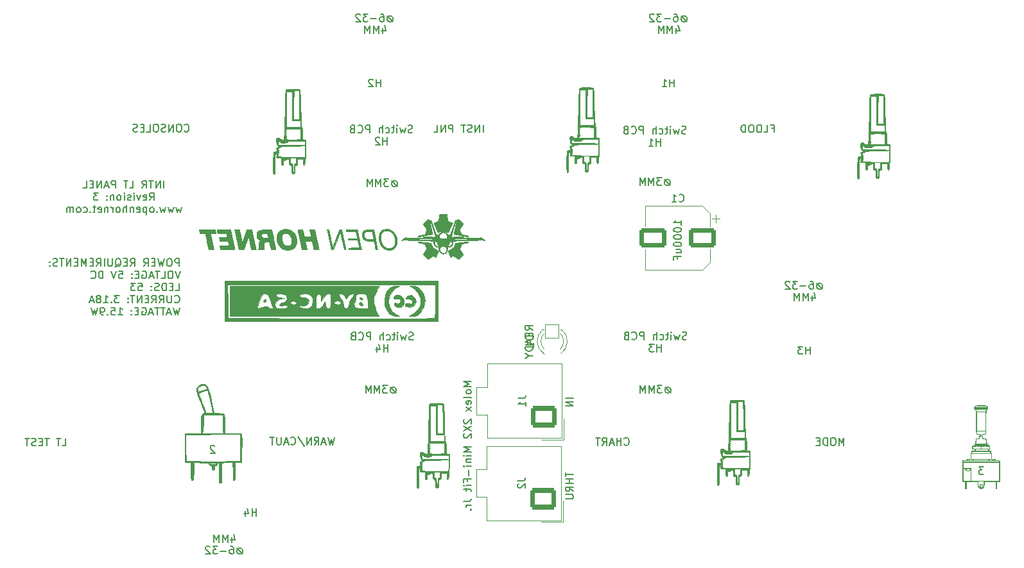
<source format=gbr>
%TF.GenerationSoftware,KiCad,Pcbnew,(6.0.9)*%
%TF.CreationDate,2023-04-01T13:50:38-08:00*%
%TF.ProjectId,INTR LT PANEL,494e5452-204c-4542-9050-414e454c2e6b,3*%
%TF.SameCoordinates,Original*%
%TF.FileFunction,Legend,Bot*%
%TF.FilePolarity,Positive*%
%FSLAX46Y46*%
G04 Gerber Fmt 4.6, Leading zero omitted, Abs format (unit mm)*
G04 Created by KiCad (PCBNEW (6.0.9)) date 2023-04-01 13:50:38*
%MOMM*%
%LPD*%
G01*
G04 APERTURE LIST*
G04 Aperture macros list*
%AMRoundRect*
0 Rectangle with rounded corners*
0 $1 Rounding radius*
0 $2 $3 $4 $5 $6 $7 $8 $9 X,Y pos of 4 corners*
0 Add a 4 corners polygon primitive as box body*
4,1,4,$2,$3,$4,$5,$6,$7,$8,$9,$2,$3,0*
0 Add four circle primitives for the rounded corners*
1,1,$1+$1,$2,$3*
1,1,$1+$1,$4,$5*
1,1,$1+$1,$6,$7*
1,1,$1+$1,$8,$9*
0 Add four rect primitives between the rounded corners*
20,1,$1+$1,$2,$3,$4,$5,0*
20,1,$1+$1,$4,$5,$6,$7,0*
20,1,$1+$1,$6,$7,$8,$9,0*
20,1,$1+$1,$8,$9,$2,$3,0*%
G04 Aperture macros list end*
%ADD10C,0.150000*%
%ADD11C,0.010000*%
%ADD12C,0.100000*%
%ADD13C,0.120000*%
%ADD14C,12.800000*%
%ADD15C,2.481250*%
%ADD16C,7.640752*%
%ADD17C,4.400000*%
%ADD18RoundRect,0.300000X1.500000X1.000000X-1.500000X1.000000X-1.500000X-1.000000X1.500000X-1.000000X0*%
%ADD19RoundRect,0.050000X-0.900000X0.900000X-0.900000X-0.900000X0.900000X-0.900000X0.900000X0.900000X0*%
%ADD20C,1.900000*%
%ADD21RoundRect,0.300001X1.399999X-1.099999X1.399999X1.099999X-1.399999X1.099999X-1.399999X-1.099999X0*%
%ADD22O,3.400000X2.800000*%
G04 APERTURE END LIST*
D10*
X134143238Y-94494161D02*
X134000380Y-94541780D01*
X133762285Y-94541780D01*
X133667047Y-94494161D01*
X133619428Y-94446542D01*
X133571809Y-94351304D01*
X133571809Y-94256066D01*
X133619428Y-94160828D01*
X133667047Y-94113209D01*
X133762285Y-94065590D01*
X133952761Y-94017971D01*
X134048000Y-93970352D01*
X134095619Y-93922733D01*
X134143238Y-93827495D01*
X134143238Y-93732257D01*
X134095619Y-93637019D01*
X134048000Y-93589400D01*
X133952761Y-93541780D01*
X133714666Y-93541780D01*
X133571809Y-93589400D01*
X133238476Y-93875114D02*
X133048000Y-94541780D01*
X132857523Y-94065590D01*
X132667047Y-94541780D01*
X132476571Y-93875114D01*
X132095619Y-94541780D02*
X132095619Y-93875114D01*
X132095619Y-93541780D02*
X132143238Y-93589400D01*
X132095619Y-93637019D01*
X132048000Y-93589400D01*
X132095619Y-93541780D01*
X132095619Y-93637019D01*
X131762285Y-93875114D02*
X131381333Y-93875114D01*
X131619428Y-93541780D02*
X131619428Y-94398923D01*
X131571809Y-94494161D01*
X131476571Y-94541780D01*
X131381333Y-94541780D01*
X130619428Y-94494161D02*
X130714666Y-94541780D01*
X130905142Y-94541780D01*
X131000380Y-94494161D01*
X131048000Y-94446542D01*
X131095619Y-94351304D01*
X131095619Y-94065590D01*
X131048000Y-93970352D01*
X131000380Y-93922733D01*
X130905142Y-93875114D01*
X130714666Y-93875114D01*
X130619428Y-93922733D01*
X130190857Y-94541780D02*
X130190857Y-93541780D01*
X129762285Y-94541780D02*
X129762285Y-94017971D01*
X129809904Y-93922733D01*
X129905142Y-93875114D01*
X130048000Y-93875114D01*
X130143238Y-93922733D01*
X130190857Y-93970352D01*
X128524190Y-94541780D02*
X128524190Y-93541780D01*
X128143238Y-93541780D01*
X128048000Y-93589400D01*
X128000380Y-93637019D01*
X127952761Y-93732257D01*
X127952761Y-93875114D01*
X128000380Y-93970352D01*
X128048000Y-94017971D01*
X128143238Y-94065590D01*
X128524190Y-94065590D01*
X126952761Y-94446542D02*
X127000380Y-94494161D01*
X127143238Y-94541780D01*
X127238476Y-94541780D01*
X127381333Y-94494161D01*
X127476571Y-94398923D01*
X127524190Y-94303685D01*
X127571809Y-94113209D01*
X127571809Y-93970352D01*
X127524190Y-93779876D01*
X127476571Y-93684638D01*
X127381333Y-93589400D01*
X127238476Y-93541780D01*
X127143238Y-93541780D01*
X127000380Y-93589400D01*
X126952761Y-93637019D01*
X126190857Y-94017971D02*
X126048000Y-94065590D01*
X126000380Y-94113209D01*
X125952761Y-94208447D01*
X125952761Y-94351304D01*
X126000380Y-94446542D01*
X126048000Y-94494161D01*
X126143238Y-94541780D01*
X126524190Y-94541780D01*
X126524190Y-93541780D01*
X126190857Y-93541780D01*
X126095619Y-93589400D01*
X126048000Y-93637019D01*
X126000380Y-93732257D01*
X126000380Y-93827495D01*
X126048000Y-93922733D01*
X126095619Y-93970352D01*
X126190857Y-94017971D01*
X126524190Y-94017971D01*
X130809904Y-96151780D02*
X130809904Y-95151780D01*
X130809904Y-95627971D02*
X130238476Y-95627971D01*
X130238476Y-96151780D02*
X130238476Y-95151780D01*
X129857523Y-95151780D02*
X129238476Y-95151780D01*
X129571809Y-95532733D01*
X129428952Y-95532733D01*
X129333714Y-95580352D01*
X129286095Y-95627971D01*
X129238476Y-95723209D01*
X129238476Y-95961304D01*
X129286095Y-96056542D01*
X129333714Y-96104161D01*
X129428952Y-96151780D01*
X129714666Y-96151780D01*
X129809904Y-96104161D01*
X129857523Y-96056542D01*
X95719685Y-73553676D02*
X95529209Y-73553676D01*
X95338733Y-73648914D01*
X95243495Y-73839390D01*
X95243495Y-74029866D01*
X95338733Y-74220342D01*
X95529209Y-74315580D01*
X95719685Y-74315580D01*
X95910161Y-74220342D01*
X96005400Y-74029866D01*
X96005400Y-73839390D01*
X95910161Y-73648914D01*
X95719685Y-73553676D01*
X95243495Y-73553676D02*
X96005400Y-74315580D01*
X94862542Y-73315580D02*
X94243495Y-73315580D01*
X94576828Y-73696533D01*
X94433971Y-73696533D01*
X94338733Y-73744152D01*
X94291114Y-73791771D01*
X94243495Y-73887009D01*
X94243495Y-74125104D01*
X94291114Y-74220342D01*
X94338733Y-74267961D01*
X94433971Y-74315580D01*
X94719685Y-74315580D01*
X94814923Y-74267961D01*
X94862542Y-74220342D01*
X93814923Y-74315580D02*
X93814923Y-73315580D01*
X93481590Y-74029866D01*
X93148257Y-73315580D01*
X93148257Y-74315580D01*
X92672066Y-74315580D02*
X92672066Y-73315580D01*
X92338733Y-74029866D01*
X92005400Y-73315580D01*
X92005400Y-74315580D01*
X134067038Y-67316161D02*
X133924180Y-67363780D01*
X133686085Y-67363780D01*
X133590847Y-67316161D01*
X133543228Y-67268542D01*
X133495609Y-67173304D01*
X133495609Y-67078066D01*
X133543228Y-66982828D01*
X133590847Y-66935209D01*
X133686085Y-66887590D01*
X133876561Y-66839971D01*
X133971800Y-66792352D01*
X134019419Y-66744733D01*
X134067038Y-66649495D01*
X134067038Y-66554257D01*
X134019419Y-66459019D01*
X133971800Y-66411400D01*
X133876561Y-66363780D01*
X133638466Y-66363780D01*
X133495609Y-66411400D01*
X133162276Y-66697114D02*
X132971800Y-67363780D01*
X132781323Y-66887590D01*
X132590847Y-67363780D01*
X132400371Y-66697114D01*
X132019419Y-67363780D02*
X132019419Y-66697114D01*
X132019419Y-66363780D02*
X132067038Y-66411400D01*
X132019419Y-66459019D01*
X131971800Y-66411400D01*
X132019419Y-66363780D01*
X132019419Y-66459019D01*
X131686085Y-66697114D02*
X131305133Y-66697114D01*
X131543228Y-66363780D02*
X131543228Y-67220923D01*
X131495609Y-67316161D01*
X131400371Y-67363780D01*
X131305133Y-67363780D01*
X130543228Y-67316161D02*
X130638466Y-67363780D01*
X130828942Y-67363780D01*
X130924180Y-67316161D01*
X130971800Y-67268542D01*
X131019419Y-67173304D01*
X131019419Y-66887590D01*
X130971800Y-66792352D01*
X130924180Y-66744733D01*
X130828942Y-66697114D01*
X130638466Y-66697114D01*
X130543228Y-66744733D01*
X130114657Y-67363780D02*
X130114657Y-66363780D01*
X129686085Y-67363780D02*
X129686085Y-66839971D01*
X129733704Y-66744733D01*
X129828942Y-66697114D01*
X129971800Y-66697114D01*
X130067038Y-66744733D01*
X130114657Y-66792352D01*
X128447990Y-67363780D02*
X128447990Y-66363780D01*
X128067038Y-66363780D01*
X127971800Y-66411400D01*
X127924180Y-66459019D01*
X127876561Y-66554257D01*
X127876561Y-66697114D01*
X127924180Y-66792352D01*
X127971800Y-66839971D01*
X128067038Y-66887590D01*
X128447990Y-66887590D01*
X126876561Y-67268542D02*
X126924180Y-67316161D01*
X127067038Y-67363780D01*
X127162276Y-67363780D01*
X127305133Y-67316161D01*
X127400371Y-67220923D01*
X127447990Y-67125685D01*
X127495609Y-66935209D01*
X127495609Y-66792352D01*
X127447990Y-66601876D01*
X127400371Y-66506638D01*
X127305133Y-66411400D01*
X127162276Y-66363780D01*
X127067038Y-66363780D01*
X126924180Y-66411400D01*
X126876561Y-66459019D01*
X126114657Y-66839971D02*
X125971800Y-66887590D01*
X125924180Y-66935209D01*
X125876561Y-67030447D01*
X125876561Y-67173304D01*
X125924180Y-67268542D01*
X125971800Y-67316161D01*
X126067038Y-67363780D01*
X126447990Y-67363780D01*
X126447990Y-66363780D01*
X126114657Y-66363780D01*
X126019419Y-66411400D01*
X125971800Y-66459019D01*
X125924180Y-66554257D01*
X125924180Y-66649495D01*
X125971800Y-66744733D01*
X126019419Y-66792352D01*
X126114657Y-66839971D01*
X126447990Y-66839971D01*
X130733704Y-68973780D02*
X130733704Y-67973780D01*
X130733704Y-68449971D02*
X130162276Y-68449971D01*
X130162276Y-68973780D02*
X130162276Y-67973780D01*
X129162276Y-68973780D02*
X129733704Y-68973780D01*
X129447990Y-68973780D02*
X129447990Y-67973780D01*
X129543228Y-68116638D01*
X129638466Y-68211876D01*
X129733704Y-68259495D01*
X95567285Y-100858676D02*
X95376809Y-100858676D01*
X95186333Y-100953914D01*
X95091095Y-101144390D01*
X95091095Y-101334866D01*
X95186333Y-101525342D01*
X95376809Y-101620580D01*
X95567285Y-101620580D01*
X95757761Y-101525342D01*
X95853000Y-101334866D01*
X95853000Y-101144390D01*
X95757761Y-100953914D01*
X95567285Y-100858676D01*
X95091095Y-100858676D02*
X95853000Y-101620580D01*
X94710142Y-100620580D02*
X94091095Y-100620580D01*
X94424428Y-101001533D01*
X94281571Y-101001533D01*
X94186333Y-101049152D01*
X94138714Y-101096771D01*
X94091095Y-101192009D01*
X94091095Y-101430104D01*
X94138714Y-101525342D01*
X94186333Y-101572961D01*
X94281571Y-101620580D01*
X94567285Y-101620580D01*
X94662523Y-101572961D01*
X94710142Y-101525342D01*
X93662523Y-101620580D02*
X93662523Y-100620580D01*
X93329190Y-101334866D01*
X92995857Y-100620580D01*
X92995857Y-101620580D01*
X92519666Y-101620580D02*
X92519666Y-100620580D01*
X92186333Y-101334866D01*
X91853000Y-100620580D01*
X91853000Y-101620580D01*
X107330476Y-67178180D02*
X107330476Y-66178180D01*
X106854285Y-67178180D02*
X106854285Y-66178180D01*
X106282857Y-67178180D01*
X106282857Y-66178180D01*
X105854285Y-67130561D02*
X105711428Y-67178180D01*
X105473333Y-67178180D01*
X105378095Y-67130561D01*
X105330476Y-67082942D01*
X105282857Y-66987704D01*
X105282857Y-66892466D01*
X105330476Y-66797228D01*
X105378095Y-66749609D01*
X105473333Y-66701990D01*
X105663809Y-66654371D01*
X105759047Y-66606752D01*
X105806666Y-66559133D01*
X105854285Y-66463895D01*
X105854285Y-66368657D01*
X105806666Y-66273419D01*
X105759047Y-66225800D01*
X105663809Y-66178180D01*
X105425714Y-66178180D01*
X105282857Y-66225800D01*
X104997142Y-66178180D02*
X104425714Y-66178180D01*
X104711428Y-67178180D02*
X104711428Y-66178180D01*
X103330476Y-67178180D02*
X103330476Y-66178180D01*
X102949523Y-66178180D01*
X102854285Y-66225800D01*
X102806666Y-66273419D01*
X102759047Y-66368657D01*
X102759047Y-66511514D01*
X102806666Y-66606752D01*
X102854285Y-66654371D01*
X102949523Y-66701990D01*
X103330476Y-66701990D01*
X102330476Y-67178180D02*
X102330476Y-66178180D01*
X101759047Y-67178180D01*
X101759047Y-66178180D01*
X100806666Y-67178180D02*
X101282857Y-67178180D01*
X101282857Y-66178180D01*
X154895323Y-108503980D02*
X154895323Y-107503980D01*
X154561990Y-108218266D01*
X154228657Y-107503980D01*
X154228657Y-108503980D01*
X153561990Y-107503980D02*
X153371514Y-107503980D01*
X153276276Y-107551600D01*
X153181038Y-107646838D01*
X153133419Y-107837314D01*
X153133419Y-108170647D01*
X153181038Y-108361123D01*
X153276276Y-108456361D01*
X153371514Y-108503980D01*
X153561990Y-108503980D01*
X153657228Y-108456361D01*
X153752466Y-108361123D01*
X153800085Y-108170647D01*
X153800085Y-107837314D01*
X153752466Y-107646838D01*
X153657228Y-107551600D01*
X153561990Y-107503980D01*
X152704847Y-108503980D02*
X152704847Y-107503980D01*
X152466752Y-107503980D01*
X152323895Y-107551600D01*
X152228657Y-107646838D01*
X152181038Y-107742076D01*
X152133419Y-107932552D01*
X152133419Y-108075409D01*
X152181038Y-108265885D01*
X152228657Y-108361123D01*
X152323895Y-108456361D01*
X152466752Y-108503980D01*
X152704847Y-108503980D01*
X151704847Y-107980171D02*
X151371514Y-107980171D01*
X151228657Y-108503980D02*
X151704847Y-108503980D01*
X151704847Y-107503980D01*
X151228657Y-107503980D01*
X119202380Y-102276190D02*
X118202380Y-102276190D01*
X119202380Y-102752380D02*
X118202380Y-102752380D01*
X119202380Y-103323809D01*
X118202380Y-103323809D01*
X133446780Y-79383190D02*
X133446780Y-78811761D01*
X133446780Y-79097476D02*
X132446780Y-79097476D01*
X132589638Y-79002238D01*
X132684876Y-78907000D01*
X132732495Y-78811761D01*
X132446780Y-80002238D02*
X132446780Y-80097476D01*
X132494400Y-80192714D01*
X132542019Y-80240333D01*
X132637257Y-80287952D01*
X132827733Y-80335571D01*
X133065828Y-80335571D01*
X133256304Y-80287952D01*
X133351542Y-80240333D01*
X133399161Y-80192714D01*
X133446780Y-80097476D01*
X133446780Y-80002238D01*
X133399161Y-79907000D01*
X133351542Y-79859380D01*
X133256304Y-79811761D01*
X133065828Y-79764142D01*
X132827733Y-79764142D01*
X132637257Y-79811761D01*
X132542019Y-79859380D01*
X132494400Y-79907000D01*
X132446780Y-80002238D01*
X132446780Y-80954619D02*
X132446780Y-81049857D01*
X132494400Y-81145095D01*
X132542019Y-81192714D01*
X132637257Y-81240333D01*
X132827733Y-81287952D01*
X133065828Y-81287952D01*
X133256304Y-81240333D01*
X133351542Y-81192714D01*
X133399161Y-81145095D01*
X133446780Y-81049857D01*
X133446780Y-80954619D01*
X133399161Y-80859380D01*
X133351542Y-80811761D01*
X133256304Y-80764142D01*
X133065828Y-80716523D01*
X132827733Y-80716523D01*
X132637257Y-80764142D01*
X132542019Y-80811761D01*
X132494400Y-80859380D01*
X132446780Y-80954619D01*
X132446780Y-81907000D02*
X132446780Y-82002238D01*
X132494400Y-82097476D01*
X132542019Y-82145095D01*
X132637257Y-82192714D01*
X132827733Y-82240333D01*
X133065828Y-82240333D01*
X133256304Y-82192714D01*
X133351542Y-82145095D01*
X133399161Y-82097476D01*
X133446780Y-82002238D01*
X133446780Y-81907000D01*
X133399161Y-81811761D01*
X133351542Y-81764142D01*
X133256304Y-81716523D01*
X133065828Y-81668904D01*
X132827733Y-81668904D01*
X132637257Y-81716523D01*
X132542019Y-81764142D01*
X132494400Y-81811761D01*
X132446780Y-81907000D01*
X132780114Y-83097476D02*
X133446780Y-83097476D01*
X132780114Y-82668904D02*
X133303923Y-82668904D01*
X133399161Y-82716523D01*
X133446780Y-82811761D01*
X133446780Y-82954619D01*
X133399161Y-83049857D01*
X133351542Y-83097476D01*
X132922971Y-83907000D02*
X132922971Y-83573666D01*
X133446780Y-83573666D02*
X132446780Y-83573666D01*
X132446780Y-84049857D01*
X71913714Y-108615219D02*
X71866095Y-108567600D01*
X71770857Y-108519980D01*
X71532761Y-108519980D01*
X71437523Y-108567600D01*
X71389904Y-108615219D01*
X71342285Y-108710457D01*
X71342285Y-108805695D01*
X71389904Y-108948552D01*
X71961333Y-109519980D01*
X71342285Y-109519980D01*
X131762285Y-100833276D02*
X131571809Y-100833276D01*
X131381333Y-100928514D01*
X131286095Y-101118990D01*
X131286095Y-101309466D01*
X131381333Y-101499942D01*
X131571809Y-101595180D01*
X131762285Y-101595180D01*
X131952761Y-101499942D01*
X132048000Y-101309466D01*
X132048000Y-101118990D01*
X131952761Y-100928514D01*
X131762285Y-100833276D01*
X131286095Y-100833276D02*
X132048000Y-101595180D01*
X130905142Y-100595180D02*
X130286095Y-100595180D01*
X130619428Y-100976133D01*
X130476571Y-100976133D01*
X130381333Y-101023752D01*
X130333714Y-101071371D01*
X130286095Y-101166609D01*
X130286095Y-101404704D01*
X130333714Y-101499942D01*
X130381333Y-101547561D01*
X130476571Y-101595180D01*
X130762285Y-101595180D01*
X130857523Y-101547561D01*
X130905142Y-101499942D01*
X129857523Y-101595180D02*
X129857523Y-100595180D01*
X129524190Y-101309466D01*
X129190857Y-100595180D01*
X129190857Y-101595180D01*
X128714666Y-101595180D02*
X128714666Y-100595180D01*
X128381333Y-101309466D01*
X128048000Y-100595180D01*
X128048000Y-101595180D01*
X51799857Y-108580180D02*
X52276047Y-108580180D01*
X52276047Y-107580180D01*
X51609380Y-107580180D02*
X51037952Y-107580180D01*
X51323666Y-108580180D02*
X51323666Y-107580180D01*
X50085571Y-107580180D02*
X49514142Y-107580180D01*
X49799857Y-108580180D02*
X49799857Y-107580180D01*
X49180809Y-108056371D02*
X48847476Y-108056371D01*
X48704619Y-108580180D02*
X49180809Y-108580180D01*
X49180809Y-107580180D01*
X48704619Y-107580180D01*
X48323666Y-108532561D02*
X48180809Y-108580180D01*
X47942714Y-108580180D01*
X47847476Y-108532561D01*
X47799857Y-108484942D01*
X47752238Y-108389704D01*
X47752238Y-108294466D01*
X47799857Y-108199228D01*
X47847476Y-108151609D01*
X47942714Y-108103990D01*
X48133190Y-108056371D01*
X48228428Y-108008752D01*
X48276047Y-107961133D01*
X48323666Y-107865895D01*
X48323666Y-107770657D01*
X48276047Y-107675419D01*
X48228428Y-107627800D01*
X48133190Y-107580180D01*
X47895095Y-107580180D01*
X47752238Y-107627800D01*
X47466523Y-107580180D02*
X46895095Y-107580180D01*
X47180809Y-108580180D02*
X47180809Y-107580180D01*
X113863380Y-93292800D02*
X113387190Y-92959466D01*
X113863380Y-92721371D02*
X112863380Y-92721371D01*
X112863380Y-93102323D01*
X112911000Y-93197561D01*
X112958619Y-93245180D01*
X113053857Y-93292800D01*
X113196714Y-93292800D01*
X113291952Y-93245180D01*
X113339571Y-93197561D01*
X113387190Y-93102323D01*
X113387190Y-92721371D01*
X113339571Y-93721371D02*
X113339571Y-94054704D01*
X113863380Y-94197561D02*
X113863380Y-93721371D01*
X112863380Y-93721371D01*
X112863380Y-94197561D01*
X113577666Y-94578514D02*
X113577666Y-95054704D01*
X113863380Y-94483276D02*
X112863380Y-94816609D01*
X113863380Y-95149942D01*
X113863380Y-95483276D02*
X112863380Y-95483276D01*
X112863380Y-95721371D01*
X112911000Y-95864228D01*
X113006238Y-95959466D01*
X113101476Y-96007085D01*
X113291952Y-96054704D01*
X113434809Y-96054704D01*
X113625285Y-96007085D01*
X113720523Y-95959466D01*
X113815761Y-95864228D01*
X113863380Y-95721371D01*
X113863380Y-95483276D01*
X113387190Y-96673752D02*
X113863380Y-96673752D01*
X112863380Y-96340419D02*
X113387190Y-96673752D01*
X112863380Y-97007085D01*
X97999038Y-67189161D02*
X97856180Y-67236780D01*
X97618085Y-67236780D01*
X97522847Y-67189161D01*
X97475228Y-67141542D01*
X97427609Y-67046304D01*
X97427609Y-66951066D01*
X97475228Y-66855828D01*
X97522847Y-66808209D01*
X97618085Y-66760590D01*
X97808561Y-66712971D01*
X97903800Y-66665352D01*
X97951419Y-66617733D01*
X97999038Y-66522495D01*
X97999038Y-66427257D01*
X97951419Y-66332019D01*
X97903800Y-66284400D01*
X97808561Y-66236780D01*
X97570466Y-66236780D01*
X97427609Y-66284400D01*
X97094276Y-66570114D02*
X96903800Y-67236780D01*
X96713323Y-66760590D01*
X96522847Y-67236780D01*
X96332371Y-66570114D01*
X95951419Y-67236780D02*
X95951419Y-66570114D01*
X95951419Y-66236780D02*
X95999038Y-66284400D01*
X95951419Y-66332019D01*
X95903800Y-66284400D01*
X95951419Y-66236780D01*
X95951419Y-66332019D01*
X95618085Y-66570114D02*
X95237133Y-66570114D01*
X95475228Y-66236780D02*
X95475228Y-67093923D01*
X95427609Y-67189161D01*
X95332371Y-67236780D01*
X95237133Y-67236780D01*
X94475228Y-67189161D02*
X94570466Y-67236780D01*
X94760942Y-67236780D01*
X94856180Y-67189161D01*
X94903800Y-67141542D01*
X94951419Y-67046304D01*
X94951419Y-66760590D01*
X94903800Y-66665352D01*
X94856180Y-66617733D01*
X94760942Y-66570114D01*
X94570466Y-66570114D01*
X94475228Y-66617733D01*
X94046657Y-67236780D02*
X94046657Y-66236780D01*
X93618085Y-67236780D02*
X93618085Y-66712971D01*
X93665704Y-66617733D01*
X93760942Y-66570114D01*
X93903800Y-66570114D01*
X93999038Y-66617733D01*
X94046657Y-66665352D01*
X92379990Y-67236780D02*
X92379990Y-66236780D01*
X91999038Y-66236780D01*
X91903800Y-66284400D01*
X91856180Y-66332019D01*
X91808561Y-66427257D01*
X91808561Y-66570114D01*
X91856180Y-66665352D01*
X91903800Y-66712971D01*
X91999038Y-66760590D01*
X92379990Y-66760590D01*
X90808561Y-67141542D02*
X90856180Y-67189161D01*
X90999038Y-67236780D01*
X91094276Y-67236780D01*
X91237133Y-67189161D01*
X91332371Y-67093923D01*
X91379990Y-66998685D01*
X91427609Y-66808209D01*
X91427609Y-66665352D01*
X91379990Y-66474876D01*
X91332371Y-66379638D01*
X91237133Y-66284400D01*
X91094276Y-66236780D01*
X90999038Y-66236780D01*
X90856180Y-66284400D01*
X90808561Y-66332019D01*
X90046657Y-66712971D02*
X89903800Y-66760590D01*
X89856180Y-66808209D01*
X89808561Y-66903447D01*
X89808561Y-67046304D01*
X89856180Y-67141542D01*
X89903800Y-67189161D01*
X89999038Y-67236780D01*
X90379990Y-67236780D01*
X90379990Y-66236780D01*
X90046657Y-66236780D01*
X89951419Y-66284400D01*
X89903800Y-66332019D01*
X89856180Y-66427257D01*
X89856180Y-66522495D01*
X89903800Y-66617733D01*
X89951419Y-66665352D01*
X90046657Y-66712971D01*
X90379990Y-66712971D01*
X94665704Y-68846780D02*
X94665704Y-67846780D01*
X94665704Y-68322971D02*
X94094276Y-68322971D01*
X94094276Y-68846780D02*
X94094276Y-67846780D01*
X93665704Y-67942019D02*
X93618085Y-67894400D01*
X93522847Y-67846780D01*
X93284752Y-67846780D01*
X93189514Y-67894400D01*
X93141895Y-67942019D01*
X93094276Y-68037257D01*
X93094276Y-68132495D01*
X93141895Y-68275352D01*
X93713323Y-68846780D01*
X93094276Y-68846780D01*
X118202380Y-112066666D02*
X118202380Y-112638095D01*
X119202380Y-112352380D02*
X118202380Y-112352380D01*
X119202380Y-112971428D02*
X118202380Y-112971428D01*
X118678571Y-112971428D02*
X118678571Y-113542857D01*
X119202380Y-113542857D02*
X118202380Y-113542857D01*
X119202380Y-114590476D02*
X118726190Y-114257142D01*
X119202380Y-114019047D02*
X118202380Y-114019047D01*
X118202380Y-114400000D01*
X118250000Y-114495238D01*
X118297619Y-114542857D01*
X118392857Y-114590476D01*
X118535714Y-114590476D01*
X118630952Y-114542857D01*
X118678571Y-114495238D01*
X118726190Y-114400000D01*
X118726190Y-114019047D01*
X118202380Y-115019047D02*
X119011904Y-115019047D01*
X119107142Y-115066666D01*
X119154761Y-115114285D01*
X119202380Y-115209523D01*
X119202380Y-115400000D01*
X119154761Y-115495238D01*
X119107142Y-115542857D01*
X119011904Y-115590476D01*
X118202380Y-115590476D01*
X67917628Y-67006742D02*
X67965247Y-67054361D01*
X68108104Y-67101980D01*
X68203342Y-67101980D01*
X68346200Y-67054361D01*
X68441438Y-66959123D01*
X68489057Y-66863885D01*
X68536676Y-66673409D01*
X68536676Y-66530552D01*
X68489057Y-66340076D01*
X68441438Y-66244838D01*
X68346200Y-66149600D01*
X68203342Y-66101980D01*
X68108104Y-66101980D01*
X67965247Y-66149600D01*
X67917628Y-66197219D01*
X67298580Y-66101980D02*
X67108104Y-66101980D01*
X67012866Y-66149600D01*
X66917628Y-66244838D01*
X66870009Y-66435314D01*
X66870009Y-66768647D01*
X66917628Y-66959123D01*
X67012866Y-67054361D01*
X67108104Y-67101980D01*
X67298580Y-67101980D01*
X67393819Y-67054361D01*
X67489057Y-66959123D01*
X67536676Y-66768647D01*
X67536676Y-66435314D01*
X67489057Y-66244838D01*
X67393819Y-66149600D01*
X67298580Y-66101980D01*
X66441438Y-67101980D02*
X66441438Y-66101980D01*
X65870009Y-67101980D01*
X65870009Y-66101980D01*
X65441438Y-67054361D02*
X65298580Y-67101980D01*
X65060485Y-67101980D01*
X64965247Y-67054361D01*
X64917628Y-67006742D01*
X64870009Y-66911504D01*
X64870009Y-66816266D01*
X64917628Y-66721028D01*
X64965247Y-66673409D01*
X65060485Y-66625790D01*
X65250961Y-66578171D01*
X65346200Y-66530552D01*
X65393819Y-66482933D01*
X65441438Y-66387695D01*
X65441438Y-66292457D01*
X65393819Y-66197219D01*
X65346200Y-66149600D01*
X65250961Y-66101980D01*
X65012866Y-66101980D01*
X64870009Y-66149600D01*
X64250961Y-66101980D02*
X64060485Y-66101980D01*
X63965247Y-66149600D01*
X63870009Y-66244838D01*
X63822390Y-66435314D01*
X63822390Y-66768647D01*
X63870009Y-66959123D01*
X63965247Y-67054361D01*
X64060485Y-67101980D01*
X64250961Y-67101980D01*
X64346200Y-67054361D01*
X64441438Y-66959123D01*
X64489057Y-66768647D01*
X64489057Y-66435314D01*
X64441438Y-66244838D01*
X64346200Y-66149600D01*
X64250961Y-66101980D01*
X62917628Y-67101980D02*
X63393819Y-67101980D01*
X63393819Y-66101980D01*
X62584295Y-66578171D02*
X62250961Y-66578171D01*
X62108104Y-67101980D02*
X62584295Y-67101980D01*
X62584295Y-66101980D01*
X62108104Y-66101980D01*
X61727152Y-67054361D02*
X61584295Y-67101980D01*
X61346200Y-67101980D01*
X61250961Y-67054361D01*
X61203342Y-67006742D01*
X61155723Y-66911504D01*
X61155723Y-66816266D01*
X61203342Y-66721028D01*
X61250961Y-66673409D01*
X61346200Y-66625790D01*
X61536676Y-66578171D01*
X61631914Y-66530552D01*
X61679533Y-66482933D01*
X61727152Y-66387695D01*
X61727152Y-66292457D01*
X61679533Y-66197219D01*
X61631914Y-66149600D01*
X61536676Y-66101980D01*
X61298580Y-66101980D01*
X61155723Y-66149600D01*
X145344923Y-66654371D02*
X145678257Y-66654371D01*
X145678257Y-67178180D02*
X145678257Y-66178180D01*
X145202066Y-66178180D01*
X144344923Y-67178180D02*
X144821114Y-67178180D01*
X144821114Y-66178180D01*
X143821114Y-66178180D02*
X143630638Y-66178180D01*
X143535400Y-66225800D01*
X143440161Y-66321038D01*
X143392542Y-66511514D01*
X143392542Y-66844847D01*
X143440161Y-67035323D01*
X143535400Y-67130561D01*
X143630638Y-67178180D01*
X143821114Y-67178180D01*
X143916352Y-67130561D01*
X144011590Y-67035323D01*
X144059209Y-66844847D01*
X144059209Y-66511514D01*
X144011590Y-66321038D01*
X143916352Y-66225800D01*
X143821114Y-66178180D01*
X142773495Y-66178180D02*
X142583019Y-66178180D01*
X142487780Y-66225800D01*
X142392542Y-66321038D01*
X142344923Y-66511514D01*
X142344923Y-66844847D01*
X142392542Y-67035323D01*
X142487780Y-67130561D01*
X142583019Y-67178180D01*
X142773495Y-67178180D01*
X142868733Y-67130561D01*
X142963971Y-67035323D01*
X143011590Y-66844847D01*
X143011590Y-66511514D01*
X142963971Y-66321038D01*
X142868733Y-66225800D01*
X142773495Y-66178180D01*
X141916352Y-67178180D02*
X141916352Y-66178180D01*
X141678257Y-66178180D01*
X141535400Y-66225800D01*
X141440161Y-66321038D01*
X141392542Y-66416276D01*
X141344923Y-66606752D01*
X141344923Y-66749609D01*
X141392542Y-66940085D01*
X141440161Y-67035323D01*
X141535400Y-67130561D01*
X141678257Y-67178180D01*
X141916352Y-67178180D01*
X105752380Y-100107219D02*
X104752380Y-100107219D01*
X105466666Y-100440552D01*
X104752380Y-100773885D01*
X105752380Y-100773885D01*
X105752380Y-101392933D02*
X105704761Y-101297695D01*
X105657142Y-101250076D01*
X105561904Y-101202457D01*
X105276190Y-101202457D01*
X105180952Y-101250076D01*
X105133333Y-101297695D01*
X105085714Y-101392933D01*
X105085714Y-101535790D01*
X105133333Y-101631028D01*
X105180952Y-101678647D01*
X105276190Y-101726266D01*
X105561904Y-101726266D01*
X105657142Y-101678647D01*
X105704761Y-101631028D01*
X105752380Y-101535790D01*
X105752380Y-101392933D01*
X105752380Y-102297695D02*
X105704761Y-102202457D01*
X105609523Y-102154838D01*
X104752380Y-102154838D01*
X105704761Y-103059600D02*
X105752380Y-102964361D01*
X105752380Y-102773885D01*
X105704761Y-102678647D01*
X105609523Y-102631028D01*
X105228571Y-102631028D01*
X105133333Y-102678647D01*
X105085714Y-102773885D01*
X105085714Y-102964361D01*
X105133333Y-103059600D01*
X105228571Y-103107219D01*
X105323809Y-103107219D01*
X105419047Y-102631028D01*
X105752380Y-103440552D02*
X105085714Y-103964361D01*
X105085714Y-103440552D02*
X105752380Y-103964361D01*
X104847619Y-105059600D02*
X104800000Y-105107219D01*
X104752380Y-105202457D01*
X104752380Y-105440552D01*
X104800000Y-105535790D01*
X104847619Y-105583409D01*
X104942857Y-105631028D01*
X105038095Y-105631028D01*
X105180952Y-105583409D01*
X105752380Y-105011980D01*
X105752380Y-105631028D01*
X104752380Y-105964361D02*
X105752380Y-106631028D01*
X104752380Y-106631028D02*
X105752380Y-105964361D01*
X104847619Y-106964361D02*
X104800000Y-107011980D01*
X104752380Y-107107219D01*
X104752380Y-107345314D01*
X104800000Y-107440552D01*
X104847619Y-107488171D01*
X104942857Y-107535790D01*
X105038095Y-107535790D01*
X105180952Y-107488171D01*
X105752380Y-106916742D01*
X105752380Y-107535790D01*
X105752380Y-108726266D02*
X104752380Y-108726266D01*
X105466666Y-109059600D01*
X104752380Y-109392933D01*
X105752380Y-109392933D01*
X105752380Y-109869123D02*
X105085714Y-109869123D01*
X104752380Y-109869123D02*
X104800000Y-109821504D01*
X104847619Y-109869123D01*
X104800000Y-109916742D01*
X104752380Y-109869123D01*
X104847619Y-109869123D01*
X105085714Y-110345314D02*
X105752380Y-110345314D01*
X105180952Y-110345314D02*
X105133333Y-110392933D01*
X105085714Y-110488171D01*
X105085714Y-110631028D01*
X105133333Y-110726266D01*
X105228571Y-110773885D01*
X105752380Y-110773885D01*
X105752380Y-111250076D02*
X105085714Y-111250076D01*
X104752380Y-111250076D02*
X104800000Y-111202457D01*
X104847619Y-111250076D01*
X104800000Y-111297695D01*
X104752380Y-111250076D01*
X104847619Y-111250076D01*
X105371428Y-111726266D02*
X105371428Y-112488171D01*
X105228571Y-113297695D02*
X105228571Y-112964361D01*
X105752380Y-112964361D02*
X104752380Y-112964361D01*
X104752380Y-113440552D01*
X105752380Y-113821504D02*
X105085714Y-113821504D01*
X104752380Y-113821504D02*
X104800000Y-113773885D01*
X104847619Y-113821504D01*
X104800000Y-113869123D01*
X104752380Y-113821504D01*
X104847619Y-113821504D01*
X105085714Y-114154838D02*
X105085714Y-114535790D01*
X104752380Y-114297695D02*
X105609523Y-114297695D01*
X105704761Y-114345314D01*
X105752380Y-114440552D01*
X105752380Y-114535790D01*
X104752380Y-115916742D02*
X105466666Y-115916742D01*
X105609523Y-115869123D01*
X105704761Y-115773885D01*
X105752380Y-115631028D01*
X105752380Y-115535790D01*
X105752380Y-116392933D02*
X105085714Y-116392933D01*
X105276190Y-116392933D02*
X105180952Y-116440552D01*
X105133333Y-116488171D01*
X105085714Y-116583409D01*
X105085714Y-116678647D01*
X105657142Y-117011980D02*
X105704761Y-117059600D01*
X105752380Y-117011980D01*
X105704761Y-116964361D01*
X105657142Y-117011980D01*
X105752380Y-117011980D01*
X98100638Y-94544961D02*
X97957780Y-94592580D01*
X97719685Y-94592580D01*
X97624447Y-94544961D01*
X97576828Y-94497342D01*
X97529209Y-94402104D01*
X97529209Y-94306866D01*
X97576828Y-94211628D01*
X97624447Y-94164009D01*
X97719685Y-94116390D01*
X97910161Y-94068771D01*
X98005400Y-94021152D01*
X98053019Y-93973533D01*
X98100638Y-93878295D01*
X98100638Y-93783057D01*
X98053019Y-93687819D01*
X98005400Y-93640200D01*
X97910161Y-93592580D01*
X97672066Y-93592580D01*
X97529209Y-93640200D01*
X97195876Y-93925914D02*
X97005400Y-94592580D01*
X96814923Y-94116390D01*
X96624447Y-94592580D01*
X96433971Y-93925914D01*
X96053019Y-94592580D02*
X96053019Y-93925914D01*
X96053019Y-93592580D02*
X96100638Y-93640200D01*
X96053019Y-93687819D01*
X96005400Y-93640200D01*
X96053019Y-93592580D01*
X96053019Y-93687819D01*
X95719685Y-93925914D02*
X95338733Y-93925914D01*
X95576828Y-93592580D02*
X95576828Y-94449723D01*
X95529209Y-94544961D01*
X95433971Y-94592580D01*
X95338733Y-94592580D01*
X94576828Y-94544961D02*
X94672066Y-94592580D01*
X94862542Y-94592580D01*
X94957780Y-94544961D01*
X95005400Y-94497342D01*
X95053019Y-94402104D01*
X95053019Y-94116390D01*
X95005400Y-94021152D01*
X94957780Y-93973533D01*
X94862542Y-93925914D01*
X94672066Y-93925914D01*
X94576828Y-93973533D01*
X94148257Y-94592580D02*
X94148257Y-93592580D01*
X93719685Y-94592580D02*
X93719685Y-94068771D01*
X93767304Y-93973533D01*
X93862542Y-93925914D01*
X94005400Y-93925914D01*
X94100638Y-93973533D01*
X94148257Y-94021152D01*
X92481590Y-94592580D02*
X92481590Y-93592580D01*
X92100638Y-93592580D01*
X92005400Y-93640200D01*
X91957780Y-93687819D01*
X91910161Y-93783057D01*
X91910161Y-93925914D01*
X91957780Y-94021152D01*
X92005400Y-94068771D01*
X92100638Y-94116390D01*
X92481590Y-94116390D01*
X90910161Y-94497342D02*
X90957780Y-94544961D01*
X91100638Y-94592580D01*
X91195876Y-94592580D01*
X91338733Y-94544961D01*
X91433971Y-94449723D01*
X91481590Y-94354485D01*
X91529209Y-94164009D01*
X91529209Y-94021152D01*
X91481590Y-93830676D01*
X91433971Y-93735438D01*
X91338733Y-93640200D01*
X91195876Y-93592580D01*
X91100638Y-93592580D01*
X90957780Y-93640200D01*
X90910161Y-93687819D01*
X90148257Y-94068771D02*
X90005400Y-94116390D01*
X89957780Y-94164009D01*
X89910161Y-94259247D01*
X89910161Y-94402104D01*
X89957780Y-94497342D01*
X90005400Y-94544961D01*
X90100638Y-94592580D01*
X90481590Y-94592580D01*
X90481590Y-93592580D01*
X90148257Y-93592580D01*
X90053019Y-93640200D01*
X90005400Y-93687819D01*
X89957780Y-93783057D01*
X89957780Y-93878295D01*
X90005400Y-93973533D01*
X90053019Y-94021152D01*
X90148257Y-94068771D01*
X90481590Y-94068771D01*
X94767304Y-96202580D02*
X94767304Y-95202580D01*
X94767304Y-95678771D02*
X94195876Y-95678771D01*
X94195876Y-96202580D02*
X94195876Y-95202580D01*
X93291114Y-95535914D02*
X93291114Y-96202580D01*
X93529209Y-95154961D02*
X93767304Y-95869247D01*
X93148257Y-95869247D01*
X65205904Y-74534380D02*
X65205904Y-73534380D01*
X64729714Y-74534380D02*
X64729714Y-73534380D01*
X64158285Y-74534380D01*
X64158285Y-73534380D01*
X63824952Y-73534380D02*
X63253523Y-73534380D01*
X63539238Y-74534380D02*
X63539238Y-73534380D01*
X62348761Y-74534380D02*
X62682095Y-74058190D01*
X62920190Y-74534380D02*
X62920190Y-73534380D01*
X62539238Y-73534380D01*
X62444000Y-73582000D01*
X62396380Y-73629619D01*
X62348761Y-73724857D01*
X62348761Y-73867714D01*
X62396380Y-73962952D01*
X62444000Y-74010571D01*
X62539238Y-74058190D01*
X62920190Y-74058190D01*
X60682095Y-74534380D02*
X61158285Y-74534380D01*
X61158285Y-73534380D01*
X60491619Y-73534380D02*
X59920190Y-73534380D01*
X60205904Y-74534380D02*
X60205904Y-73534380D01*
X58824952Y-74534380D02*
X58824952Y-73534380D01*
X58444000Y-73534380D01*
X58348761Y-73582000D01*
X58301142Y-73629619D01*
X58253523Y-73724857D01*
X58253523Y-73867714D01*
X58301142Y-73962952D01*
X58348761Y-74010571D01*
X58444000Y-74058190D01*
X58824952Y-74058190D01*
X57872571Y-74248666D02*
X57396380Y-74248666D01*
X57967809Y-74534380D02*
X57634476Y-73534380D01*
X57301142Y-74534380D01*
X56967809Y-74534380D02*
X56967809Y-73534380D01*
X56396380Y-74534380D01*
X56396380Y-73534380D01*
X55920190Y-74010571D02*
X55586857Y-74010571D01*
X55444000Y-74534380D02*
X55920190Y-74534380D01*
X55920190Y-73534380D01*
X55444000Y-73534380D01*
X54539238Y-74534380D02*
X55015428Y-74534380D01*
X55015428Y-73534380D01*
X63324952Y-76144380D02*
X63658285Y-75668190D01*
X63896380Y-76144380D02*
X63896380Y-75144380D01*
X63515428Y-75144380D01*
X63420190Y-75192000D01*
X63372571Y-75239619D01*
X63324952Y-75334857D01*
X63324952Y-75477714D01*
X63372571Y-75572952D01*
X63420190Y-75620571D01*
X63515428Y-75668190D01*
X63896380Y-75668190D01*
X62515428Y-76096761D02*
X62610666Y-76144380D01*
X62801142Y-76144380D01*
X62896380Y-76096761D01*
X62944000Y-76001523D01*
X62944000Y-75620571D01*
X62896380Y-75525333D01*
X62801142Y-75477714D01*
X62610666Y-75477714D01*
X62515428Y-75525333D01*
X62467809Y-75620571D01*
X62467809Y-75715809D01*
X62944000Y-75811047D01*
X62134476Y-75477714D02*
X61896380Y-76144380D01*
X61658285Y-75477714D01*
X61277333Y-76144380D02*
X61277333Y-75477714D01*
X61277333Y-75144380D02*
X61324952Y-75192000D01*
X61277333Y-75239619D01*
X61229714Y-75192000D01*
X61277333Y-75144380D01*
X61277333Y-75239619D01*
X60848761Y-76096761D02*
X60753523Y-76144380D01*
X60563047Y-76144380D01*
X60467809Y-76096761D01*
X60420190Y-76001523D01*
X60420190Y-75953904D01*
X60467809Y-75858666D01*
X60563047Y-75811047D01*
X60705904Y-75811047D01*
X60801142Y-75763428D01*
X60848761Y-75668190D01*
X60848761Y-75620571D01*
X60801142Y-75525333D01*
X60705904Y-75477714D01*
X60563047Y-75477714D01*
X60467809Y-75525333D01*
X59991619Y-76144380D02*
X59991619Y-75477714D01*
X59991619Y-75144380D02*
X60039238Y-75192000D01*
X59991619Y-75239619D01*
X59944000Y-75192000D01*
X59991619Y-75144380D01*
X59991619Y-75239619D01*
X59372571Y-76144380D02*
X59467809Y-76096761D01*
X59515428Y-76049142D01*
X59563047Y-75953904D01*
X59563047Y-75668190D01*
X59515428Y-75572952D01*
X59467809Y-75525333D01*
X59372571Y-75477714D01*
X59229714Y-75477714D01*
X59134476Y-75525333D01*
X59086857Y-75572952D01*
X59039238Y-75668190D01*
X59039238Y-75953904D01*
X59086857Y-76049142D01*
X59134476Y-76096761D01*
X59229714Y-76144380D01*
X59372571Y-76144380D01*
X58610666Y-75477714D02*
X58610666Y-76144380D01*
X58610666Y-75572952D02*
X58563047Y-75525333D01*
X58467809Y-75477714D01*
X58324952Y-75477714D01*
X58229714Y-75525333D01*
X58182095Y-75620571D01*
X58182095Y-76144380D01*
X57705904Y-76049142D02*
X57658285Y-76096761D01*
X57705904Y-76144380D01*
X57753523Y-76096761D01*
X57705904Y-76049142D01*
X57705904Y-76144380D01*
X57705904Y-75525333D02*
X57658285Y-75572952D01*
X57705904Y-75620571D01*
X57753523Y-75572952D01*
X57705904Y-75525333D01*
X57705904Y-75620571D01*
X56563047Y-75144380D02*
X55944000Y-75144380D01*
X56277333Y-75525333D01*
X56134476Y-75525333D01*
X56039238Y-75572952D01*
X55991619Y-75620571D01*
X55944000Y-75715809D01*
X55944000Y-75953904D01*
X55991619Y-76049142D01*
X56039238Y-76096761D01*
X56134476Y-76144380D01*
X56420190Y-76144380D01*
X56515428Y-76096761D01*
X56563047Y-76049142D01*
X67563047Y-77087714D02*
X67372571Y-77754380D01*
X67182095Y-77278190D01*
X66991619Y-77754380D01*
X66801142Y-77087714D01*
X66515428Y-77087714D02*
X66324952Y-77754380D01*
X66134476Y-77278190D01*
X65944000Y-77754380D01*
X65753523Y-77087714D01*
X65467809Y-77087714D02*
X65277333Y-77754380D01*
X65086857Y-77278190D01*
X64896380Y-77754380D01*
X64705904Y-77087714D01*
X64324952Y-77659142D02*
X64277333Y-77706761D01*
X64324952Y-77754380D01*
X64372571Y-77706761D01*
X64324952Y-77659142D01*
X64324952Y-77754380D01*
X63705904Y-77754380D02*
X63801142Y-77706761D01*
X63848761Y-77659142D01*
X63896380Y-77563904D01*
X63896380Y-77278190D01*
X63848761Y-77182952D01*
X63801142Y-77135333D01*
X63705904Y-77087714D01*
X63563047Y-77087714D01*
X63467809Y-77135333D01*
X63420190Y-77182952D01*
X63372571Y-77278190D01*
X63372571Y-77563904D01*
X63420190Y-77659142D01*
X63467809Y-77706761D01*
X63563047Y-77754380D01*
X63705904Y-77754380D01*
X62944000Y-77087714D02*
X62944000Y-78087714D01*
X62944000Y-77135333D02*
X62848761Y-77087714D01*
X62658285Y-77087714D01*
X62563047Y-77135333D01*
X62515428Y-77182952D01*
X62467809Y-77278190D01*
X62467809Y-77563904D01*
X62515428Y-77659142D01*
X62563047Y-77706761D01*
X62658285Y-77754380D01*
X62848761Y-77754380D01*
X62944000Y-77706761D01*
X61658285Y-77706761D02*
X61753523Y-77754380D01*
X61944000Y-77754380D01*
X62039238Y-77706761D01*
X62086857Y-77611523D01*
X62086857Y-77230571D01*
X62039238Y-77135333D01*
X61944000Y-77087714D01*
X61753523Y-77087714D01*
X61658285Y-77135333D01*
X61610666Y-77230571D01*
X61610666Y-77325809D01*
X62086857Y-77421047D01*
X61182095Y-77087714D02*
X61182095Y-77754380D01*
X61182095Y-77182952D02*
X61134476Y-77135333D01*
X61039238Y-77087714D01*
X60896380Y-77087714D01*
X60801142Y-77135333D01*
X60753523Y-77230571D01*
X60753523Y-77754380D01*
X60277333Y-77754380D02*
X60277333Y-76754380D01*
X59848761Y-77754380D02*
X59848761Y-77230571D01*
X59896380Y-77135333D01*
X59991619Y-77087714D01*
X60134476Y-77087714D01*
X60229714Y-77135333D01*
X60277333Y-77182952D01*
X59229714Y-77754380D02*
X59324952Y-77706761D01*
X59372571Y-77659142D01*
X59420190Y-77563904D01*
X59420190Y-77278190D01*
X59372571Y-77182952D01*
X59324952Y-77135333D01*
X59229714Y-77087714D01*
X59086857Y-77087714D01*
X58991619Y-77135333D01*
X58944000Y-77182952D01*
X58896380Y-77278190D01*
X58896380Y-77563904D01*
X58944000Y-77659142D01*
X58991619Y-77706761D01*
X59086857Y-77754380D01*
X59229714Y-77754380D01*
X58467809Y-77754380D02*
X58467809Y-77087714D01*
X58467809Y-77278190D02*
X58420190Y-77182952D01*
X58372571Y-77135333D01*
X58277333Y-77087714D01*
X58182095Y-77087714D01*
X57848761Y-77087714D02*
X57848761Y-77754380D01*
X57848761Y-77182952D02*
X57801142Y-77135333D01*
X57705904Y-77087714D01*
X57563047Y-77087714D01*
X57467809Y-77135333D01*
X57420190Y-77230571D01*
X57420190Y-77754380D01*
X56563047Y-77706761D02*
X56658285Y-77754380D01*
X56848761Y-77754380D01*
X56944000Y-77706761D01*
X56991619Y-77611523D01*
X56991619Y-77230571D01*
X56944000Y-77135333D01*
X56848761Y-77087714D01*
X56658285Y-77087714D01*
X56563047Y-77135333D01*
X56515428Y-77230571D01*
X56515428Y-77325809D01*
X56991619Y-77421047D01*
X56229714Y-77087714D02*
X55848761Y-77087714D01*
X56086857Y-76754380D02*
X56086857Y-77611523D01*
X56039238Y-77706761D01*
X55944000Y-77754380D01*
X55848761Y-77754380D01*
X55515428Y-77659142D02*
X55467809Y-77706761D01*
X55515428Y-77754380D01*
X55563047Y-77706761D01*
X55515428Y-77659142D01*
X55515428Y-77754380D01*
X54610666Y-77706761D02*
X54705904Y-77754380D01*
X54896380Y-77754380D01*
X54991619Y-77706761D01*
X55039238Y-77659142D01*
X55086857Y-77563904D01*
X55086857Y-77278190D01*
X55039238Y-77182952D01*
X54991619Y-77135333D01*
X54896380Y-77087714D01*
X54705904Y-77087714D01*
X54610666Y-77135333D01*
X54039238Y-77754380D02*
X54134476Y-77706761D01*
X54182095Y-77659142D01*
X54229714Y-77563904D01*
X54229714Y-77278190D01*
X54182095Y-77182952D01*
X54134476Y-77135333D01*
X54039238Y-77087714D01*
X53896380Y-77087714D01*
X53801142Y-77135333D01*
X53753523Y-77182952D01*
X53705904Y-77278190D01*
X53705904Y-77563904D01*
X53753523Y-77659142D01*
X53801142Y-77706761D01*
X53896380Y-77754380D01*
X54039238Y-77754380D01*
X53277333Y-77754380D02*
X53277333Y-77087714D01*
X53277333Y-77182952D02*
X53229714Y-77135333D01*
X53134476Y-77087714D01*
X52991619Y-77087714D01*
X52896380Y-77135333D01*
X52848761Y-77230571D01*
X52848761Y-77754380D01*
X52848761Y-77230571D02*
X52801142Y-77135333D01*
X52705904Y-77087714D01*
X52563047Y-77087714D01*
X52467809Y-77135333D01*
X52420190Y-77230571D01*
X52420190Y-77754380D01*
X67228404Y-84862380D02*
X67228404Y-83862380D01*
X66847452Y-83862380D01*
X66752214Y-83910000D01*
X66704595Y-83957619D01*
X66656976Y-84052857D01*
X66656976Y-84195714D01*
X66704595Y-84290952D01*
X66752214Y-84338571D01*
X66847452Y-84386190D01*
X67228404Y-84386190D01*
X66037928Y-83862380D02*
X65847452Y-83862380D01*
X65752214Y-83910000D01*
X65656976Y-84005238D01*
X65609357Y-84195714D01*
X65609357Y-84529047D01*
X65656976Y-84719523D01*
X65752214Y-84814761D01*
X65847452Y-84862380D01*
X66037928Y-84862380D01*
X66133166Y-84814761D01*
X66228404Y-84719523D01*
X66276023Y-84529047D01*
X66276023Y-84195714D01*
X66228404Y-84005238D01*
X66133166Y-83910000D01*
X66037928Y-83862380D01*
X65276023Y-83862380D02*
X65037928Y-84862380D01*
X64847452Y-84148095D01*
X64656976Y-84862380D01*
X64418880Y-83862380D01*
X64037928Y-84338571D02*
X63704595Y-84338571D01*
X63561738Y-84862380D02*
X64037928Y-84862380D01*
X64037928Y-83862380D01*
X63561738Y-83862380D01*
X62561738Y-84862380D02*
X62895071Y-84386190D01*
X63133166Y-84862380D02*
X63133166Y-83862380D01*
X62752214Y-83862380D01*
X62656976Y-83910000D01*
X62609357Y-83957619D01*
X62561738Y-84052857D01*
X62561738Y-84195714D01*
X62609357Y-84290952D01*
X62656976Y-84338571D01*
X62752214Y-84386190D01*
X63133166Y-84386190D01*
X60799833Y-84862380D02*
X61133166Y-84386190D01*
X61371261Y-84862380D02*
X61371261Y-83862380D01*
X60990309Y-83862380D01*
X60895071Y-83910000D01*
X60847452Y-83957619D01*
X60799833Y-84052857D01*
X60799833Y-84195714D01*
X60847452Y-84290952D01*
X60895071Y-84338571D01*
X60990309Y-84386190D01*
X61371261Y-84386190D01*
X60371261Y-84338571D02*
X60037928Y-84338571D01*
X59895071Y-84862380D02*
X60371261Y-84862380D01*
X60371261Y-83862380D01*
X59895071Y-83862380D01*
X58799833Y-84957619D02*
X58895071Y-84910000D01*
X58990309Y-84814761D01*
X59133166Y-84671904D01*
X59228404Y-84624285D01*
X59323642Y-84624285D01*
X59276023Y-84862380D02*
X59371261Y-84814761D01*
X59466500Y-84719523D01*
X59514119Y-84529047D01*
X59514119Y-84195714D01*
X59466500Y-84005238D01*
X59371261Y-83910000D01*
X59276023Y-83862380D01*
X59085547Y-83862380D01*
X58990309Y-83910000D01*
X58895071Y-84005238D01*
X58847452Y-84195714D01*
X58847452Y-84529047D01*
X58895071Y-84719523D01*
X58990309Y-84814761D01*
X59085547Y-84862380D01*
X59276023Y-84862380D01*
X58418880Y-83862380D02*
X58418880Y-84671904D01*
X58371261Y-84767142D01*
X58323642Y-84814761D01*
X58228404Y-84862380D01*
X58037928Y-84862380D01*
X57942690Y-84814761D01*
X57895071Y-84767142D01*
X57847452Y-84671904D01*
X57847452Y-83862380D01*
X57371261Y-84862380D02*
X57371261Y-83862380D01*
X56323642Y-84862380D02*
X56656976Y-84386190D01*
X56895071Y-84862380D02*
X56895071Y-83862380D01*
X56514119Y-83862380D01*
X56418880Y-83910000D01*
X56371261Y-83957619D01*
X56323642Y-84052857D01*
X56323642Y-84195714D01*
X56371261Y-84290952D01*
X56418880Y-84338571D01*
X56514119Y-84386190D01*
X56895071Y-84386190D01*
X55895071Y-84338571D02*
X55561738Y-84338571D01*
X55418880Y-84862380D02*
X55895071Y-84862380D01*
X55895071Y-83862380D01*
X55418880Y-83862380D01*
X54990309Y-84862380D02*
X54990309Y-83862380D01*
X54656976Y-84576666D01*
X54323642Y-83862380D01*
X54323642Y-84862380D01*
X53847452Y-84338571D02*
X53514119Y-84338571D01*
X53371261Y-84862380D02*
X53847452Y-84862380D01*
X53847452Y-83862380D01*
X53371261Y-83862380D01*
X52942690Y-84862380D02*
X52942690Y-83862380D01*
X52371261Y-84862380D01*
X52371261Y-83862380D01*
X52037928Y-83862380D02*
X51466500Y-83862380D01*
X51752214Y-84862380D02*
X51752214Y-83862380D01*
X51180785Y-84814761D02*
X51037928Y-84862380D01*
X50799833Y-84862380D01*
X50704595Y-84814761D01*
X50656976Y-84767142D01*
X50609357Y-84671904D01*
X50609357Y-84576666D01*
X50656976Y-84481428D01*
X50704595Y-84433809D01*
X50799833Y-84386190D01*
X50990309Y-84338571D01*
X51085547Y-84290952D01*
X51133166Y-84243333D01*
X51180785Y-84148095D01*
X51180785Y-84052857D01*
X51133166Y-83957619D01*
X51085547Y-83910000D01*
X50990309Y-83862380D01*
X50752214Y-83862380D01*
X50609357Y-83910000D01*
X50180785Y-84767142D02*
X50133166Y-84814761D01*
X50180785Y-84862380D01*
X50228404Y-84814761D01*
X50180785Y-84767142D01*
X50180785Y-84862380D01*
X50180785Y-84243333D02*
X50133166Y-84290952D01*
X50180785Y-84338571D01*
X50228404Y-84290952D01*
X50180785Y-84243333D01*
X50180785Y-84338571D01*
X67371261Y-85472380D02*
X67037928Y-86472380D01*
X66704595Y-85472380D01*
X66180785Y-85472380D02*
X65990309Y-85472380D01*
X65895071Y-85520000D01*
X65799833Y-85615238D01*
X65752214Y-85805714D01*
X65752214Y-86139047D01*
X65799833Y-86329523D01*
X65895071Y-86424761D01*
X65990309Y-86472380D01*
X66180785Y-86472380D01*
X66276023Y-86424761D01*
X66371261Y-86329523D01*
X66418880Y-86139047D01*
X66418880Y-85805714D01*
X66371261Y-85615238D01*
X66276023Y-85520000D01*
X66180785Y-85472380D01*
X64847452Y-86472380D02*
X65323642Y-86472380D01*
X65323642Y-85472380D01*
X64656976Y-85472380D02*
X64085547Y-85472380D01*
X64371261Y-86472380D02*
X64371261Y-85472380D01*
X63799833Y-86186666D02*
X63323642Y-86186666D01*
X63895071Y-86472380D02*
X63561738Y-85472380D01*
X63228404Y-86472380D01*
X62371261Y-85520000D02*
X62466500Y-85472380D01*
X62609357Y-85472380D01*
X62752214Y-85520000D01*
X62847452Y-85615238D01*
X62895071Y-85710476D01*
X62942690Y-85900952D01*
X62942690Y-86043809D01*
X62895071Y-86234285D01*
X62847452Y-86329523D01*
X62752214Y-86424761D01*
X62609357Y-86472380D01*
X62514119Y-86472380D01*
X62371261Y-86424761D01*
X62323642Y-86377142D01*
X62323642Y-86043809D01*
X62514119Y-86043809D01*
X61895071Y-85948571D02*
X61561738Y-85948571D01*
X61418880Y-86472380D02*
X61895071Y-86472380D01*
X61895071Y-85472380D01*
X61418880Y-85472380D01*
X60990309Y-86377142D02*
X60942690Y-86424761D01*
X60990309Y-86472380D01*
X61037928Y-86424761D01*
X60990309Y-86377142D01*
X60990309Y-86472380D01*
X60990309Y-85853333D02*
X60942690Y-85900952D01*
X60990309Y-85948571D01*
X61037928Y-85900952D01*
X60990309Y-85853333D01*
X60990309Y-85948571D01*
X59276023Y-85472380D02*
X59752214Y-85472380D01*
X59799833Y-85948571D01*
X59752214Y-85900952D01*
X59656976Y-85853333D01*
X59418880Y-85853333D01*
X59323642Y-85900952D01*
X59276023Y-85948571D01*
X59228404Y-86043809D01*
X59228404Y-86281904D01*
X59276023Y-86377142D01*
X59323642Y-86424761D01*
X59418880Y-86472380D01*
X59656976Y-86472380D01*
X59752214Y-86424761D01*
X59799833Y-86377142D01*
X58942690Y-85472380D02*
X58609357Y-86472380D01*
X58276023Y-85472380D01*
X57180785Y-86472380D02*
X57180785Y-85472380D01*
X56942690Y-85472380D01*
X56799833Y-85520000D01*
X56704595Y-85615238D01*
X56656976Y-85710476D01*
X56609357Y-85900952D01*
X56609357Y-86043809D01*
X56656976Y-86234285D01*
X56704595Y-86329523D01*
X56799833Y-86424761D01*
X56942690Y-86472380D01*
X57180785Y-86472380D01*
X55609357Y-86377142D02*
X55656976Y-86424761D01*
X55799833Y-86472380D01*
X55895071Y-86472380D01*
X56037928Y-86424761D01*
X56133166Y-86329523D01*
X56180785Y-86234285D01*
X56228404Y-86043809D01*
X56228404Y-85900952D01*
X56180785Y-85710476D01*
X56133166Y-85615238D01*
X56037928Y-85520000D01*
X55895071Y-85472380D01*
X55799833Y-85472380D01*
X55656976Y-85520000D01*
X55609357Y-85567619D01*
X66752214Y-88082380D02*
X67228404Y-88082380D01*
X67228404Y-87082380D01*
X66418880Y-87558571D02*
X66085547Y-87558571D01*
X65942690Y-88082380D02*
X66418880Y-88082380D01*
X66418880Y-87082380D01*
X65942690Y-87082380D01*
X65514119Y-88082380D02*
X65514119Y-87082380D01*
X65276023Y-87082380D01*
X65133166Y-87130000D01*
X65037928Y-87225238D01*
X64990309Y-87320476D01*
X64942690Y-87510952D01*
X64942690Y-87653809D01*
X64990309Y-87844285D01*
X65037928Y-87939523D01*
X65133166Y-88034761D01*
X65276023Y-88082380D01*
X65514119Y-88082380D01*
X64561738Y-88034761D02*
X64418880Y-88082380D01*
X64180785Y-88082380D01*
X64085547Y-88034761D01*
X64037928Y-87987142D01*
X63990309Y-87891904D01*
X63990309Y-87796666D01*
X64037928Y-87701428D01*
X64085547Y-87653809D01*
X64180785Y-87606190D01*
X64371261Y-87558571D01*
X64466500Y-87510952D01*
X64514119Y-87463333D01*
X64561738Y-87368095D01*
X64561738Y-87272857D01*
X64514119Y-87177619D01*
X64466500Y-87130000D01*
X64371261Y-87082380D01*
X64133166Y-87082380D01*
X63990309Y-87130000D01*
X63561738Y-87987142D02*
X63514119Y-88034761D01*
X63561738Y-88082380D01*
X63609357Y-88034761D01*
X63561738Y-87987142D01*
X63561738Y-88082380D01*
X63561738Y-87463333D02*
X63514119Y-87510952D01*
X63561738Y-87558571D01*
X63609357Y-87510952D01*
X63561738Y-87463333D01*
X63561738Y-87558571D01*
X61847452Y-87082380D02*
X62323642Y-87082380D01*
X62371261Y-87558571D01*
X62323642Y-87510952D01*
X62228404Y-87463333D01*
X61990309Y-87463333D01*
X61895071Y-87510952D01*
X61847452Y-87558571D01*
X61799833Y-87653809D01*
X61799833Y-87891904D01*
X61847452Y-87987142D01*
X61895071Y-88034761D01*
X61990309Y-88082380D01*
X62228404Y-88082380D01*
X62323642Y-88034761D01*
X62371261Y-87987142D01*
X61466500Y-87082380D02*
X60847452Y-87082380D01*
X61180785Y-87463333D01*
X61037928Y-87463333D01*
X60942690Y-87510952D01*
X60895071Y-87558571D01*
X60847452Y-87653809D01*
X60847452Y-87891904D01*
X60895071Y-87987142D01*
X60942690Y-88034761D01*
X61037928Y-88082380D01*
X61323642Y-88082380D01*
X61418880Y-88034761D01*
X61466500Y-87987142D01*
X66656976Y-89597142D02*
X66704595Y-89644761D01*
X66847452Y-89692380D01*
X66942690Y-89692380D01*
X67085547Y-89644761D01*
X67180785Y-89549523D01*
X67228404Y-89454285D01*
X67276023Y-89263809D01*
X67276023Y-89120952D01*
X67228404Y-88930476D01*
X67180785Y-88835238D01*
X67085547Y-88740000D01*
X66942690Y-88692380D01*
X66847452Y-88692380D01*
X66704595Y-88740000D01*
X66656976Y-88787619D01*
X66228404Y-88692380D02*
X66228404Y-89501904D01*
X66180785Y-89597142D01*
X66133166Y-89644761D01*
X66037928Y-89692380D01*
X65847452Y-89692380D01*
X65752214Y-89644761D01*
X65704595Y-89597142D01*
X65656976Y-89501904D01*
X65656976Y-88692380D01*
X64609357Y-89692380D02*
X64942690Y-89216190D01*
X65180785Y-89692380D02*
X65180785Y-88692380D01*
X64799833Y-88692380D01*
X64704595Y-88740000D01*
X64656976Y-88787619D01*
X64609357Y-88882857D01*
X64609357Y-89025714D01*
X64656976Y-89120952D01*
X64704595Y-89168571D01*
X64799833Y-89216190D01*
X65180785Y-89216190D01*
X63609357Y-89692380D02*
X63942690Y-89216190D01*
X64180785Y-89692380D02*
X64180785Y-88692380D01*
X63799833Y-88692380D01*
X63704595Y-88740000D01*
X63656976Y-88787619D01*
X63609357Y-88882857D01*
X63609357Y-89025714D01*
X63656976Y-89120952D01*
X63704595Y-89168571D01*
X63799833Y-89216190D01*
X64180785Y-89216190D01*
X63180785Y-89168571D02*
X62847452Y-89168571D01*
X62704595Y-89692380D02*
X63180785Y-89692380D01*
X63180785Y-88692380D01*
X62704595Y-88692380D01*
X62276023Y-89692380D02*
X62276023Y-88692380D01*
X61704595Y-89692380D01*
X61704595Y-88692380D01*
X61371261Y-88692380D02*
X60799833Y-88692380D01*
X61085547Y-89692380D02*
X61085547Y-88692380D01*
X60466500Y-89597142D02*
X60418880Y-89644761D01*
X60466500Y-89692380D01*
X60514119Y-89644761D01*
X60466500Y-89597142D01*
X60466500Y-89692380D01*
X60466500Y-89073333D02*
X60418880Y-89120952D01*
X60466500Y-89168571D01*
X60514119Y-89120952D01*
X60466500Y-89073333D01*
X60466500Y-89168571D01*
X59323642Y-88692380D02*
X58704595Y-88692380D01*
X59037928Y-89073333D01*
X58895071Y-89073333D01*
X58799833Y-89120952D01*
X58752214Y-89168571D01*
X58704595Y-89263809D01*
X58704595Y-89501904D01*
X58752214Y-89597142D01*
X58799833Y-89644761D01*
X58895071Y-89692380D01*
X59180785Y-89692380D01*
X59276023Y-89644761D01*
X59323642Y-89597142D01*
X58276023Y-89597142D02*
X58228404Y-89644761D01*
X58276023Y-89692380D01*
X58323642Y-89644761D01*
X58276023Y-89597142D01*
X58276023Y-89692380D01*
X57276023Y-89692380D02*
X57847452Y-89692380D01*
X57561738Y-89692380D02*
X57561738Y-88692380D01*
X57656976Y-88835238D01*
X57752214Y-88930476D01*
X57847452Y-88978095D01*
X56704595Y-89120952D02*
X56799833Y-89073333D01*
X56847452Y-89025714D01*
X56895071Y-88930476D01*
X56895071Y-88882857D01*
X56847452Y-88787619D01*
X56799833Y-88740000D01*
X56704595Y-88692380D01*
X56514119Y-88692380D01*
X56418880Y-88740000D01*
X56371261Y-88787619D01*
X56323642Y-88882857D01*
X56323642Y-88930476D01*
X56371261Y-89025714D01*
X56418880Y-89073333D01*
X56514119Y-89120952D01*
X56704595Y-89120952D01*
X56799833Y-89168571D01*
X56847452Y-89216190D01*
X56895071Y-89311428D01*
X56895071Y-89501904D01*
X56847452Y-89597142D01*
X56799833Y-89644761D01*
X56704595Y-89692380D01*
X56514119Y-89692380D01*
X56418880Y-89644761D01*
X56371261Y-89597142D01*
X56323642Y-89501904D01*
X56323642Y-89311428D01*
X56371261Y-89216190D01*
X56418880Y-89168571D01*
X56514119Y-89120952D01*
X55942690Y-89406666D02*
X55466500Y-89406666D01*
X56037928Y-89692380D02*
X55704595Y-88692380D01*
X55371261Y-89692380D01*
X67323642Y-90302380D02*
X67085547Y-91302380D01*
X66895071Y-90588095D01*
X66704595Y-91302380D01*
X66466500Y-90302380D01*
X66133166Y-91016666D02*
X65656976Y-91016666D01*
X66228404Y-91302380D02*
X65895071Y-90302380D01*
X65561738Y-91302380D01*
X65371261Y-90302380D02*
X64799833Y-90302380D01*
X65085547Y-91302380D02*
X65085547Y-90302380D01*
X64609357Y-90302380D02*
X64037928Y-90302380D01*
X64323642Y-91302380D02*
X64323642Y-90302380D01*
X63752214Y-91016666D02*
X63276023Y-91016666D01*
X63847452Y-91302380D02*
X63514119Y-90302380D01*
X63180785Y-91302380D01*
X62323642Y-90350000D02*
X62418880Y-90302380D01*
X62561738Y-90302380D01*
X62704595Y-90350000D01*
X62799833Y-90445238D01*
X62847452Y-90540476D01*
X62895071Y-90730952D01*
X62895071Y-90873809D01*
X62847452Y-91064285D01*
X62799833Y-91159523D01*
X62704595Y-91254761D01*
X62561738Y-91302380D01*
X62466500Y-91302380D01*
X62323642Y-91254761D01*
X62276023Y-91207142D01*
X62276023Y-90873809D01*
X62466500Y-90873809D01*
X61847452Y-90778571D02*
X61514119Y-90778571D01*
X61371261Y-91302380D02*
X61847452Y-91302380D01*
X61847452Y-90302380D01*
X61371261Y-90302380D01*
X60942690Y-91207142D02*
X60895071Y-91254761D01*
X60942690Y-91302380D01*
X60990309Y-91254761D01*
X60942690Y-91207142D01*
X60942690Y-91302380D01*
X60942690Y-90683333D02*
X60895071Y-90730952D01*
X60942690Y-90778571D01*
X60990309Y-90730952D01*
X60942690Y-90683333D01*
X60942690Y-90778571D01*
X59180785Y-91302380D02*
X59752214Y-91302380D01*
X59466500Y-91302380D02*
X59466500Y-90302380D01*
X59561738Y-90445238D01*
X59656976Y-90540476D01*
X59752214Y-90588095D01*
X58276023Y-90302380D02*
X58752214Y-90302380D01*
X58799833Y-90778571D01*
X58752214Y-90730952D01*
X58656976Y-90683333D01*
X58418880Y-90683333D01*
X58323642Y-90730952D01*
X58276023Y-90778571D01*
X58228404Y-90873809D01*
X58228404Y-91111904D01*
X58276023Y-91207142D01*
X58323642Y-91254761D01*
X58418880Y-91302380D01*
X58656976Y-91302380D01*
X58752214Y-91254761D01*
X58799833Y-91207142D01*
X57799833Y-91207142D02*
X57752214Y-91254761D01*
X57799833Y-91302380D01*
X57847452Y-91254761D01*
X57799833Y-91207142D01*
X57799833Y-91302380D01*
X57276023Y-91302380D02*
X57085547Y-91302380D01*
X56990309Y-91254761D01*
X56942690Y-91207142D01*
X56847452Y-91064285D01*
X56799833Y-90873809D01*
X56799833Y-90492857D01*
X56847452Y-90397619D01*
X56895071Y-90350000D01*
X56990309Y-90302380D01*
X57180785Y-90302380D01*
X57276023Y-90350000D01*
X57323642Y-90397619D01*
X57371261Y-90492857D01*
X57371261Y-90730952D01*
X57323642Y-90826190D01*
X57276023Y-90873809D01*
X57180785Y-90921428D01*
X56990309Y-90921428D01*
X56895071Y-90873809D01*
X56847452Y-90826190D01*
X56799833Y-90730952D01*
X56466500Y-90302380D02*
X56228404Y-91302380D01*
X56037928Y-90588095D01*
X55847452Y-91302380D01*
X55609357Y-90302380D01*
X131711485Y-73426676D02*
X131521009Y-73426676D01*
X131330533Y-73521914D01*
X131235295Y-73712390D01*
X131235295Y-73902866D01*
X131330533Y-74093342D01*
X131521009Y-74188580D01*
X131711485Y-74188580D01*
X131901961Y-74093342D01*
X131997200Y-73902866D01*
X131997200Y-73712390D01*
X131901961Y-73521914D01*
X131711485Y-73426676D01*
X131235295Y-73426676D02*
X131997200Y-74188580D01*
X130854342Y-73188580D02*
X130235295Y-73188580D01*
X130568628Y-73569533D01*
X130425771Y-73569533D01*
X130330533Y-73617152D01*
X130282914Y-73664771D01*
X130235295Y-73760009D01*
X130235295Y-73998104D01*
X130282914Y-74093342D01*
X130330533Y-74140961D01*
X130425771Y-74188580D01*
X130711485Y-74188580D01*
X130806723Y-74140961D01*
X130854342Y-74093342D01*
X129806723Y-74188580D02*
X129806723Y-73188580D01*
X129473390Y-73902866D01*
X129140057Y-73188580D01*
X129140057Y-74188580D01*
X128663866Y-74188580D02*
X128663866Y-73188580D01*
X128330533Y-73902866D01*
X127997200Y-73188580D01*
X127997200Y-74188580D01*
X125933009Y-108408742D02*
X125980628Y-108456361D01*
X126123485Y-108503980D01*
X126218723Y-108503980D01*
X126361580Y-108456361D01*
X126456819Y-108361123D01*
X126504438Y-108265885D01*
X126552057Y-108075409D01*
X126552057Y-107932552D01*
X126504438Y-107742076D01*
X126456819Y-107646838D01*
X126361580Y-107551600D01*
X126218723Y-107503980D01*
X126123485Y-107503980D01*
X125980628Y-107551600D01*
X125933009Y-107599219D01*
X125504438Y-108503980D02*
X125504438Y-107503980D01*
X125504438Y-107980171D02*
X124933009Y-107980171D01*
X124933009Y-108503980D02*
X124933009Y-107503980D01*
X124504438Y-108218266D02*
X124028247Y-108218266D01*
X124599676Y-108503980D02*
X124266342Y-107503980D01*
X123933009Y-108503980D01*
X123028247Y-108503980D02*
X123361580Y-108027790D01*
X123599676Y-108503980D02*
X123599676Y-107503980D01*
X123218723Y-107503980D01*
X123123485Y-107551600D01*
X123075866Y-107599219D01*
X123028247Y-107694457D01*
X123028247Y-107837314D01*
X123075866Y-107932552D01*
X123123485Y-107980171D01*
X123218723Y-108027790D01*
X123599676Y-108027790D01*
X122742533Y-107503980D02*
X122171104Y-107503980D01*
X122456819Y-108503980D02*
X122456819Y-107503980D01*
X87727895Y-107427780D02*
X87489800Y-108427780D01*
X87299323Y-107713495D01*
X87108847Y-108427780D01*
X86870752Y-107427780D01*
X86537419Y-108142066D02*
X86061228Y-108142066D01*
X86632657Y-108427780D02*
X86299323Y-107427780D01*
X85965990Y-108427780D01*
X85061228Y-108427780D02*
X85394561Y-107951590D01*
X85632657Y-108427780D02*
X85632657Y-107427780D01*
X85251704Y-107427780D01*
X85156466Y-107475400D01*
X85108847Y-107523019D01*
X85061228Y-107618257D01*
X85061228Y-107761114D01*
X85108847Y-107856352D01*
X85156466Y-107903971D01*
X85251704Y-107951590D01*
X85632657Y-107951590D01*
X84632657Y-108427780D02*
X84632657Y-107427780D01*
X84061228Y-108427780D01*
X84061228Y-107427780D01*
X82870752Y-107380161D02*
X83727895Y-108665876D01*
X81965990Y-108332542D02*
X82013609Y-108380161D01*
X82156466Y-108427780D01*
X82251704Y-108427780D01*
X82394561Y-108380161D01*
X82489800Y-108284923D01*
X82537419Y-108189685D01*
X82585038Y-107999209D01*
X82585038Y-107856352D01*
X82537419Y-107665876D01*
X82489800Y-107570638D01*
X82394561Y-107475400D01*
X82251704Y-107427780D01*
X82156466Y-107427780D01*
X82013609Y-107475400D01*
X81965990Y-107523019D01*
X81585038Y-108142066D02*
X81108847Y-108142066D01*
X81680276Y-108427780D02*
X81346942Y-107427780D01*
X81013609Y-108427780D01*
X80680276Y-107427780D02*
X80680276Y-108237304D01*
X80632657Y-108332542D01*
X80585038Y-108380161D01*
X80489800Y-108427780D01*
X80299323Y-108427780D01*
X80204085Y-108380161D01*
X80156466Y-108332542D01*
X80108847Y-108237304D01*
X80108847Y-107427780D01*
X79775514Y-107427780D02*
X79204085Y-107427780D01*
X79489800Y-108427780D02*
X79489800Y-107427780D01*
%TO.C,G5*%
X173309333Y-111366380D02*
X172690285Y-111366380D01*
X173023619Y-111747333D01*
X172880761Y-111747333D01*
X172785523Y-111794952D01*
X172737904Y-111842571D01*
X172690285Y-111937809D01*
X172690285Y-112175904D01*
X172737904Y-112271142D01*
X172785523Y-112318761D01*
X172880761Y-112366380D01*
X173166476Y-112366380D01*
X173261714Y-112318761D01*
X173309333Y-112271142D01*
%TO.C,1*%
X74152380Y-120635714D02*
X74152380Y-121302380D01*
X74390476Y-120254761D02*
X74628571Y-120969047D01*
X74009523Y-120969047D01*
X73628571Y-121302380D02*
X73628571Y-120302380D01*
X73295238Y-121016666D01*
X72961904Y-120302380D01*
X72961904Y-121302380D01*
X72485714Y-121302380D02*
X72485714Y-120302380D01*
X72152380Y-121016666D01*
X71819047Y-120302380D01*
X71819047Y-121302380D01*
X77411904Y-117852380D02*
X77411904Y-116852380D01*
X77411904Y-117328571D02*
X76840476Y-117328571D01*
X76840476Y-117852380D02*
X76840476Y-116852380D01*
X75935714Y-117185714D02*
X75935714Y-117852380D01*
X76173809Y-116804761D02*
X76411904Y-117519047D01*
X75792857Y-117519047D01*
X75345657Y-122090476D02*
X75155180Y-122090476D01*
X74964704Y-122185714D01*
X74869466Y-122376190D01*
X74869466Y-122566666D01*
X74964704Y-122757142D01*
X75155180Y-122852380D01*
X75345657Y-122852380D01*
X75536133Y-122757142D01*
X75631371Y-122566666D01*
X75631371Y-122376190D01*
X75536133Y-122185714D01*
X75345657Y-122090476D01*
X74869466Y-122090476D02*
X75631371Y-122852380D01*
X73964704Y-121852380D02*
X74155180Y-121852380D01*
X74250419Y-121900000D01*
X74298038Y-121947619D01*
X74393276Y-122090476D01*
X74440895Y-122280952D01*
X74440895Y-122661904D01*
X74393276Y-122757142D01*
X74345657Y-122804761D01*
X74250419Y-122852380D01*
X74059942Y-122852380D01*
X73964704Y-122804761D01*
X73917085Y-122757142D01*
X73869466Y-122661904D01*
X73869466Y-122423809D01*
X73917085Y-122328571D01*
X73964704Y-122280952D01*
X74059942Y-122233333D01*
X74250419Y-122233333D01*
X74345657Y-122280952D01*
X74393276Y-122328571D01*
X74440895Y-122423809D01*
X73440895Y-122471428D02*
X72678990Y-122471428D01*
X72298038Y-121852380D02*
X71678990Y-121852380D01*
X72012323Y-122233333D01*
X71869466Y-122233333D01*
X71774228Y-122280952D01*
X71726609Y-122328571D01*
X71678990Y-122423809D01*
X71678990Y-122661904D01*
X71726609Y-122757142D01*
X71774228Y-122804761D01*
X71869466Y-122852380D01*
X72155180Y-122852380D01*
X72250419Y-122804761D01*
X72298038Y-122757142D01*
X71298038Y-121947619D02*
X71250419Y-121900000D01*
X71155180Y-121852380D01*
X70917085Y-121852380D01*
X70821847Y-121900000D01*
X70774228Y-121947619D01*
X70726609Y-122042857D01*
X70726609Y-122138095D01*
X70774228Y-122280952D01*
X71345657Y-122852380D01*
X70726609Y-122852380D01*
%TO.C,6*%
X150418704Y-96464380D02*
X150418704Y-95464380D01*
X150418704Y-95940571D02*
X149847276Y-95940571D01*
X149847276Y-96464380D02*
X149847276Y-95464380D01*
X149466323Y-95464380D02*
X148847276Y-95464380D01*
X149180609Y-95845333D01*
X149037752Y-95845333D01*
X148942514Y-95892952D01*
X148894895Y-95940571D01*
X148847276Y-96035809D01*
X148847276Y-96273904D01*
X148894895Y-96369142D01*
X148942514Y-96416761D01*
X149037752Y-96464380D01*
X149323466Y-96464380D01*
X149418704Y-96416761D01*
X149466323Y-96369142D01*
X150684180Y-88712714D02*
X150684180Y-89379380D01*
X150922276Y-88331761D02*
X151160371Y-89046047D01*
X150541323Y-89046047D01*
X150160371Y-89379380D02*
X150160371Y-88379380D01*
X149827038Y-89093666D01*
X149493704Y-88379380D01*
X149493704Y-89379380D01*
X149017514Y-89379380D02*
X149017514Y-88379380D01*
X148684180Y-89093666D01*
X148350847Y-88379380D01*
X148350847Y-89379380D01*
X151799657Y-87092476D02*
X151609180Y-87092476D01*
X151418704Y-87187714D01*
X151323466Y-87378190D01*
X151323466Y-87568666D01*
X151418704Y-87759142D01*
X151609180Y-87854380D01*
X151799657Y-87854380D01*
X151990133Y-87759142D01*
X152085371Y-87568666D01*
X152085371Y-87378190D01*
X151990133Y-87187714D01*
X151799657Y-87092476D01*
X151323466Y-87092476D02*
X152085371Y-87854380D01*
X150418704Y-86854380D02*
X150609180Y-86854380D01*
X150704419Y-86902000D01*
X150752038Y-86949619D01*
X150847276Y-87092476D01*
X150894895Y-87282952D01*
X150894895Y-87663904D01*
X150847276Y-87759142D01*
X150799657Y-87806761D01*
X150704419Y-87854380D01*
X150513942Y-87854380D01*
X150418704Y-87806761D01*
X150371085Y-87759142D01*
X150323466Y-87663904D01*
X150323466Y-87425809D01*
X150371085Y-87330571D01*
X150418704Y-87282952D01*
X150513942Y-87235333D01*
X150704419Y-87235333D01*
X150799657Y-87282952D01*
X150847276Y-87330571D01*
X150894895Y-87425809D01*
X149894895Y-87473428D02*
X149132990Y-87473428D01*
X148752038Y-86854380D02*
X148132990Y-86854380D01*
X148466323Y-87235333D01*
X148323466Y-87235333D01*
X148228228Y-87282952D01*
X148180609Y-87330571D01*
X148132990Y-87425809D01*
X148132990Y-87663904D01*
X148180609Y-87759142D01*
X148228228Y-87806761D01*
X148323466Y-87854380D01*
X148609180Y-87854380D01*
X148704419Y-87806761D01*
X148752038Y-87759142D01*
X147752038Y-86949619D02*
X147704419Y-86902000D01*
X147609180Y-86854380D01*
X147371085Y-86854380D01*
X147275847Y-86902000D01*
X147228228Y-86949619D01*
X147180609Y-87044857D01*
X147180609Y-87140095D01*
X147228228Y-87282952D01*
X147799657Y-87854380D01*
X147180609Y-87854380D01*
%TO.C,11*%
X94042180Y-53406714D02*
X94042180Y-54073380D01*
X94280276Y-53025761D02*
X94518371Y-53740047D01*
X93899323Y-53740047D01*
X93518371Y-54073380D02*
X93518371Y-53073380D01*
X93185038Y-53787666D01*
X92851704Y-53073380D01*
X92851704Y-54073380D01*
X92375514Y-54073380D02*
X92375514Y-53073380D01*
X92042180Y-53787666D01*
X91708847Y-53073380D01*
X91708847Y-54073380D01*
X93776704Y-61158380D02*
X93776704Y-60158380D01*
X93776704Y-60634571D02*
X93205276Y-60634571D01*
X93205276Y-61158380D02*
X93205276Y-60158380D01*
X92776704Y-60253619D02*
X92729085Y-60206000D01*
X92633847Y-60158380D01*
X92395752Y-60158380D01*
X92300514Y-60206000D01*
X92252895Y-60253619D01*
X92205276Y-60348857D01*
X92205276Y-60444095D01*
X92252895Y-60586952D01*
X92824323Y-61158380D01*
X92205276Y-61158380D01*
X95157657Y-51786476D02*
X94967180Y-51786476D01*
X94776704Y-51881714D01*
X94681466Y-52072190D01*
X94681466Y-52262666D01*
X94776704Y-52453142D01*
X94967180Y-52548380D01*
X95157657Y-52548380D01*
X95348133Y-52453142D01*
X95443371Y-52262666D01*
X95443371Y-52072190D01*
X95348133Y-51881714D01*
X95157657Y-51786476D01*
X94681466Y-51786476D02*
X95443371Y-52548380D01*
X93776704Y-51548380D02*
X93967180Y-51548380D01*
X94062419Y-51596000D01*
X94110038Y-51643619D01*
X94205276Y-51786476D01*
X94252895Y-51976952D01*
X94252895Y-52357904D01*
X94205276Y-52453142D01*
X94157657Y-52500761D01*
X94062419Y-52548380D01*
X93871942Y-52548380D01*
X93776704Y-52500761D01*
X93729085Y-52453142D01*
X93681466Y-52357904D01*
X93681466Y-52119809D01*
X93729085Y-52024571D01*
X93776704Y-51976952D01*
X93871942Y-51929333D01*
X94062419Y-51929333D01*
X94157657Y-51976952D01*
X94205276Y-52024571D01*
X94252895Y-52119809D01*
X93252895Y-52167428D02*
X92490990Y-52167428D01*
X92110038Y-51548380D02*
X91490990Y-51548380D01*
X91824323Y-51929333D01*
X91681466Y-51929333D01*
X91586228Y-51976952D01*
X91538609Y-52024571D01*
X91490990Y-52119809D01*
X91490990Y-52357904D01*
X91538609Y-52453142D01*
X91586228Y-52500761D01*
X91681466Y-52548380D01*
X91967180Y-52548380D01*
X92062419Y-52500761D01*
X92110038Y-52453142D01*
X91110038Y-51643619D02*
X91062419Y-51596000D01*
X90967180Y-51548380D01*
X90729085Y-51548380D01*
X90633847Y-51596000D01*
X90586228Y-51643619D01*
X90538609Y-51738857D01*
X90538609Y-51834095D01*
X90586228Y-51976952D01*
X91157657Y-52548380D01*
X90538609Y-52548380D01*
%TO.C,10*%
X132777180Y-53406714D02*
X132777180Y-54073380D01*
X133015276Y-53025761D02*
X133253371Y-53740047D01*
X132634323Y-53740047D01*
X132253371Y-54073380D02*
X132253371Y-53073380D01*
X131920038Y-53787666D01*
X131586704Y-53073380D01*
X131586704Y-54073380D01*
X131110514Y-54073380D02*
X131110514Y-53073380D01*
X130777180Y-53787666D01*
X130443847Y-53073380D01*
X130443847Y-54073380D01*
X133892657Y-51786476D02*
X133702180Y-51786476D01*
X133511704Y-51881714D01*
X133416466Y-52072190D01*
X133416466Y-52262666D01*
X133511704Y-52453142D01*
X133702180Y-52548380D01*
X133892657Y-52548380D01*
X134083133Y-52453142D01*
X134178371Y-52262666D01*
X134178371Y-52072190D01*
X134083133Y-51881714D01*
X133892657Y-51786476D01*
X133416466Y-51786476D02*
X134178371Y-52548380D01*
X132511704Y-51548380D02*
X132702180Y-51548380D01*
X132797419Y-51596000D01*
X132845038Y-51643619D01*
X132940276Y-51786476D01*
X132987895Y-51976952D01*
X132987895Y-52357904D01*
X132940276Y-52453142D01*
X132892657Y-52500761D01*
X132797419Y-52548380D01*
X132606942Y-52548380D01*
X132511704Y-52500761D01*
X132464085Y-52453142D01*
X132416466Y-52357904D01*
X132416466Y-52119809D01*
X132464085Y-52024571D01*
X132511704Y-51976952D01*
X132606942Y-51929333D01*
X132797419Y-51929333D01*
X132892657Y-51976952D01*
X132940276Y-52024571D01*
X132987895Y-52119809D01*
X131987895Y-52167428D02*
X131225990Y-52167428D01*
X130845038Y-51548380D02*
X130225990Y-51548380D01*
X130559323Y-51929333D01*
X130416466Y-51929333D01*
X130321228Y-51976952D01*
X130273609Y-52024571D01*
X130225990Y-52119809D01*
X130225990Y-52357904D01*
X130273609Y-52453142D01*
X130321228Y-52500761D01*
X130416466Y-52548380D01*
X130702180Y-52548380D01*
X130797419Y-52500761D01*
X130845038Y-52453142D01*
X129845038Y-51643619D02*
X129797419Y-51596000D01*
X129702180Y-51548380D01*
X129464085Y-51548380D01*
X129368847Y-51596000D01*
X129321228Y-51643619D01*
X129273609Y-51738857D01*
X129273609Y-51834095D01*
X129321228Y-51976952D01*
X129892657Y-52548380D01*
X129273609Y-52548380D01*
X132511704Y-61158380D02*
X132511704Y-60158380D01*
X132511704Y-60634571D02*
X131940276Y-60634571D01*
X131940276Y-61158380D02*
X131940276Y-60158380D01*
X130940276Y-61158380D02*
X131511704Y-61158380D01*
X131225990Y-61158380D02*
X131225990Y-60158380D01*
X131321228Y-60301238D01*
X131416466Y-60396476D01*
X131511704Y-60444095D01*
%TO.C,C1*%
X133162666Y-76259342D02*
X133210285Y-76306961D01*
X133353142Y-76354580D01*
X133448380Y-76354580D01*
X133591238Y-76306961D01*
X133686476Y-76211723D01*
X133734095Y-76116485D01*
X133781714Y-75926009D01*
X133781714Y-75783152D01*
X133734095Y-75592676D01*
X133686476Y-75497438D01*
X133591238Y-75402200D01*
X133448380Y-75354580D01*
X133353142Y-75354580D01*
X133210285Y-75402200D01*
X133162666Y-75449819D01*
X132210285Y-76354580D02*
X132781714Y-76354580D01*
X132496000Y-76354580D02*
X132496000Y-75354580D01*
X132591238Y-75497438D01*
X132686476Y-75592676D01*
X132781714Y-75640295D01*
%TO.C,D1*%
X113926380Y-94029304D02*
X112926380Y-94029304D01*
X112926380Y-94267400D01*
X112974000Y-94410257D01*
X113069238Y-94505495D01*
X113164476Y-94553114D01*
X113354952Y-94600733D01*
X113497809Y-94600733D01*
X113688285Y-94553114D01*
X113783523Y-94505495D01*
X113878761Y-94410257D01*
X113926380Y-94267400D01*
X113926380Y-94029304D01*
X113926380Y-95553114D02*
X113926380Y-94981685D01*
X113926380Y-95267400D02*
X112926380Y-95267400D01*
X113069238Y-95172161D01*
X113164476Y-95076923D01*
X113212095Y-94981685D01*
%TO.C,J1*%
X111931756Y-102316666D02*
X112646042Y-102316666D01*
X112788899Y-102269047D01*
X112884137Y-102173809D01*
X112931756Y-102030952D01*
X112931756Y-101935714D01*
X112931756Y-103316666D02*
X112931756Y-102745238D01*
X112931756Y-103030952D02*
X111931756Y-103030952D01*
X112074614Y-102935714D01*
X112169852Y-102840476D01*
X112217471Y-102745238D01*
%TO.C,J2*%
X111881756Y-113166666D02*
X112596042Y-113166666D01*
X112738899Y-113119047D01*
X112834137Y-113023809D01*
X112881756Y-112880952D01*
X112881756Y-112785714D01*
X111976995Y-113595238D02*
X111929376Y-113642857D01*
X111881756Y-113738095D01*
X111881756Y-113976190D01*
X111929376Y-114071428D01*
X111976995Y-114119047D01*
X112072233Y-114166666D01*
X112167471Y-114166666D01*
X112310328Y-114119047D01*
X112881756Y-113547619D01*
X112881756Y-114166666D01*
%TO.C,G4*%
G36*
X157114333Y-70892333D02*
G01*
X157134979Y-70709681D01*
X157077089Y-70642247D01*
X157036394Y-70638333D01*
X156985802Y-70657171D01*
X156949612Y-70729289D01*
X156925515Y-70878094D01*
X156911199Y-71126994D01*
X156904354Y-71499395D01*
X156902667Y-71993000D01*
X156900640Y-72507471D01*
X156893097Y-72875695D01*
X156877843Y-73120725D01*
X156852682Y-73265615D01*
X156815419Y-73333418D01*
X156773667Y-73347666D01*
X156726661Y-73328132D01*
X156693480Y-73254586D01*
X156672499Y-73104608D01*
X156662095Y-72855781D01*
X156660643Y-72485687D01*
X156666518Y-71971907D01*
X156667834Y-71887166D01*
X156691000Y-70426666D01*
X156926565Y-70399612D01*
X157081792Y-70366400D01*
X157131887Y-70280131D01*
X157108306Y-70085653D01*
X157107643Y-70082112D01*
X157083636Y-69886704D01*
X157126248Y-69806039D01*
X157231911Y-69791666D01*
X157374528Y-69757892D01*
X157410667Y-69707000D01*
X157342962Y-69629966D01*
X157295175Y-69622333D01*
X157218944Y-69545047D01*
X157149485Y-69342631D01*
X157097245Y-69059250D01*
X157072678Y-68739066D01*
X157072454Y-68719222D01*
X157269555Y-68719222D01*
X157281178Y-68769556D01*
X157326000Y-68775666D01*
X157395690Y-68744688D01*
X157382444Y-68719222D01*
X157281965Y-68709089D01*
X157269555Y-68719222D01*
X157072454Y-68719222D01*
X157072000Y-68679182D01*
X157138040Y-68563742D01*
X157288143Y-68518560D01*
X157450287Y-68548241D01*
X157549382Y-68648666D01*
X157663099Y-68743154D01*
X157837050Y-68775666D01*
X158075982Y-68775666D01*
X158081327Y-68696473D01*
X158251377Y-68696473D01*
X158275969Y-68729382D01*
X158458442Y-68753949D01*
X158787506Y-68769255D01*
X159209833Y-68774370D01*
X159673299Y-68768518D01*
X160020626Y-68750680D01*
X160233202Y-68722285D01*
X160294037Y-68691000D01*
X160296470Y-68567354D01*
X160298169Y-68328423D01*
X160298741Y-68056000D01*
X160298058Y-67759084D01*
X160296277Y-67528206D01*
X160294037Y-67421000D01*
X160213959Y-67384869D01*
X160005199Y-67358722D01*
X159708112Y-67342559D01*
X159363056Y-67336378D01*
X159010387Y-67340181D01*
X158690461Y-67353967D01*
X158443634Y-67377736D01*
X158310263Y-67411489D01*
X158299667Y-67421000D01*
X158312018Y-67498684D01*
X158347370Y-67505666D01*
X158401666Y-67537835D01*
X158342000Y-67632666D01*
X158278933Y-67734107D01*
X158341757Y-67759666D01*
X158342000Y-67759666D01*
X158405067Y-67785115D01*
X158342242Y-67886374D01*
X158342000Y-67886666D01*
X158278933Y-67988107D01*
X158341757Y-68013666D01*
X158342000Y-68013666D01*
X158405067Y-68039115D01*
X158342242Y-68140374D01*
X158342000Y-68140666D01*
X158290182Y-68242515D01*
X158317483Y-68267666D01*
X158380998Y-68331050D01*
X158377854Y-68473758D01*
X158319024Y-68624622D01*
X158251377Y-68696473D01*
X158081327Y-68696473D01*
X158128843Y-67992500D01*
X158144237Y-67698503D01*
X158160865Y-67266243D01*
X158166649Y-67082333D01*
X158426667Y-67082333D01*
X160289333Y-67082333D01*
X160289333Y-66235666D01*
X159188667Y-66235666D01*
X159188667Y-66066333D01*
X159354760Y-66066333D01*
X160123239Y-66066333D01*
X160100453Y-64182500D01*
X160077667Y-62298666D01*
X159400333Y-62298666D01*
X159377547Y-64182500D01*
X159354760Y-66066333D01*
X159188667Y-66066333D01*
X159188667Y-62425666D01*
X158426667Y-62425666D01*
X158426667Y-67082333D01*
X158166649Y-67082333D01*
X158177831Y-66726777D01*
X158194239Y-66111161D01*
X158209195Y-65450453D01*
X158221802Y-64775709D01*
X158222068Y-64759603D01*
X158238620Y-63950887D01*
X158259094Y-63288287D01*
X158283218Y-62777055D01*
X158310470Y-62425666D01*
X158310720Y-62422443D01*
X158341326Y-62229704D01*
X158354916Y-62198436D01*
X158483490Y-62143732D01*
X158733238Y-62106132D01*
X159057575Y-62085780D01*
X159409917Y-62082817D01*
X159743681Y-62097385D01*
X160012280Y-62129630D01*
X160169132Y-62179692D01*
X160183796Y-62192833D01*
X160209097Y-62306054D01*
X160233965Y-62570534D01*
X160257494Y-62968197D01*
X160278775Y-63480970D01*
X160296900Y-64090779D01*
X160309561Y-64695830D01*
X160326777Y-65514124D01*
X160347507Y-66166497D01*
X160371937Y-66656328D01*
X160400253Y-66986996D01*
X160432641Y-67161882D01*
X160447064Y-67189263D01*
X160495184Y-67322368D01*
X160528454Y-67590614D01*
X160543001Y-67960167D01*
X160543333Y-68030600D01*
X160545116Y-68386468D01*
X160556706Y-68605956D01*
X160587464Y-68722015D01*
X160646751Y-68767597D01*
X160743930Y-68775655D01*
X160755000Y-68775666D01*
X160966667Y-68775666D01*
X160966667Y-69693993D01*
X160959207Y-70391248D01*
X160937747Y-70994321D01*
X160903660Y-71488082D01*
X160858323Y-71857398D01*
X160803110Y-72087139D01*
X160742322Y-72162333D01*
X160667422Y-72099953D01*
X160632276Y-71900097D01*
X160628000Y-71739000D01*
X160628000Y-71315666D01*
X159866000Y-71315666D01*
X159866000Y-71739000D01*
X159857085Y-71992917D01*
X159819243Y-72119555D01*
X159735833Y-72160521D01*
X159696667Y-72162333D01*
X159605026Y-72179485D01*
X159553934Y-72255886D01*
X159531878Y-72428953D01*
X159527333Y-72712666D01*
X159523622Y-73008502D01*
X159502678Y-73173278D01*
X159449787Y-73245253D01*
X159350237Y-73262682D01*
X159315667Y-73263000D01*
X159201884Y-73253349D01*
X159138508Y-73198895D01*
X159110825Y-73061380D01*
X159104122Y-72802549D01*
X159104000Y-72712666D01*
X159098722Y-72414835D01*
X159075214Y-72248786D01*
X159021963Y-72177104D01*
X158934667Y-72162333D01*
X158833100Y-72140045D01*
X158782444Y-72045442D01*
X158766058Y-71836916D01*
X158765333Y-71739000D01*
X158759057Y-71560259D01*
X158934667Y-71560259D01*
X158944956Y-71811993D01*
X158985247Y-71933507D01*
X159069676Y-71963167D01*
X159082833Y-71962425D01*
X159161186Y-71979298D01*
X159209949Y-72067429D01*
X159238664Y-72260157D01*
X159255930Y-72567171D01*
X159283616Y-72912464D01*
X159325503Y-73094337D01*
X159371804Y-73116994D01*
X159412732Y-72984639D01*
X159438501Y-72701477D01*
X159442667Y-72486944D01*
X159448338Y-72173202D01*
X159469976Y-71998629D01*
X159514515Y-71933299D01*
X159569667Y-71938951D01*
X159646569Y-71936713D01*
X159685255Y-71832271D01*
X159696612Y-71593735D01*
X159696667Y-71567009D01*
X159696667Y-71146333D01*
X158934667Y-71146333D01*
X158934667Y-71560259D01*
X158759057Y-71560259D01*
X158756418Y-71485082D01*
X158718577Y-71358444D01*
X158635166Y-71317478D01*
X158596000Y-71315666D01*
X158458419Y-71351122D01*
X158426667Y-71400333D01*
X158354210Y-71463979D01*
X158215000Y-71485000D01*
X158078627Y-71503484D01*
X158018014Y-71590675D01*
X158003409Y-71794173D01*
X158003333Y-71823666D01*
X157982362Y-72059151D01*
X157912845Y-72156186D01*
X157876333Y-72162333D01*
X157802590Y-72123319D01*
X157762998Y-71985019D01*
X157749584Y-71715541D01*
X157749333Y-71654333D01*
X157749333Y-71146333D01*
X157403939Y-71146333D01*
X157186049Y-71139374D01*
X157097082Y-71094876D01*
X157096755Y-71007949D01*
X157243145Y-71007949D01*
X157347020Y-71025914D01*
X157570353Y-71043046D01*
X157888208Y-71058781D01*
X158275647Y-71072553D01*
X158707732Y-71083797D01*
X159159527Y-71091947D01*
X159606094Y-71096439D01*
X160022497Y-71096708D01*
X160383797Y-71092188D01*
X160665058Y-71082314D01*
X160818500Y-71069823D01*
X160842574Y-70987283D01*
X160862458Y-70767811D01*
X160876225Y-70443795D01*
X160881945Y-70047621D01*
X160882000Y-70003333D01*
X160882000Y-68945000D01*
X159739000Y-68945000D01*
X159270684Y-68947679D01*
X158946998Y-68957542D01*
X158743296Y-68977327D01*
X158634932Y-69009774D01*
X158597261Y-69057619D01*
X158596000Y-69072000D01*
X158556986Y-69145743D01*
X158418686Y-69185335D01*
X158149208Y-69198749D01*
X158088000Y-69199000D01*
X157793027Y-69189246D01*
X157634658Y-69154671D01*
X157581002Y-69087302D01*
X157580000Y-69072000D01*
X157528881Y-68987333D01*
X158426667Y-68987333D01*
X158469000Y-69029666D01*
X158511333Y-68987333D01*
X158469000Y-68945000D01*
X158426667Y-68987333D01*
X157528881Y-68987333D01*
X157512227Y-68959751D01*
X157453000Y-68945000D01*
X157352174Y-69020728D01*
X157326000Y-69199000D01*
X157326000Y-69453000D01*
X159061667Y-69453000D01*
X159693932Y-69457050D01*
X160192589Y-69468891D01*
X160548127Y-69488059D01*
X160751035Y-69514090D01*
X160797333Y-69537666D01*
X160714632Y-69570065D01*
X160474133Y-69595230D01*
X160087245Y-69612528D01*
X159565373Y-69621320D01*
X159279381Y-69622333D01*
X158714573Y-69624771D01*
X158295962Y-69633273D01*
X158000462Y-69649620D01*
X157804991Y-69675597D01*
X157686464Y-69712983D01*
X157634428Y-69749333D01*
X157458902Y-69855914D01*
X157353214Y-69877629D01*
X157262836Y-69903984D01*
X157283667Y-69941129D01*
X157329721Y-70053820D01*
X157360471Y-70280112D01*
X157368333Y-70490166D01*
X157354914Y-70754376D01*
X157320181Y-70936335D01*
X157283667Y-70989716D01*
X157243145Y-71007949D01*
X157096755Y-71007949D01*
X157096640Y-70977410D01*
X157114333Y-70892333D01*
G37*
D11*
X157114333Y-70892333D02*
X157134979Y-70709681D01*
X157077089Y-70642247D01*
X157036394Y-70638333D01*
X156985802Y-70657171D01*
X156949612Y-70729289D01*
X156925515Y-70878094D01*
X156911199Y-71126994D01*
X156904354Y-71499395D01*
X156902667Y-71993000D01*
X156900640Y-72507471D01*
X156893097Y-72875695D01*
X156877843Y-73120725D01*
X156852682Y-73265615D01*
X156815419Y-73333418D01*
X156773667Y-73347666D01*
X156726661Y-73328132D01*
X156693480Y-73254586D01*
X156672499Y-73104608D01*
X156662095Y-72855781D01*
X156660643Y-72485687D01*
X156666518Y-71971907D01*
X156667834Y-71887166D01*
X156691000Y-70426666D01*
X156926565Y-70399612D01*
X157081792Y-70366400D01*
X157131887Y-70280131D01*
X157108306Y-70085653D01*
X157107643Y-70082112D01*
X157083636Y-69886704D01*
X157126248Y-69806039D01*
X157231911Y-69791666D01*
X157374528Y-69757892D01*
X157410667Y-69707000D01*
X157342962Y-69629966D01*
X157295175Y-69622333D01*
X157218944Y-69545047D01*
X157149485Y-69342631D01*
X157097245Y-69059250D01*
X157072678Y-68739066D01*
X157072454Y-68719222D01*
X157269555Y-68719222D01*
X157281178Y-68769556D01*
X157326000Y-68775666D01*
X157395690Y-68744688D01*
X157382444Y-68719222D01*
X157281965Y-68709089D01*
X157269555Y-68719222D01*
X157072454Y-68719222D01*
X157072000Y-68679182D01*
X157138040Y-68563742D01*
X157288143Y-68518560D01*
X157450287Y-68548241D01*
X157549382Y-68648666D01*
X157663099Y-68743154D01*
X157837050Y-68775666D01*
X158075982Y-68775666D01*
X158081327Y-68696473D01*
X158251377Y-68696473D01*
X158275969Y-68729382D01*
X158458442Y-68753949D01*
X158787506Y-68769255D01*
X159209833Y-68774370D01*
X159673299Y-68768518D01*
X160020626Y-68750680D01*
X160233202Y-68722285D01*
X160294037Y-68691000D01*
X160296470Y-68567354D01*
X160298169Y-68328423D01*
X160298741Y-68056000D01*
X160298058Y-67759084D01*
X160296277Y-67528206D01*
X160294037Y-67421000D01*
X160213959Y-67384869D01*
X160005199Y-67358722D01*
X159708112Y-67342559D01*
X159363056Y-67336378D01*
X159010387Y-67340181D01*
X158690461Y-67353967D01*
X158443634Y-67377736D01*
X158310263Y-67411489D01*
X158299667Y-67421000D01*
X158312018Y-67498684D01*
X158347370Y-67505666D01*
X158401666Y-67537835D01*
X158342000Y-67632666D01*
X158278933Y-67734107D01*
X158341757Y-67759666D01*
X158342000Y-67759666D01*
X158405067Y-67785115D01*
X158342242Y-67886374D01*
X158342000Y-67886666D01*
X158278933Y-67988107D01*
X158341757Y-68013666D01*
X158342000Y-68013666D01*
X158405067Y-68039115D01*
X158342242Y-68140374D01*
X158342000Y-68140666D01*
X158290182Y-68242515D01*
X158317483Y-68267666D01*
X158380998Y-68331050D01*
X158377854Y-68473758D01*
X158319024Y-68624622D01*
X158251377Y-68696473D01*
X158081327Y-68696473D01*
X158128843Y-67992500D01*
X158144237Y-67698503D01*
X158160865Y-67266243D01*
X158166649Y-67082333D01*
X158426667Y-67082333D01*
X160289333Y-67082333D01*
X160289333Y-66235666D01*
X159188667Y-66235666D01*
X159188667Y-66066333D01*
X159354760Y-66066333D01*
X160123239Y-66066333D01*
X160100453Y-64182500D01*
X160077667Y-62298666D01*
X159400333Y-62298666D01*
X159377547Y-64182500D01*
X159354760Y-66066333D01*
X159188667Y-66066333D01*
X159188667Y-62425666D01*
X158426667Y-62425666D01*
X158426667Y-67082333D01*
X158166649Y-67082333D01*
X158177831Y-66726777D01*
X158194239Y-66111161D01*
X158209195Y-65450453D01*
X158221802Y-64775709D01*
X158222068Y-64759603D01*
X158238620Y-63950887D01*
X158259094Y-63288287D01*
X158283218Y-62777055D01*
X158310470Y-62425666D01*
X158310720Y-62422443D01*
X158341326Y-62229704D01*
X158354916Y-62198436D01*
X158483490Y-62143732D01*
X158733238Y-62106132D01*
X159057575Y-62085780D01*
X159409917Y-62082817D01*
X159743681Y-62097385D01*
X160012280Y-62129630D01*
X160169132Y-62179692D01*
X160183796Y-62192833D01*
X160209097Y-62306054D01*
X160233965Y-62570534D01*
X160257494Y-62968197D01*
X160278775Y-63480970D01*
X160296900Y-64090779D01*
X160309561Y-64695830D01*
X160326777Y-65514124D01*
X160347507Y-66166497D01*
X160371937Y-66656328D01*
X160400253Y-66986996D01*
X160432641Y-67161882D01*
X160447064Y-67189263D01*
X160495184Y-67322368D01*
X160528454Y-67590614D01*
X160543001Y-67960167D01*
X160543333Y-68030600D01*
X160545116Y-68386468D01*
X160556706Y-68605956D01*
X160587464Y-68722015D01*
X160646751Y-68767597D01*
X160743930Y-68775655D01*
X160755000Y-68775666D01*
X160966667Y-68775666D01*
X160966667Y-69693993D01*
X160959207Y-70391248D01*
X160937747Y-70994321D01*
X160903660Y-71488082D01*
X160858323Y-71857398D01*
X160803110Y-72087139D01*
X160742322Y-72162333D01*
X160667422Y-72099953D01*
X160632276Y-71900097D01*
X160628000Y-71739000D01*
X160628000Y-71315666D01*
X159866000Y-71315666D01*
X159866000Y-71739000D01*
X159857085Y-71992917D01*
X159819243Y-72119555D01*
X159735833Y-72160521D01*
X159696667Y-72162333D01*
X159605026Y-72179485D01*
X159553934Y-72255886D01*
X159531878Y-72428953D01*
X159527333Y-72712666D01*
X159523622Y-73008502D01*
X159502678Y-73173278D01*
X159449787Y-73245253D01*
X159350237Y-73262682D01*
X159315667Y-73263000D01*
X159201884Y-73253349D01*
X159138508Y-73198895D01*
X159110825Y-73061380D01*
X159104122Y-72802549D01*
X159104000Y-72712666D01*
X159098722Y-72414835D01*
X159075214Y-72248786D01*
X159021963Y-72177104D01*
X158934667Y-72162333D01*
X158833100Y-72140045D01*
X158782444Y-72045442D01*
X158766058Y-71836916D01*
X158765333Y-71739000D01*
X158759057Y-71560259D01*
X158934667Y-71560259D01*
X158944956Y-71811993D01*
X158985247Y-71933507D01*
X159069676Y-71963167D01*
X159082833Y-71962425D01*
X159161186Y-71979298D01*
X159209949Y-72067429D01*
X159238664Y-72260157D01*
X159255930Y-72567171D01*
X159283616Y-72912464D01*
X159325503Y-73094337D01*
X159371804Y-73116994D01*
X159412732Y-72984639D01*
X159438501Y-72701477D01*
X159442667Y-72486944D01*
X159448338Y-72173202D01*
X159469976Y-71998629D01*
X159514515Y-71933299D01*
X159569667Y-71938951D01*
X159646569Y-71936713D01*
X159685255Y-71832271D01*
X159696612Y-71593735D01*
X159696667Y-71567009D01*
X159696667Y-71146333D01*
X158934667Y-71146333D01*
X158934667Y-71560259D01*
X158759057Y-71560259D01*
X158756418Y-71485082D01*
X158718577Y-71358444D01*
X158635166Y-71317478D01*
X158596000Y-71315666D01*
X158458419Y-71351122D01*
X158426667Y-71400333D01*
X158354210Y-71463979D01*
X158215000Y-71485000D01*
X158078627Y-71503484D01*
X158018014Y-71590675D01*
X158003409Y-71794173D01*
X158003333Y-71823666D01*
X157982362Y-72059151D01*
X157912845Y-72156186D01*
X157876333Y-72162333D01*
X157802590Y-72123319D01*
X157762998Y-71985019D01*
X157749584Y-71715541D01*
X157749333Y-71654333D01*
X157749333Y-71146333D01*
X157403939Y-71146333D01*
X157186049Y-71139374D01*
X157097082Y-71094876D01*
X157096755Y-71007949D01*
X157243145Y-71007949D01*
X157347020Y-71025914D01*
X157570353Y-71043046D01*
X157888208Y-71058781D01*
X158275647Y-71072553D01*
X158707732Y-71083797D01*
X159159527Y-71091947D01*
X159606094Y-71096439D01*
X160022497Y-71096708D01*
X160383797Y-71092188D01*
X160665058Y-71082314D01*
X160818500Y-71069823D01*
X160842574Y-70987283D01*
X160862458Y-70767811D01*
X160876225Y-70443795D01*
X160881945Y-70047621D01*
X160882000Y-70003333D01*
X160882000Y-68945000D01*
X159739000Y-68945000D01*
X159270684Y-68947679D01*
X158946998Y-68957542D01*
X158743296Y-68977327D01*
X158634932Y-69009774D01*
X158597261Y-69057619D01*
X158596000Y-69072000D01*
X158556986Y-69145743D01*
X158418686Y-69185335D01*
X158149208Y-69198749D01*
X158088000Y-69199000D01*
X157793027Y-69189246D01*
X157634658Y-69154671D01*
X157581002Y-69087302D01*
X157580000Y-69072000D01*
X157528881Y-68987333D01*
X158426667Y-68987333D01*
X158469000Y-69029666D01*
X158511333Y-68987333D01*
X158469000Y-68945000D01*
X158426667Y-68987333D01*
X157528881Y-68987333D01*
X157512227Y-68959751D01*
X157453000Y-68945000D01*
X157352174Y-69020728D01*
X157326000Y-69199000D01*
X157326000Y-69453000D01*
X159061667Y-69453000D01*
X159693932Y-69457050D01*
X160192589Y-69468891D01*
X160548127Y-69488059D01*
X160751035Y-69514090D01*
X160797333Y-69537666D01*
X160714632Y-69570065D01*
X160474133Y-69595230D01*
X160087245Y-69612528D01*
X159565373Y-69621320D01*
X159279381Y-69622333D01*
X158714573Y-69624771D01*
X158295962Y-69633273D01*
X158000462Y-69649620D01*
X157804991Y-69675597D01*
X157686464Y-69712983D01*
X157634428Y-69749333D01*
X157458902Y-69855914D01*
X157353214Y-69877629D01*
X157262836Y-69903984D01*
X157283667Y-69941129D01*
X157329721Y-70053820D01*
X157360471Y-70280112D01*
X157368333Y-70490166D01*
X157354914Y-70754376D01*
X157320181Y-70936335D01*
X157283667Y-70989716D01*
X157243145Y-71007949D01*
X157096755Y-71007949D01*
X157096640Y-70977410D01*
X157114333Y-70892333D01*
%TO.C,G2*%
G36*
X80064333Y-70242333D02*
G01*
X80084979Y-70059681D01*
X80027089Y-69992247D01*
X79986394Y-69988333D01*
X79935802Y-70007171D01*
X79899612Y-70079289D01*
X79875515Y-70228094D01*
X79861199Y-70476994D01*
X79854354Y-70849395D01*
X79852667Y-71343000D01*
X79850640Y-71857471D01*
X79843097Y-72225695D01*
X79827843Y-72470725D01*
X79802682Y-72615615D01*
X79765419Y-72683418D01*
X79723667Y-72697666D01*
X79676661Y-72678132D01*
X79643480Y-72604586D01*
X79622499Y-72454608D01*
X79612095Y-72205781D01*
X79610643Y-71835687D01*
X79616518Y-71321907D01*
X79617834Y-71237166D01*
X79641000Y-69776666D01*
X79876565Y-69749612D01*
X80031792Y-69716400D01*
X80081887Y-69630131D01*
X80058306Y-69435653D01*
X80057643Y-69432112D01*
X80033636Y-69236704D01*
X80076248Y-69156039D01*
X80181911Y-69141666D01*
X80324528Y-69107892D01*
X80360667Y-69057000D01*
X80292962Y-68979966D01*
X80245175Y-68972333D01*
X80168944Y-68895047D01*
X80099485Y-68692631D01*
X80047245Y-68409250D01*
X80022678Y-68089066D01*
X80022454Y-68069222D01*
X80219555Y-68069222D01*
X80231178Y-68119556D01*
X80276000Y-68125666D01*
X80345690Y-68094688D01*
X80332444Y-68069222D01*
X80231965Y-68059089D01*
X80219555Y-68069222D01*
X80022454Y-68069222D01*
X80022000Y-68029182D01*
X80088040Y-67913742D01*
X80238143Y-67868560D01*
X80400287Y-67898241D01*
X80499382Y-67998666D01*
X80613099Y-68093154D01*
X80787050Y-68125666D01*
X81025982Y-68125666D01*
X81031327Y-68046473D01*
X81201377Y-68046473D01*
X81225969Y-68079382D01*
X81408442Y-68103949D01*
X81737506Y-68119255D01*
X82159833Y-68124370D01*
X82623299Y-68118518D01*
X82970626Y-68100680D01*
X83183202Y-68072285D01*
X83244037Y-68041000D01*
X83246470Y-67917354D01*
X83248169Y-67678423D01*
X83248741Y-67406000D01*
X83248058Y-67109084D01*
X83246277Y-66878206D01*
X83244037Y-66771000D01*
X83163959Y-66734869D01*
X82955199Y-66708722D01*
X82658112Y-66692559D01*
X82313056Y-66686378D01*
X81960387Y-66690181D01*
X81640461Y-66703967D01*
X81393634Y-66727736D01*
X81260263Y-66761489D01*
X81249667Y-66771000D01*
X81262018Y-66848684D01*
X81297370Y-66855666D01*
X81351666Y-66887835D01*
X81292000Y-66982666D01*
X81228933Y-67084107D01*
X81291757Y-67109666D01*
X81292000Y-67109666D01*
X81355067Y-67135115D01*
X81292242Y-67236374D01*
X81292000Y-67236666D01*
X81228933Y-67338107D01*
X81291757Y-67363666D01*
X81292000Y-67363666D01*
X81355067Y-67389115D01*
X81292242Y-67490374D01*
X81292000Y-67490666D01*
X81240182Y-67592515D01*
X81267483Y-67617666D01*
X81330998Y-67681050D01*
X81327854Y-67823758D01*
X81269024Y-67974622D01*
X81201377Y-68046473D01*
X81031327Y-68046473D01*
X81078843Y-67342500D01*
X81094237Y-67048503D01*
X81110865Y-66616243D01*
X81116649Y-66432333D01*
X81376667Y-66432333D01*
X83239333Y-66432333D01*
X83239333Y-65585666D01*
X82138667Y-65585666D01*
X82138667Y-65416333D01*
X82304760Y-65416333D01*
X83073239Y-65416333D01*
X83050453Y-63532500D01*
X83027667Y-61648666D01*
X82350333Y-61648666D01*
X82327547Y-63532500D01*
X82304760Y-65416333D01*
X82138667Y-65416333D01*
X82138667Y-61775666D01*
X81376667Y-61775666D01*
X81376667Y-66432333D01*
X81116649Y-66432333D01*
X81127831Y-66076777D01*
X81144239Y-65461161D01*
X81159195Y-64800453D01*
X81171802Y-64125709D01*
X81172068Y-64109603D01*
X81188620Y-63300887D01*
X81209094Y-62638287D01*
X81233218Y-62127055D01*
X81260470Y-61775666D01*
X81260720Y-61772443D01*
X81291326Y-61579704D01*
X81304916Y-61548436D01*
X81433490Y-61493732D01*
X81683238Y-61456132D01*
X82007575Y-61435780D01*
X82359917Y-61432817D01*
X82693681Y-61447385D01*
X82962280Y-61479630D01*
X83119132Y-61529692D01*
X83133796Y-61542833D01*
X83159097Y-61656054D01*
X83183965Y-61920534D01*
X83207494Y-62318197D01*
X83228775Y-62830970D01*
X83246900Y-63440779D01*
X83259561Y-64045830D01*
X83276777Y-64864124D01*
X83297507Y-65516497D01*
X83321937Y-66006328D01*
X83350253Y-66336996D01*
X83382641Y-66511882D01*
X83397064Y-66539263D01*
X83445184Y-66672368D01*
X83478454Y-66940614D01*
X83493001Y-67310167D01*
X83493333Y-67380600D01*
X83495116Y-67736468D01*
X83506706Y-67955956D01*
X83537464Y-68072015D01*
X83596751Y-68117597D01*
X83693930Y-68125655D01*
X83705000Y-68125666D01*
X83916667Y-68125666D01*
X83916667Y-69043993D01*
X83909207Y-69741248D01*
X83887747Y-70344321D01*
X83853660Y-70838082D01*
X83808323Y-71207398D01*
X83753110Y-71437139D01*
X83692322Y-71512333D01*
X83617422Y-71449953D01*
X83582276Y-71250097D01*
X83578000Y-71089000D01*
X83578000Y-70665666D01*
X82816000Y-70665666D01*
X82816000Y-71089000D01*
X82807085Y-71342917D01*
X82769243Y-71469555D01*
X82685833Y-71510521D01*
X82646667Y-71512333D01*
X82555026Y-71529485D01*
X82503934Y-71605886D01*
X82481878Y-71778953D01*
X82477333Y-72062666D01*
X82473622Y-72358502D01*
X82452678Y-72523278D01*
X82399787Y-72595253D01*
X82300237Y-72612682D01*
X82265667Y-72613000D01*
X82151884Y-72603349D01*
X82088508Y-72548895D01*
X82060825Y-72411380D01*
X82054122Y-72152549D01*
X82054000Y-72062666D01*
X82048722Y-71764835D01*
X82025214Y-71598786D01*
X81971963Y-71527104D01*
X81884667Y-71512333D01*
X81783100Y-71490045D01*
X81732444Y-71395442D01*
X81716058Y-71186916D01*
X81715333Y-71089000D01*
X81709057Y-70910259D01*
X81884667Y-70910259D01*
X81894956Y-71161993D01*
X81935247Y-71283507D01*
X82019676Y-71313167D01*
X82032833Y-71312425D01*
X82111186Y-71329298D01*
X82159949Y-71417429D01*
X82188664Y-71610157D01*
X82205930Y-71917171D01*
X82233616Y-72262464D01*
X82275503Y-72444337D01*
X82321804Y-72466994D01*
X82362732Y-72334639D01*
X82388501Y-72051477D01*
X82392667Y-71836944D01*
X82398338Y-71523202D01*
X82419976Y-71348629D01*
X82464515Y-71283299D01*
X82519667Y-71288951D01*
X82596569Y-71286713D01*
X82635255Y-71182271D01*
X82646612Y-70943735D01*
X82646667Y-70917009D01*
X82646667Y-70496333D01*
X81884667Y-70496333D01*
X81884667Y-70910259D01*
X81709057Y-70910259D01*
X81706418Y-70835082D01*
X81668577Y-70708444D01*
X81585166Y-70667478D01*
X81546000Y-70665666D01*
X81408419Y-70701122D01*
X81376667Y-70750333D01*
X81304210Y-70813979D01*
X81165000Y-70835000D01*
X81028627Y-70853484D01*
X80968014Y-70940675D01*
X80953409Y-71144173D01*
X80953333Y-71173666D01*
X80932362Y-71409151D01*
X80862845Y-71506186D01*
X80826333Y-71512333D01*
X80752590Y-71473319D01*
X80712998Y-71335019D01*
X80699584Y-71065541D01*
X80699333Y-71004333D01*
X80699333Y-70496333D01*
X80353939Y-70496333D01*
X80136049Y-70489374D01*
X80047082Y-70444876D01*
X80046755Y-70357949D01*
X80193145Y-70357949D01*
X80297020Y-70375914D01*
X80520353Y-70393046D01*
X80838208Y-70408781D01*
X81225647Y-70422553D01*
X81657732Y-70433797D01*
X82109527Y-70441947D01*
X82556094Y-70446439D01*
X82972497Y-70446708D01*
X83333797Y-70442188D01*
X83615058Y-70432314D01*
X83768500Y-70419823D01*
X83792574Y-70337283D01*
X83812458Y-70117811D01*
X83826225Y-69793795D01*
X83831945Y-69397621D01*
X83832000Y-69353333D01*
X83832000Y-68295000D01*
X82689000Y-68295000D01*
X82220684Y-68297679D01*
X81896998Y-68307542D01*
X81693296Y-68327327D01*
X81584932Y-68359774D01*
X81547261Y-68407619D01*
X81546000Y-68422000D01*
X81506986Y-68495743D01*
X81368686Y-68535335D01*
X81099208Y-68548749D01*
X81038000Y-68549000D01*
X80743027Y-68539246D01*
X80584658Y-68504671D01*
X80531002Y-68437302D01*
X80530000Y-68422000D01*
X80478881Y-68337333D01*
X81376667Y-68337333D01*
X81419000Y-68379666D01*
X81461333Y-68337333D01*
X81419000Y-68295000D01*
X81376667Y-68337333D01*
X80478881Y-68337333D01*
X80462227Y-68309751D01*
X80403000Y-68295000D01*
X80302174Y-68370728D01*
X80276000Y-68549000D01*
X80276000Y-68803000D01*
X82011667Y-68803000D01*
X82643932Y-68807050D01*
X83142589Y-68818891D01*
X83498127Y-68838059D01*
X83701035Y-68864090D01*
X83747333Y-68887666D01*
X83664632Y-68920065D01*
X83424133Y-68945230D01*
X83037245Y-68962528D01*
X82515373Y-68971320D01*
X82229381Y-68972333D01*
X81664573Y-68974771D01*
X81245962Y-68983273D01*
X80950462Y-68999620D01*
X80754991Y-69025597D01*
X80636464Y-69062983D01*
X80584428Y-69099333D01*
X80408902Y-69205914D01*
X80303214Y-69227629D01*
X80212836Y-69253984D01*
X80233667Y-69291129D01*
X80279721Y-69403820D01*
X80310471Y-69630112D01*
X80318333Y-69840166D01*
X80304914Y-70104376D01*
X80270181Y-70286335D01*
X80233667Y-70339716D01*
X80193145Y-70357949D01*
X80046755Y-70357949D01*
X80046640Y-70327410D01*
X80064333Y-70242333D01*
G37*
X80064333Y-70242333D02*
X80084979Y-70059681D01*
X80027089Y-69992247D01*
X79986394Y-69988333D01*
X79935802Y-70007171D01*
X79899612Y-70079289D01*
X79875515Y-70228094D01*
X79861199Y-70476994D01*
X79854354Y-70849395D01*
X79852667Y-71343000D01*
X79850640Y-71857471D01*
X79843097Y-72225695D01*
X79827843Y-72470725D01*
X79802682Y-72615615D01*
X79765419Y-72683418D01*
X79723667Y-72697666D01*
X79676661Y-72678132D01*
X79643480Y-72604586D01*
X79622499Y-72454608D01*
X79612095Y-72205781D01*
X79610643Y-71835687D01*
X79616518Y-71321907D01*
X79617834Y-71237166D01*
X79641000Y-69776666D01*
X79876565Y-69749612D01*
X80031792Y-69716400D01*
X80081887Y-69630131D01*
X80058306Y-69435653D01*
X80057643Y-69432112D01*
X80033636Y-69236704D01*
X80076248Y-69156039D01*
X80181911Y-69141666D01*
X80324528Y-69107892D01*
X80360667Y-69057000D01*
X80292962Y-68979966D01*
X80245175Y-68972333D01*
X80168944Y-68895047D01*
X80099485Y-68692631D01*
X80047245Y-68409250D01*
X80022678Y-68089066D01*
X80022454Y-68069222D01*
X80219555Y-68069222D01*
X80231178Y-68119556D01*
X80276000Y-68125666D01*
X80345690Y-68094688D01*
X80332444Y-68069222D01*
X80231965Y-68059089D01*
X80219555Y-68069222D01*
X80022454Y-68069222D01*
X80022000Y-68029182D01*
X80088040Y-67913742D01*
X80238143Y-67868560D01*
X80400287Y-67898241D01*
X80499382Y-67998666D01*
X80613099Y-68093154D01*
X80787050Y-68125666D01*
X81025982Y-68125666D01*
X81031327Y-68046473D01*
X81201377Y-68046473D01*
X81225969Y-68079382D01*
X81408442Y-68103949D01*
X81737506Y-68119255D01*
X82159833Y-68124370D01*
X82623299Y-68118518D01*
X82970626Y-68100680D01*
X83183202Y-68072285D01*
X83244037Y-68041000D01*
X83246470Y-67917354D01*
X83248169Y-67678423D01*
X83248741Y-67406000D01*
X83248058Y-67109084D01*
X83246277Y-66878206D01*
X83244037Y-66771000D01*
X83163959Y-66734869D01*
X82955199Y-66708722D01*
X82658112Y-66692559D01*
X82313056Y-66686378D01*
X81960387Y-66690181D01*
X81640461Y-66703967D01*
X81393634Y-66727736D01*
X81260263Y-66761489D01*
X81249667Y-66771000D01*
X81262018Y-66848684D01*
X81297370Y-66855666D01*
X81351666Y-66887835D01*
X81292000Y-66982666D01*
X81228933Y-67084107D01*
X81291757Y-67109666D01*
X81292000Y-67109666D01*
X81355067Y-67135115D01*
X81292242Y-67236374D01*
X81292000Y-67236666D01*
X81228933Y-67338107D01*
X81291757Y-67363666D01*
X81292000Y-67363666D01*
X81355067Y-67389115D01*
X81292242Y-67490374D01*
X81292000Y-67490666D01*
X81240182Y-67592515D01*
X81267483Y-67617666D01*
X81330998Y-67681050D01*
X81327854Y-67823758D01*
X81269024Y-67974622D01*
X81201377Y-68046473D01*
X81031327Y-68046473D01*
X81078843Y-67342500D01*
X81094237Y-67048503D01*
X81110865Y-66616243D01*
X81116649Y-66432333D01*
X81376667Y-66432333D01*
X83239333Y-66432333D01*
X83239333Y-65585666D01*
X82138667Y-65585666D01*
X82138667Y-65416333D01*
X82304760Y-65416333D01*
X83073239Y-65416333D01*
X83050453Y-63532500D01*
X83027667Y-61648666D01*
X82350333Y-61648666D01*
X82327547Y-63532500D01*
X82304760Y-65416333D01*
X82138667Y-65416333D01*
X82138667Y-61775666D01*
X81376667Y-61775666D01*
X81376667Y-66432333D01*
X81116649Y-66432333D01*
X81127831Y-66076777D01*
X81144239Y-65461161D01*
X81159195Y-64800453D01*
X81171802Y-64125709D01*
X81172068Y-64109603D01*
X81188620Y-63300887D01*
X81209094Y-62638287D01*
X81233218Y-62127055D01*
X81260470Y-61775666D01*
X81260720Y-61772443D01*
X81291326Y-61579704D01*
X81304916Y-61548436D01*
X81433490Y-61493732D01*
X81683238Y-61456132D01*
X82007575Y-61435780D01*
X82359917Y-61432817D01*
X82693681Y-61447385D01*
X82962280Y-61479630D01*
X83119132Y-61529692D01*
X83133796Y-61542833D01*
X83159097Y-61656054D01*
X83183965Y-61920534D01*
X83207494Y-62318197D01*
X83228775Y-62830970D01*
X83246900Y-63440779D01*
X83259561Y-64045830D01*
X83276777Y-64864124D01*
X83297507Y-65516497D01*
X83321937Y-66006328D01*
X83350253Y-66336996D01*
X83382641Y-66511882D01*
X83397064Y-66539263D01*
X83445184Y-66672368D01*
X83478454Y-66940614D01*
X83493001Y-67310167D01*
X83493333Y-67380600D01*
X83495116Y-67736468D01*
X83506706Y-67955956D01*
X83537464Y-68072015D01*
X83596751Y-68117597D01*
X83693930Y-68125655D01*
X83705000Y-68125666D01*
X83916667Y-68125666D01*
X83916667Y-69043993D01*
X83909207Y-69741248D01*
X83887747Y-70344321D01*
X83853660Y-70838082D01*
X83808323Y-71207398D01*
X83753110Y-71437139D01*
X83692322Y-71512333D01*
X83617422Y-71449953D01*
X83582276Y-71250097D01*
X83578000Y-71089000D01*
X83578000Y-70665666D01*
X82816000Y-70665666D01*
X82816000Y-71089000D01*
X82807085Y-71342917D01*
X82769243Y-71469555D01*
X82685833Y-71510521D01*
X82646667Y-71512333D01*
X82555026Y-71529485D01*
X82503934Y-71605886D01*
X82481878Y-71778953D01*
X82477333Y-72062666D01*
X82473622Y-72358502D01*
X82452678Y-72523278D01*
X82399787Y-72595253D01*
X82300237Y-72612682D01*
X82265667Y-72613000D01*
X82151884Y-72603349D01*
X82088508Y-72548895D01*
X82060825Y-72411380D01*
X82054122Y-72152549D01*
X82054000Y-72062666D01*
X82048722Y-71764835D01*
X82025214Y-71598786D01*
X81971963Y-71527104D01*
X81884667Y-71512333D01*
X81783100Y-71490045D01*
X81732444Y-71395442D01*
X81716058Y-71186916D01*
X81715333Y-71089000D01*
X81709057Y-70910259D01*
X81884667Y-70910259D01*
X81894956Y-71161993D01*
X81935247Y-71283507D01*
X82019676Y-71313167D01*
X82032833Y-71312425D01*
X82111186Y-71329298D01*
X82159949Y-71417429D01*
X82188664Y-71610157D01*
X82205930Y-71917171D01*
X82233616Y-72262464D01*
X82275503Y-72444337D01*
X82321804Y-72466994D01*
X82362732Y-72334639D01*
X82388501Y-72051477D01*
X82392667Y-71836944D01*
X82398338Y-71523202D01*
X82419976Y-71348629D01*
X82464515Y-71283299D01*
X82519667Y-71288951D01*
X82596569Y-71286713D01*
X82635255Y-71182271D01*
X82646612Y-70943735D01*
X82646667Y-70917009D01*
X82646667Y-70496333D01*
X81884667Y-70496333D01*
X81884667Y-70910259D01*
X81709057Y-70910259D01*
X81706418Y-70835082D01*
X81668577Y-70708444D01*
X81585166Y-70667478D01*
X81546000Y-70665666D01*
X81408419Y-70701122D01*
X81376667Y-70750333D01*
X81304210Y-70813979D01*
X81165000Y-70835000D01*
X81028627Y-70853484D01*
X80968014Y-70940675D01*
X80953409Y-71144173D01*
X80953333Y-71173666D01*
X80932362Y-71409151D01*
X80862845Y-71506186D01*
X80826333Y-71512333D01*
X80752590Y-71473319D01*
X80712998Y-71335019D01*
X80699584Y-71065541D01*
X80699333Y-71004333D01*
X80699333Y-70496333D01*
X80353939Y-70496333D01*
X80136049Y-70489374D01*
X80047082Y-70444876D01*
X80046755Y-70357949D01*
X80193145Y-70357949D01*
X80297020Y-70375914D01*
X80520353Y-70393046D01*
X80838208Y-70408781D01*
X81225647Y-70422553D01*
X81657732Y-70433797D01*
X82109527Y-70441947D01*
X82556094Y-70446439D01*
X82972497Y-70446708D01*
X83333797Y-70442188D01*
X83615058Y-70432314D01*
X83768500Y-70419823D01*
X83792574Y-70337283D01*
X83812458Y-70117811D01*
X83826225Y-69793795D01*
X83831945Y-69397621D01*
X83832000Y-69353333D01*
X83832000Y-68295000D01*
X82689000Y-68295000D01*
X82220684Y-68297679D01*
X81896998Y-68307542D01*
X81693296Y-68327327D01*
X81584932Y-68359774D01*
X81547261Y-68407619D01*
X81546000Y-68422000D01*
X81506986Y-68495743D01*
X81368686Y-68535335D01*
X81099208Y-68548749D01*
X81038000Y-68549000D01*
X80743027Y-68539246D01*
X80584658Y-68504671D01*
X80531002Y-68437302D01*
X80530000Y-68422000D01*
X80478881Y-68337333D01*
X81376667Y-68337333D01*
X81419000Y-68379666D01*
X81461333Y-68337333D01*
X81419000Y-68295000D01*
X81376667Y-68337333D01*
X80478881Y-68337333D01*
X80462227Y-68309751D01*
X80403000Y-68295000D01*
X80302174Y-68370728D01*
X80276000Y-68549000D01*
X80276000Y-68803000D01*
X82011667Y-68803000D01*
X82643932Y-68807050D01*
X83142589Y-68818891D01*
X83498127Y-68838059D01*
X83701035Y-68864090D01*
X83747333Y-68887666D01*
X83664632Y-68920065D01*
X83424133Y-68945230D01*
X83037245Y-68962528D01*
X82515373Y-68971320D01*
X82229381Y-68972333D01*
X81664573Y-68974771D01*
X81245962Y-68983273D01*
X80950462Y-68999620D01*
X80754991Y-69025597D01*
X80636464Y-69062983D01*
X80584428Y-69099333D01*
X80408902Y-69205914D01*
X80303214Y-69227629D01*
X80212836Y-69253984D01*
X80233667Y-69291129D01*
X80279721Y-69403820D01*
X80310471Y-69630112D01*
X80318333Y-69840166D01*
X80304914Y-70104376D01*
X80270181Y-70286335D01*
X80233667Y-70339716D01*
X80193145Y-70357949D01*
X80046755Y-70357949D01*
X80046640Y-70327410D01*
X80064333Y-70242333D01*
%TO.C,G6*%
G36*
X138639333Y-111317333D02*
G01*
X138659979Y-111134681D01*
X138602089Y-111067247D01*
X138561394Y-111063333D01*
X138510802Y-111082171D01*
X138474612Y-111154289D01*
X138450515Y-111303094D01*
X138436199Y-111551994D01*
X138429354Y-111924395D01*
X138427667Y-112418000D01*
X138425640Y-112932471D01*
X138418097Y-113300695D01*
X138402843Y-113545725D01*
X138377682Y-113690615D01*
X138340419Y-113758418D01*
X138298667Y-113772666D01*
X138251661Y-113753132D01*
X138218480Y-113679586D01*
X138197499Y-113529608D01*
X138187095Y-113280781D01*
X138185643Y-112910687D01*
X138191518Y-112396907D01*
X138192834Y-112312166D01*
X138216000Y-110851666D01*
X138451565Y-110824612D01*
X138606792Y-110791400D01*
X138656887Y-110705131D01*
X138633306Y-110510653D01*
X138632643Y-110507112D01*
X138608636Y-110311704D01*
X138651248Y-110231039D01*
X138756911Y-110216666D01*
X138899528Y-110182892D01*
X138935667Y-110132000D01*
X138867962Y-110054966D01*
X138820175Y-110047333D01*
X138743944Y-109970047D01*
X138674485Y-109767631D01*
X138622245Y-109484250D01*
X138597678Y-109164066D01*
X138597454Y-109144222D01*
X138794555Y-109144222D01*
X138806178Y-109194556D01*
X138851000Y-109200666D01*
X138920690Y-109169688D01*
X138907444Y-109144222D01*
X138806965Y-109134089D01*
X138794555Y-109144222D01*
X138597454Y-109144222D01*
X138597000Y-109104182D01*
X138663040Y-108988742D01*
X138813143Y-108943560D01*
X138975287Y-108973241D01*
X139074382Y-109073666D01*
X139188099Y-109168154D01*
X139362050Y-109200666D01*
X139600982Y-109200666D01*
X139606327Y-109121473D01*
X139776377Y-109121473D01*
X139800969Y-109154382D01*
X139983442Y-109178949D01*
X140312506Y-109194255D01*
X140734833Y-109199370D01*
X141198299Y-109193518D01*
X141545626Y-109175680D01*
X141758202Y-109147285D01*
X141819037Y-109116000D01*
X141821470Y-108992354D01*
X141823169Y-108753423D01*
X141823741Y-108481000D01*
X141823058Y-108184084D01*
X141821277Y-107953206D01*
X141819037Y-107846000D01*
X141738959Y-107809869D01*
X141530199Y-107783722D01*
X141233112Y-107767559D01*
X140888056Y-107761378D01*
X140535387Y-107765181D01*
X140215461Y-107778967D01*
X139968634Y-107802736D01*
X139835263Y-107836489D01*
X139824667Y-107846000D01*
X139837018Y-107923684D01*
X139872370Y-107930666D01*
X139926666Y-107962835D01*
X139867000Y-108057666D01*
X139803933Y-108159107D01*
X139866757Y-108184666D01*
X139867000Y-108184666D01*
X139930067Y-108210115D01*
X139867242Y-108311374D01*
X139867000Y-108311666D01*
X139803933Y-108413107D01*
X139866757Y-108438666D01*
X139867000Y-108438666D01*
X139930067Y-108464115D01*
X139867242Y-108565374D01*
X139867000Y-108565666D01*
X139815182Y-108667515D01*
X139842483Y-108692666D01*
X139905998Y-108756050D01*
X139902854Y-108898758D01*
X139844024Y-109049622D01*
X139776377Y-109121473D01*
X139606327Y-109121473D01*
X139653843Y-108417500D01*
X139669237Y-108123503D01*
X139685865Y-107691243D01*
X139691649Y-107507333D01*
X139951667Y-107507333D01*
X141814333Y-107507333D01*
X141814333Y-106660666D01*
X140713667Y-106660666D01*
X140713667Y-106491333D01*
X140879760Y-106491333D01*
X141648239Y-106491333D01*
X141625453Y-104607500D01*
X141602667Y-102723666D01*
X140925333Y-102723666D01*
X140902547Y-104607500D01*
X140879760Y-106491333D01*
X140713667Y-106491333D01*
X140713667Y-102850666D01*
X139951667Y-102850666D01*
X139951667Y-107507333D01*
X139691649Y-107507333D01*
X139702831Y-107151777D01*
X139719239Y-106536161D01*
X139734195Y-105875453D01*
X139746802Y-105200709D01*
X139747068Y-105184603D01*
X139763620Y-104375887D01*
X139784094Y-103713287D01*
X139808218Y-103202055D01*
X139835470Y-102850666D01*
X139835720Y-102847443D01*
X139866326Y-102654704D01*
X139879916Y-102623436D01*
X140008490Y-102568732D01*
X140258238Y-102531132D01*
X140582575Y-102510780D01*
X140934917Y-102507817D01*
X141268681Y-102522385D01*
X141537280Y-102554630D01*
X141694132Y-102604692D01*
X141708796Y-102617833D01*
X141734097Y-102731054D01*
X141758965Y-102995534D01*
X141782494Y-103393197D01*
X141803775Y-103905970D01*
X141821900Y-104515779D01*
X141834561Y-105120830D01*
X141851777Y-105939124D01*
X141872507Y-106591497D01*
X141896937Y-107081328D01*
X141925253Y-107411996D01*
X141957641Y-107586882D01*
X141972064Y-107614263D01*
X142020184Y-107747368D01*
X142053454Y-108015614D01*
X142068001Y-108385167D01*
X142068333Y-108455600D01*
X142070116Y-108811468D01*
X142081706Y-109030956D01*
X142112464Y-109147015D01*
X142171751Y-109192597D01*
X142268930Y-109200655D01*
X142280000Y-109200666D01*
X142491667Y-109200666D01*
X142491667Y-110118993D01*
X142484207Y-110816248D01*
X142462747Y-111419321D01*
X142428660Y-111913082D01*
X142383323Y-112282398D01*
X142328110Y-112512139D01*
X142267322Y-112587333D01*
X142192422Y-112524953D01*
X142157276Y-112325097D01*
X142153000Y-112164000D01*
X142153000Y-111740666D01*
X141391000Y-111740666D01*
X141391000Y-112164000D01*
X141382085Y-112417917D01*
X141344243Y-112544555D01*
X141260833Y-112585521D01*
X141221667Y-112587333D01*
X141130026Y-112604485D01*
X141078934Y-112680886D01*
X141056878Y-112853953D01*
X141052333Y-113137666D01*
X141048622Y-113433502D01*
X141027678Y-113598278D01*
X140974787Y-113670253D01*
X140875237Y-113687682D01*
X140840667Y-113688000D01*
X140726884Y-113678349D01*
X140663508Y-113623895D01*
X140635825Y-113486380D01*
X140629122Y-113227549D01*
X140629000Y-113137666D01*
X140623722Y-112839835D01*
X140600214Y-112673786D01*
X140546963Y-112602104D01*
X140459667Y-112587333D01*
X140358100Y-112565045D01*
X140307444Y-112470442D01*
X140291058Y-112261916D01*
X140290333Y-112164000D01*
X140284057Y-111985259D01*
X140459667Y-111985259D01*
X140469956Y-112236993D01*
X140510247Y-112358507D01*
X140594676Y-112388167D01*
X140607833Y-112387425D01*
X140686186Y-112404298D01*
X140734949Y-112492429D01*
X140763664Y-112685157D01*
X140780930Y-112992171D01*
X140808616Y-113337464D01*
X140850503Y-113519337D01*
X140896804Y-113541994D01*
X140937732Y-113409639D01*
X140963501Y-113126477D01*
X140967667Y-112911944D01*
X140973338Y-112598202D01*
X140994976Y-112423629D01*
X141039515Y-112358299D01*
X141094667Y-112363951D01*
X141171569Y-112361713D01*
X141210255Y-112257271D01*
X141221612Y-112018735D01*
X141221667Y-111992009D01*
X141221667Y-111571333D01*
X140459667Y-111571333D01*
X140459667Y-111985259D01*
X140284057Y-111985259D01*
X140281418Y-111910082D01*
X140243577Y-111783444D01*
X140160166Y-111742478D01*
X140121000Y-111740666D01*
X139983419Y-111776122D01*
X139951667Y-111825333D01*
X139879210Y-111888979D01*
X139740000Y-111910000D01*
X139603627Y-111928484D01*
X139543014Y-112015675D01*
X139528409Y-112219173D01*
X139528333Y-112248666D01*
X139507362Y-112484151D01*
X139437845Y-112581186D01*
X139401333Y-112587333D01*
X139327590Y-112548319D01*
X139287998Y-112410019D01*
X139274584Y-112140541D01*
X139274333Y-112079333D01*
X139274333Y-111571333D01*
X138928939Y-111571333D01*
X138711049Y-111564374D01*
X138622082Y-111519876D01*
X138621755Y-111432949D01*
X138768145Y-111432949D01*
X138872020Y-111450914D01*
X139095353Y-111468046D01*
X139413208Y-111483781D01*
X139800647Y-111497553D01*
X140232732Y-111508797D01*
X140684527Y-111516947D01*
X141131094Y-111521439D01*
X141547497Y-111521708D01*
X141908797Y-111517188D01*
X142190058Y-111507314D01*
X142343500Y-111494823D01*
X142367574Y-111412283D01*
X142387458Y-111192811D01*
X142401225Y-110868795D01*
X142406945Y-110472621D01*
X142407000Y-110428333D01*
X142407000Y-109370000D01*
X141264000Y-109370000D01*
X140795684Y-109372679D01*
X140471998Y-109382542D01*
X140268296Y-109402327D01*
X140159932Y-109434774D01*
X140122261Y-109482619D01*
X140121000Y-109497000D01*
X140081986Y-109570743D01*
X139943686Y-109610335D01*
X139674208Y-109623749D01*
X139613000Y-109624000D01*
X139318027Y-109614246D01*
X139159658Y-109579671D01*
X139106002Y-109512302D01*
X139105000Y-109497000D01*
X139053881Y-109412333D01*
X139951667Y-109412333D01*
X139994000Y-109454666D01*
X140036333Y-109412333D01*
X139994000Y-109370000D01*
X139951667Y-109412333D01*
X139053881Y-109412333D01*
X139037227Y-109384751D01*
X138978000Y-109370000D01*
X138877174Y-109445728D01*
X138851000Y-109624000D01*
X138851000Y-109878000D01*
X140586667Y-109878000D01*
X141218932Y-109882050D01*
X141717589Y-109893891D01*
X142073127Y-109913059D01*
X142276035Y-109939090D01*
X142322333Y-109962666D01*
X142239632Y-109995065D01*
X141999133Y-110020230D01*
X141612245Y-110037528D01*
X141090373Y-110046320D01*
X140804381Y-110047333D01*
X140239573Y-110049771D01*
X139820962Y-110058273D01*
X139525462Y-110074620D01*
X139329991Y-110100597D01*
X139211464Y-110137983D01*
X139159428Y-110174333D01*
X138983902Y-110280914D01*
X138878214Y-110302629D01*
X138787836Y-110328984D01*
X138808667Y-110366129D01*
X138854721Y-110478820D01*
X138885471Y-110705112D01*
X138893333Y-110915166D01*
X138879914Y-111179376D01*
X138845181Y-111361335D01*
X138808667Y-111414716D01*
X138768145Y-111432949D01*
X138621755Y-111432949D01*
X138621640Y-111402410D01*
X138639333Y-111317333D01*
G37*
X138639333Y-111317333D02*
X138659979Y-111134681D01*
X138602089Y-111067247D01*
X138561394Y-111063333D01*
X138510802Y-111082171D01*
X138474612Y-111154289D01*
X138450515Y-111303094D01*
X138436199Y-111551994D01*
X138429354Y-111924395D01*
X138427667Y-112418000D01*
X138425640Y-112932471D01*
X138418097Y-113300695D01*
X138402843Y-113545725D01*
X138377682Y-113690615D01*
X138340419Y-113758418D01*
X138298667Y-113772666D01*
X138251661Y-113753132D01*
X138218480Y-113679586D01*
X138197499Y-113529608D01*
X138187095Y-113280781D01*
X138185643Y-112910687D01*
X138191518Y-112396907D01*
X138192834Y-112312166D01*
X138216000Y-110851666D01*
X138451565Y-110824612D01*
X138606792Y-110791400D01*
X138656887Y-110705131D01*
X138633306Y-110510653D01*
X138632643Y-110507112D01*
X138608636Y-110311704D01*
X138651248Y-110231039D01*
X138756911Y-110216666D01*
X138899528Y-110182892D01*
X138935667Y-110132000D01*
X138867962Y-110054966D01*
X138820175Y-110047333D01*
X138743944Y-109970047D01*
X138674485Y-109767631D01*
X138622245Y-109484250D01*
X138597678Y-109164066D01*
X138597454Y-109144222D01*
X138794555Y-109144222D01*
X138806178Y-109194556D01*
X138851000Y-109200666D01*
X138920690Y-109169688D01*
X138907444Y-109144222D01*
X138806965Y-109134089D01*
X138794555Y-109144222D01*
X138597454Y-109144222D01*
X138597000Y-109104182D01*
X138663040Y-108988742D01*
X138813143Y-108943560D01*
X138975287Y-108973241D01*
X139074382Y-109073666D01*
X139188099Y-109168154D01*
X139362050Y-109200666D01*
X139600982Y-109200666D01*
X139606327Y-109121473D01*
X139776377Y-109121473D01*
X139800969Y-109154382D01*
X139983442Y-109178949D01*
X140312506Y-109194255D01*
X140734833Y-109199370D01*
X141198299Y-109193518D01*
X141545626Y-109175680D01*
X141758202Y-109147285D01*
X141819037Y-109116000D01*
X141821470Y-108992354D01*
X141823169Y-108753423D01*
X141823741Y-108481000D01*
X141823058Y-108184084D01*
X141821277Y-107953206D01*
X141819037Y-107846000D01*
X141738959Y-107809869D01*
X141530199Y-107783722D01*
X141233112Y-107767559D01*
X140888056Y-107761378D01*
X140535387Y-107765181D01*
X140215461Y-107778967D01*
X139968634Y-107802736D01*
X139835263Y-107836489D01*
X139824667Y-107846000D01*
X139837018Y-107923684D01*
X139872370Y-107930666D01*
X139926666Y-107962835D01*
X139867000Y-108057666D01*
X139803933Y-108159107D01*
X139866757Y-108184666D01*
X139867000Y-108184666D01*
X139930067Y-108210115D01*
X139867242Y-108311374D01*
X139867000Y-108311666D01*
X139803933Y-108413107D01*
X139866757Y-108438666D01*
X139867000Y-108438666D01*
X139930067Y-108464115D01*
X139867242Y-108565374D01*
X139867000Y-108565666D01*
X139815182Y-108667515D01*
X139842483Y-108692666D01*
X139905998Y-108756050D01*
X139902854Y-108898758D01*
X139844024Y-109049622D01*
X139776377Y-109121473D01*
X139606327Y-109121473D01*
X139653843Y-108417500D01*
X139669237Y-108123503D01*
X139685865Y-107691243D01*
X139691649Y-107507333D01*
X139951667Y-107507333D01*
X141814333Y-107507333D01*
X141814333Y-106660666D01*
X140713667Y-106660666D01*
X140713667Y-106491333D01*
X140879760Y-106491333D01*
X141648239Y-106491333D01*
X141625453Y-104607500D01*
X141602667Y-102723666D01*
X140925333Y-102723666D01*
X140902547Y-104607500D01*
X140879760Y-106491333D01*
X140713667Y-106491333D01*
X140713667Y-102850666D01*
X139951667Y-102850666D01*
X139951667Y-107507333D01*
X139691649Y-107507333D01*
X139702831Y-107151777D01*
X139719239Y-106536161D01*
X139734195Y-105875453D01*
X139746802Y-105200709D01*
X139747068Y-105184603D01*
X139763620Y-104375887D01*
X139784094Y-103713287D01*
X139808218Y-103202055D01*
X139835470Y-102850666D01*
X139835720Y-102847443D01*
X139866326Y-102654704D01*
X139879916Y-102623436D01*
X140008490Y-102568732D01*
X140258238Y-102531132D01*
X140582575Y-102510780D01*
X140934917Y-102507817D01*
X141268681Y-102522385D01*
X141537280Y-102554630D01*
X141694132Y-102604692D01*
X141708796Y-102617833D01*
X141734097Y-102731054D01*
X141758965Y-102995534D01*
X141782494Y-103393197D01*
X141803775Y-103905970D01*
X141821900Y-104515779D01*
X141834561Y-105120830D01*
X141851777Y-105939124D01*
X141872507Y-106591497D01*
X141896937Y-107081328D01*
X141925253Y-107411996D01*
X141957641Y-107586882D01*
X141972064Y-107614263D01*
X142020184Y-107747368D01*
X142053454Y-108015614D01*
X142068001Y-108385167D01*
X142068333Y-108455600D01*
X142070116Y-108811468D01*
X142081706Y-109030956D01*
X142112464Y-109147015D01*
X142171751Y-109192597D01*
X142268930Y-109200655D01*
X142280000Y-109200666D01*
X142491667Y-109200666D01*
X142491667Y-110118993D01*
X142484207Y-110816248D01*
X142462747Y-111419321D01*
X142428660Y-111913082D01*
X142383323Y-112282398D01*
X142328110Y-112512139D01*
X142267322Y-112587333D01*
X142192422Y-112524953D01*
X142157276Y-112325097D01*
X142153000Y-112164000D01*
X142153000Y-111740666D01*
X141391000Y-111740666D01*
X141391000Y-112164000D01*
X141382085Y-112417917D01*
X141344243Y-112544555D01*
X141260833Y-112585521D01*
X141221667Y-112587333D01*
X141130026Y-112604485D01*
X141078934Y-112680886D01*
X141056878Y-112853953D01*
X141052333Y-113137666D01*
X141048622Y-113433502D01*
X141027678Y-113598278D01*
X140974787Y-113670253D01*
X140875237Y-113687682D01*
X140840667Y-113688000D01*
X140726884Y-113678349D01*
X140663508Y-113623895D01*
X140635825Y-113486380D01*
X140629122Y-113227549D01*
X140629000Y-113137666D01*
X140623722Y-112839835D01*
X140600214Y-112673786D01*
X140546963Y-112602104D01*
X140459667Y-112587333D01*
X140358100Y-112565045D01*
X140307444Y-112470442D01*
X140291058Y-112261916D01*
X140290333Y-112164000D01*
X140284057Y-111985259D01*
X140459667Y-111985259D01*
X140469956Y-112236993D01*
X140510247Y-112358507D01*
X140594676Y-112388167D01*
X140607833Y-112387425D01*
X140686186Y-112404298D01*
X140734949Y-112492429D01*
X140763664Y-112685157D01*
X140780930Y-112992171D01*
X140808616Y-113337464D01*
X140850503Y-113519337D01*
X140896804Y-113541994D01*
X140937732Y-113409639D01*
X140963501Y-113126477D01*
X140967667Y-112911944D01*
X140973338Y-112598202D01*
X140994976Y-112423629D01*
X141039515Y-112358299D01*
X141094667Y-112363951D01*
X141171569Y-112361713D01*
X141210255Y-112257271D01*
X141221612Y-112018735D01*
X141221667Y-111992009D01*
X141221667Y-111571333D01*
X140459667Y-111571333D01*
X140459667Y-111985259D01*
X140284057Y-111985259D01*
X140281418Y-111910082D01*
X140243577Y-111783444D01*
X140160166Y-111742478D01*
X140121000Y-111740666D01*
X139983419Y-111776122D01*
X139951667Y-111825333D01*
X139879210Y-111888979D01*
X139740000Y-111910000D01*
X139603627Y-111928484D01*
X139543014Y-112015675D01*
X139528409Y-112219173D01*
X139528333Y-112248666D01*
X139507362Y-112484151D01*
X139437845Y-112581186D01*
X139401333Y-112587333D01*
X139327590Y-112548319D01*
X139287998Y-112410019D01*
X139274584Y-112140541D01*
X139274333Y-112079333D01*
X139274333Y-111571333D01*
X138928939Y-111571333D01*
X138711049Y-111564374D01*
X138622082Y-111519876D01*
X138621755Y-111432949D01*
X138768145Y-111432949D01*
X138872020Y-111450914D01*
X139095353Y-111468046D01*
X139413208Y-111483781D01*
X139800647Y-111497553D01*
X140232732Y-111508797D01*
X140684527Y-111516947D01*
X141131094Y-111521439D01*
X141547497Y-111521708D01*
X141908797Y-111517188D01*
X142190058Y-111507314D01*
X142343500Y-111494823D01*
X142367574Y-111412283D01*
X142387458Y-111192811D01*
X142401225Y-110868795D01*
X142406945Y-110472621D01*
X142407000Y-110428333D01*
X142407000Y-109370000D01*
X141264000Y-109370000D01*
X140795684Y-109372679D01*
X140471998Y-109382542D01*
X140268296Y-109402327D01*
X140159932Y-109434774D01*
X140122261Y-109482619D01*
X140121000Y-109497000D01*
X140081986Y-109570743D01*
X139943686Y-109610335D01*
X139674208Y-109623749D01*
X139613000Y-109624000D01*
X139318027Y-109614246D01*
X139159658Y-109579671D01*
X139106002Y-109512302D01*
X139105000Y-109497000D01*
X139053881Y-109412333D01*
X139951667Y-109412333D01*
X139994000Y-109454666D01*
X140036333Y-109412333D01*
X139994000Y-109370000D01*
X139951667Y-109412333D01*
X139053881Y-109412333D01*
X139037227Y-109384751D01*
X138978000Y-109370000D01*
X138877174Y-109445728D01*
X138851000Y-109624000D01*
X138851000Y-109878000D01*
X140586667Y-109878000D01*
X141218932Y-109882050D01*
X141717589Y-109893891D01*
X142073127Y-109913059D01*
X142276035Y-109939090D01*
X142322333Y-109962666D01*
X142239632Y-109995065D01*
X141999133Y-110020230D01*
X141612245Y-110037528D01*
X141090373Y-110046320D01*
X140804381Y-110047333D01*
X140239573Y-110049771D01*
X139820962Y-110058273D01*
X139525462Y-110074620D01*
X139329991Y-110100597D01*
X139211464Y-110137983D01*
X139159428Y-110174333D01*
X138983902Y-110280914D01*
X138878214Y-110302629D01*
X138787836Y-110328984D01*
X138808667Y-110366129D01*
X138854721Y-110478820D01*
X138885471Y-110705112D01*
X138893333Y-110915166D01*
X138879914Y-111179376D01*
X138845181Y-111361335D01*
X138808667Y-111414716D01*
X138768145Y-111432949D01*
X138621755Y-111432949D01*
X138621640Y-111402410D01*
X138639333Y-111317333D01*
%TO.C,G7*%
G36*
X99000733Y-111726133D02*
G01*
X99021379Y-111543481D01*
X98963489Y-111476047D01*
X98922794Y-111472133D01*
X98872202Y-111490971D01*
X98836012Y-111563089D01*
X98811915Y-111711894D01*
X98797599Y-111960794D01*
X98790754Y-112333195D01*
X98789067Y-112826800D01*
X98787040Y-113341271D01*
X98779497Y-113709495D01*
X98764243Y-113954525D01*
X98739082Y-114099415D01*
X98701819Y-114167218D01*
X98660067Y-114181466D01*
X98613061Y-114161932D01*
X98579880Y-114088386D01*
X98558899Y-113938408D01*
X98548495Y-113689581D01*
X98547043Y-113319487D01*
X98552918Y-112805707D01*
X98554234Y-112720966D01*
X98577400Y-111260466D01*
X98812965Y-111233412D01*
X98968192Y-111200200D01*
X99018287Y-111113931D01*
X98994706Y-110919453D01*
X98994043Y-110915912D01*
X98970036Y-110720504D01*
X99012648Y-110639839D01*
X99118311Y-110625466D01*
X99260928Y-110591692D01*
X99297067Y-110540800D01*
X99229362Y-110463766D01*
X99181575Y-110456133D01*
X99105344Y-110378847D01*
X99035885Y-110176431D01*
X98983645Y-109893050D01*
X98959078Y-109572866D01*
X98958854Y-109553022D01*
X99155955Y-109553022D01*
X99167578Y-109603356D01*
X99212400Y-109609466D01*
X99282090Y-109578488D01*
X99268844Y-109553022D01*
X99168365Y-109542889D01*
X99155955Y-109553022D01*
X98958854Y-109553022D01*
X98958400Y-109512982D01*
X99024440Y-109397542D01*
X99174543Y-109352360D01*
X99336687Y-109382041D01*
X99435782Y-109482466D01*
X99549499Y-109576954D01*
X99723450Y-109609466D01*
X99962382Y-109609466D01*
X99967727Y-109530273D01*
X100137777Y-109530273D01*
X100162369Y-109563182D01*
X100344842Y-109587749D01*
X100673906Y-109603055D01*
X101096233Y-109608170D01*
X101559699Y-109602318D01*
X101907026Y-109584480D01*
X102119602Y-109556085D01*
X102180437Y-109524800D01*
X102182870Y-109401154D01*
X102184569Y-109162223D01*
X102185141Y-108889800D01*
X102184458Y-108592884D01*
X102182677Y-108362006D01*
X102180437Y-108254800D01*
X102100359Y-108218669D01*
X101891599Y-108192522D01*
X101594512Y-108176359D01*
X101249456Y-108170178D01*
X100896787Y-108173981D01*
X100576861Y-108187767D01*
X100330034Y-108211536D01*
X100196663Y-108245289D01*
X100186067Y-108254800D01*
X100198418Y-108332484D01*
X100233770Y-108339466D01*
X100288066Y-108371635D01*
X100228400Y-108466466D01*
X100165333Y-108567907D01*
X100228157Y-108593466D01*
X100228400Y-108593466D01*
X100291467Y-108618915D01*
X100228642Y-108720174D01*
X100228400Y-108720466D01*
X100165333Y-108821907D01*
X100228157Y-108847466D01*
X100228400Y-108847466D01*
X100291467Y-108872915D01*
X100228642Y-108974174D01*
X100228400Y-108974466D01*
X100176582Y-109076315D01*
X100203883Y-109101466D01*
X100267398Y-109164850D01*
X100264254Y-109307558D01*
X100205424Y-109458422D01*
X100137777Y-109530273D01*
X99967727Y-109530273D01*
X100015243Y-108826300D01*
X100030637Y-108532303D01*
X100047265Y-108100043D01*
X100053049Y-107916133D01*
X100313067Y-107916133D01*
X102175733Y-107916133D01*
X102175733Y-107069466D01*
X101075067Y-107069466D01*
X101075067Y-106900133D01*
X101241160Y-106900133D01*
X102009639Y-106900133D01*
X101986853Y-105016300D01*
X101964067Y-103132466D01*
X101286733Y-103132466D01*
X101263947Y-105016300D01*
X101241160Y-106900133D01*
X101075067Y-106900133D01*
X101075067Y-103259466D01*
X100313067Y-103259466D01*
X100313067Y-107916133D01*
X100053049Y-107916133D01*
X100064231Y-107560577D01*
X100080639Y-106944961D01*
X100095595Y-106284253D01*
X100108202Y-105609509D01*
X100108468Y-105593403D01*
X100125020Y-104784687D01*
X100145494Y-104122087D01*
X100169618Y-103610855D01*
X100196870Y-103259466D01*
X100197120Y-103256243D01*
X100227726Y-103063504D01*
X100241316Y-103032236D01*
X100369890Y-102977532D01*
X100619638Y-102939932D01*
X100943975Y-102919580D01*
X101296317Y-102916617D01*
X101630081Y-102931185D01*
X101898680Y-102963430D01*
X102055532Y-103013492D01*
X102070196Y-103026633D01*
X102095497Y-103139854D01*
X102120365Y-103404334D01*
X102143894Y-103801997D01*
X102165175Y-104314770D01*
X102183300Y-104924579D01*
X102195961Y-105529630D01*
X102213177Y-106347924D01*
X102233907Y-107000297D01*
X102258337Y-107490128D01*
X102286653Y-107820796D01*
X102319041Y-107995682D01*
X102333464Y-108023063D01*
X102381584Y-108156168D01*
X102414854Y-108424414D01*
X102429401Y-108793967D01*
X102429733Y-108864400D01*
X102431516Y-109220268D01*
X102443106Y-109439756D01*
X102473864Y-109555815D01*
X102533151Y-109601397D01*
X102630330Y-109609455D01*
X102641400Y-109609466D01*
X102853067Y-109609466D01*
X102853067Y-110527793D01*
X102845607Y-111225048D01*
X102824147Y-111828121D01*
X102790060Y-112321882D01*
X102744723Y-112691198D01*
X102689510Y-112920939D01*
X102628722Y-112996133D01*
X102553822Y-112933753D01*
X102518676Y-112733897D01*
X102514400Y-112572800D01*
X102514400Y-112149466D01*
X101752400Y-112149466D01*
X101752400Y-112572800D01*
X101743485Y-112826717D01*
X101705643Y-112953355D01*
X101622233Y-112994321D01*
X101583067Y-112996133D01*
X101491426Y-113013285D01*
X101440334Y-113089686D01*
X101418278Y-113262753D01*
X101413733Y-113546466D01*
X101410022Y-113842302D01*
X101389078Y-114007078D01*
X101336187Y-114079053D01*
X101236637Y-114096482D01*
X101202067Y-114096800D01*
X101088284Y-114087149D01*
X101024908Y-114032695D01*
X100997225Y-113895180D01*
X100990522Y-113636349D01*
X100990400Y-113546466D01*
X100985122Y-113248635D01*
X100961614Y-113082586D01*
X100908363Y-113010904D01*
X100821067Y-112996133D01*
X100719500Y-112973845D01*
X100668844Y-112879242D01*
X100652458Y-112670716D01*
X100651733Y-112572800D01*
X100645457Y-112394059D01*
X100821067Y-112394059D01*
X100831356Y-112645793D01*
X100871647Y-112767307D01*
X100956076Y-112796967D01*
X100969233Y-112796225D01*
X101047586Y-112813098D01*
X101096349Y-112901229D01*
X101125064Y-113093957D01*
X101142330Y-113400971D01*
X101170016Y-113746264D01*
X101211903Y-113928137D01*
X101258204Y-113950794D01*
X101299132Y-113818439D01*
X101324901Y-113535277D01*
X101329067Y-113320744D01*
X101334738Y-113007002D01*
X101356376Y-112832429D01*
X101400915Y-112767099D01*
X101456067Y-112772751D01*
X101532969Y-112770513D01*
X101571655Y-112666071D01*
X101583012Y-112427535D01*
X101583067Y-112400809D01*
X101583067Y-111980133D01*
X100821067Y-111980133D01*
X100821067Y-112394059D01*
X100645457Y-112394059D01*
X100642818Y-112318882D01*
X100604977Y-112192244D01*
X100521566Y-112151278D01*
X100482400Y-112149466D01*
X100344819Y-112184922D01*
X100313067Y-112234133D01*
X100240610Y-112297779D01*
X100101400Y-112318800D01*
X99965027Y-112337284D01*
X99904414Y-112424475D01*
X99889809Y-112627973D01*
X99889733Y-112657466D01*
X99868762Y-112892951D01*
X99799245Y-112989986D01*
X99762733Y-112996133D01*
X99688990Y-112957119D01*
X99649398Y-112818819D01*
X99635984Y-112549341D01*
X99635733Y-112488133D01*
X99635733Y-111980133D01*
X99290339Y-111980133D01*
X99072449Y-111973174D01*
X98983482Y-111928676D01*
X98983155Y-111841749D01*
X99129545Y-111841749D01*
X99233420Y-111859714D01*
X99456753Y-111876846D01*
X99774608Y-111892581D01*
X100162047Y-111906353D01*
X100594132Y-111917597D01*
X101045927Y-111925747D01*
X101492494Y-111930239D01*
X101908897Y-111930508D01*
X102270197Y-111925988D01*
X102551458Y-111916114D01*
X102704900Y-111903623D01*
X102728974Y-111821083D01*
X102748858Y-111601611D01*
X102762625Y-111277595D01*
X102768345Y-110881421D01*
X102768400Y-110837133D01*
X102768400Y-109778800D01*
X101625400Y-109778800D01*
X101157084Y-109781479D01*
X100833398Y-109791342D01*
X100629696Y-109811127D01*
X100521332Y-109843574D01*
X100483661Y-109891419D01*
X100482400Y-109905800D01*
X100443386Y-109979543D01*
X100305086Y-110019135D01*
X100035608Y-110032549D01*
X99974400Y-110032800D01*
X99679427Y-110023046D01*
X99521058Y-109988471D01*
X99467402Y-109921102D01*
X99466400Y-109905800D01*
X99415281Y-109821133D01*
X100313067Y-109821133D01*
X100355400Y-109863466D01*
X100397733Y-109821133D01*
X100355400Y-109778800D01*
X100313067Y-109821133D01*
X99415281Y-109821133D01*
X99398627Y-109793551D01*
X99339400Y-109778800D01*
X99238574Y-109854528D01*
X99212400Y-110032800D01*
X99212400Y-110286800D01*
X100948067Y-110286800D01*
X101580332Y-110290850D01*
X102078989Y-110302691D01*
X102434527Y-110321859D01*
X102637435Y-110347890D01*
X102683733Y-110371466D01*
X102601032Y-110403865D01*
X102360533Y-110429030D01*
X101973645Y-110446328D01*
X101451773Y-110455120D01*
X101165781Y-110456133D01*
X100600973Y-110458571D01*
X100182362Y-110467073D01*
X99886862Y-110483420D01*
X99691391Y-110509397D01*
X99572864Y-110546783D01*
X99520828Y-110583133D01*
X99345302Y-110689714D01*
X99239614Y-110711429D01*
X99149236Y-110737784D01*
X99170067Y-110774929D01*
X99216121Y-110887620D01*
X99246871Y-111113912D01*
X99254733Y-111323966D01*
X99241314Y-111588176D01*
X99206581Y-111770135D01*
X99170067Y-111823516D01*
X99129545Y-111841749D01*
X98983155Y-111841749D01*
X98983040Y-111811210D01*
X99000733Y-111726133D01*
G37*
X99000733Y-111726133D02*
X99021379Y-111543481D01*
X98963489Y-111476047D01*
X98922794Y-111472133D01*
X98872202Y-111490971D01*
X98836012Y-111563089D01*
X98811915Y-111711894D01*
X98797599Y-111960794D01*
X98790754Y-112333195D01*
X98789067Y-112826800D01*
X98787040Y-113341271D01*
X98779497Y-113709495D01*
X98764243Y-113954525D01*
X98739082Y-114099415D01*
X98701819Y-114167218D01*
X98660067Y-114181466D01*
X98613061Y-114161932D01*
X98579880Y-114088386D01*
X98558899Y-113938408D01*
X98548495Y-113689581D01*
X98547043Y-113319487D01*
X98552918Y-112805707D01*
X98554234Y-112720966D01*
X98577400Y-111260466D01*
X98812965Y-111233412D01*
X98968192Y-111200200D01*
X99018287Y-111113931D01*
X98994706Y-110919453D01*
X98994043Y-110915912D01*
X98970036Y-110720504D01*
X99012648Y-110639839D01*
X99118311Y-110625466D01*
X99260928Y-110591692D01*
X99297067Y-110540800D01*
X99229362Y-110463766D01*
X99181575Y-110456133D01*
X99105344Y-110378847D01*
X99035885Y-110176431D01*
X98983645Y-109893050D01*
X98959078Y-109572866D01*
X98958854Y-109553022D01*
X99155955Y-109553022D01*
X99167578Y-109603356D01*
X99212400Y-109609466D01*
X99282090Y-109578488D01*
X99268844Y-109553022D01*
X99168365Y-109542889D01*
X99155955Y-109553022D01*
X98958854Y-109553022D01*
X98958400Y-109512982D01*
X99024440Y-109397542D01*
X99174543Y-109352360D01*
X99336687Y-109382041D01*
X99435782Y-109482466D01*
X99549499Y-109576954D01*
X99723450Y-109609466D01*
X99962382Y-109609466D01*
X99967727Y-109530273D01*
X100137777Y-109530273D01*
X100162369Y-109563182D01*
X100344842Y-109587749D01*
X100673906Y-109603055D01*
X101096233Y-109608170D01*
X101559699Y-109602318D01*
X101907026Y-109584480D01*
X102119602Y-109556085D01*
X102180437Y-109524800D01*
X102182870Y-109401154D01*
X102184569Y-109162223D01*
X102185141Y-108889800D01*
X102184458Y-108592884D01*
X102182677Y-108362006D01*
X102180437Y-108254800D01*
X102100359Y-108218669D01*
X101891599Y-108192522D01*
X101594512Y-108176359D01*
X101249456Y-108170178D01*
X100896787Y-108173981D01*
X100576861Y-108187767D01*
X100330034Y-108211536D01*
X100196663Y-108245289D01*
X100186067Y-108254800D01*
X100198418Y-108332484D01*
X100233770Y-108339466D01*
X100288066Y-108371635D01*
X100228400Y-108466466D01*
X100165333Y-108567907D01*
X100228157Y-108593466D01*
X100228400Y-108593466D01*
X100291467Y-108618915D01*
X100228642Y-108720174D01*
X100228400Y-108720466D01*
X100165333Y-108821907D01*
X100228157Y-108847466D01*
X100228400Y-108847466D01*
X100291467Y-108872915D01*
X100228642Y-108974174D01*
X100228400Y-108974466D01*
X100176582Y-109076315D01*
X100203883Y-109101466D01*
X100267398Y-109164850D01*
X100264254Y-109307558D01*
X100205424Y-109458422D01*
X100137777Y-109530273D01*
X99967727Y-109530273D01*
X100015243Y-108826300D01*
X100030637Y-108532303D01*
X100047265Y-108100043D01*
X100053049Y-107916133D01*
X100313067Y-107916133D01*
X102175733Y-107916133D01*
X102175733Y-107069466D01*
X101075067Y-107069466D01*
X101075067Y-106900133D01*
X101241160Y-106900133D01*
X102009639Y-106900133D01*
X101986853Y-105016300D01*
X101964067Y-103132466D01*
X101286733Y-103132466D01*
X101263947Y-105016300D01*
X101241160Y-106900133D01*
X101075067Y-106900133D01*
X101075067Y-103259466D01*
X100313067Y-103259466D01*
X100313067Y-107916133D01*
X100053049Y-107916133D01*
X100064231Y-107560577D01*
X100080639Y-106944961D01*
X100095595Y-106284253D01*
X100108202Y-105609509D01*
X100108468Y-105593403D01*
X100125020Y-104784687D01*
X100145494Y-104122087D01*
X100169618Y-103610855D01*
X100196870Y-103259466D01*
X100197120Y-103256243D01*
X100227726Y-103063504D01*
X100241316Y-103032236D01*
X100369890Y-102977532D01*
X100619638Y-102939932D01*
X100943975Y-102919580D01*
X101296317Y-102916617D01*
X101630081Y-102931185D01*
X101898680Y-102963430D01*
X102055532Y-103013492D01*
X102070196Y-103026633D01*
X102095497Y-103139854D01*
X102120365Y-103404334D01*
X102143894Y-103801997D01*
X102165175Y-104314770D01*
X102183300Y-104924579D01*
X102195961Y-105529630D01*
X102213177Y-106347924D01*
X102233907Y-107000297D01*
X102258337Y-107490128D01*
X102286653Y-107820796D01*
X102319041Y-107995682D01*
X102333464Y-108023063D01*
X102381584Y-108156168D01*
X102414854Y-108424414D01*
X102429401Y-108793967D01*
X102429733Y-108864400D01*
X102431516Y-109220268D01*
X102443106Y-109439756D01*
X102473864Y-109555815D01*
X102533151Y-109601397D01*
X102630330Y-109609455D01*
X102641400Y-109609466D01*
X102853067Y-109609466D01*
X102853067Y-110527793D01*
X102845607Y-111225048D01*
X102824147Y-111828121D01*
X102790060Y-112321882D01*
X102744723Y-112691198D01*
X102689510Y-112920939D01*
X102628722Y-112996133D01*
X102553822Y-112933753D01*
X102518676Y-112733897D01*
X102514400Y-112572800D01*
X102514400Y-112149466D01*
X101752400Y-112149466D01*
X101752400Y-112572800D01*
X101743485Y-112826717D01*
X101705643Y-112953355D01*
X101622233Y-112994321D01*
X101583067Y-112996133D01*
X101491426Y-113013285D01*
X101440334Y-113089686D01*
X101418278Y-113262753D01*
X101413733Y-113546466D01*
X101410022Y-113842302D01*
X101389078Y-114007078D01*
X101336187Y-114079053D01*
X101236637Y-114096482D01*
X101202067Y-114096800D01*
X101088284Y-114087149D01*
X101024908Y-114032695D01*
X100997225Y-113895180D01*
X100990522Y-113636349D01*
X100990400Y-113546466D01*
X100985122Y-113248635D01*
X100961614Y-113082586D01*
X100908363Y-113010904D01*
X100821067Y-112996133D01*
X100719500Y-112973845D01*
X100668844Y-112879242D01*
X100652458Y-112670716D01*
X100651733Y-112572800D01*
X100645457Y-112394059D01*
X100821067Y-112394059D01*
X100831356Y-112645793D01*
X100871647Y-112767307D01*
X100956076Y-112796967D01*
X100969233Y-112796225D01*
X101047586Y-112813098D01*
X101096349Y-112901229D01*
X101125064Y-113093957D01*
X101142330Y-113400971D01*
X101170016Y-113746264D01*
X101211903Y-113928137D01*
X101258204Y-113950794D01*
X101299132Y-113818439D01*
X101324901Y-113535277D01*
X101329067Y-113320744D01*
X101334738Y-113007002D01*
X101356376Y-112832429D01*
X101400915Y-112767099D01*
X101456067Y-112772751D01*
X101532969Y-112770513D01*
X101571655Y-112666071D01*
X101583012Y-112427535D01*
X101583067Y-112400809D01*
X101583067Y-111980133D01*
X100821067Y-111980133D01*
X100821067Y-112394059D01*
X100645457Y-112394059D01*
X100642818Y-112318882D01*
X100604977Y-112192244D01*
X100521566Y-112151278D01*
X100482400Y-112149466D01*
X100344819Y-112184922D01*
X100313067Y-112234133D01*
X100240610Y-112297779D01*
X100101400Y-112318800D01*
X99965027Y-112337284D01*
X99904414Y-112424475D01*
X99889809Y-112627973D01*
X99889733Y-112657466D01*
X99868762Y-112892951D01*
X99799245Y-112989986D01*
X99762733Y-112996133D01*
X99688990Y-112957119D01*
X99649398Y-112818819D01*
X99635984Y-112549341D01*
X99635733Y-112488133D01*
X99635733Y-111980133D01*
X99290339Y-111980133D01*
X99072449Y-111973174D01*
X98983482Y-111928676D01*
X98983155Y-111841749D01*
X99129545Y-111841749D01*
X99233420Y-111859714D01*
X99456753Y-111876846D01*
X99774608Y-111892581D01*
X100162047Y-111906353D01*
X100594132Y-111917597D01*
X101045927Y-111925747D01*
X101492494Y-111930239D01*
X101908897Y-111930508D01*
X102270197Y-111925988D01*
X102551458Y-111916114D01*
X102704900Y-111903623D01*
X102728974Y-111821083D01*
X102748858Y-111601611D01*
X102762625Y-111277595D01*
X102768345Y-110881421D01*
X102768400Y-110837133D01*
X102768400Y-109778800D01*
X101625400Y-109778800D01*
X101157084Y-109781479D01*
X100833398Y-109791342D01*
X100629696Y-109811127D01*
X100521332Y-109843574D01*
X100483661Y-109891419D01*
X100482400Y-109905800D01*
X100443386Y-109979543D01*
X100305086Y-110019135D01*
X100035608Y-110032549D01*
X99974400Y-110032800D01*
X99679427Y-110023046D01*
X99521058Y-109988471D01*
X99467402Y-109921102D01*
X99466400Y-109905800D01*
X99415281Y-109821133D01*
X100313067Y-109821133D01*
X100355400Y-109863466D01*
X100397733Y-109821133D01*
X100355400Y-109778800D01*
X100313067Y-109821133D01*
X99415281Y-109821133D01*
X99398627Y-109793551D01*
X99339400Y-109778800D01*
X99238574Y-109854528D01*
X99212400Y-110032800D01*
X99212400Y-110286800D01*
X100948067Y-110286800D01*
X101580332Y-110290850D01*
X102078989Y-110302691D01*
X102434527Y-110321859D01*
X102637435Y-110347890D01*
X102683733Y-110371466D01*
X102601032Y-110403865D01*
X102360533Y-110429030D01*
X101973645Y-110446328D01*
X101451773Y-110455120D01*
X101165781Y-110456133D01*
X100600973Y-110458571D01*
X100182362Y-110467073D01*
X99886862Y-110483420D01*
X99691391Y-110509397D01*
X99572864Y-110546783D01*
X99520828Y-110583133D01*
X99345302Y-110689714D01*
X99239614Y-110711429D01*
X99149236Y-110737784D01*
X99170067Y-110774929D01*
X99216121Y-110887620D01*
X99246871Y-111113912D01*
X99254733Y-111323966D01*
X99241314Y-111588176D01*
X99206581Y-111770135D01*
X99170067Y-111823516D01*
X99129545Y-111841749D01*
X98983155Y-111841749D01*
X98983040Y-111811210D01*
X99000733Y-111726133D01*
%TO.C,G3*%
G36*
X118764333Y-70042333D02*
G01*
X118784979Y-69859681D01*
X118727089Y-69792247D01*
X118686394Y-69788333D01*
X118635802Y-69807171D01*
X118599612Y-69879289D01*
X118575515Y-70028094D01*
X118561199Y-70276994D01*
X118554354Y-70649395D01*
X118552667Y-71143000D01*
X118550640Y-71657471D01*
X118543097Y-72025695D01*
X118527843Y-72270725D01*
X118502682Y-72415615D01*
X118465419Y-72483418D01*
X118423667Y-72497666D01*
X118376661Y-72478132D01*
X118343480Y-72404586D01*
X118322499Y-72254608D01*
X118312095Y-72005781D01*
X118310643Y-71635687D01*
X118316518Y-71121907D01*
X118317834Y-71037166D01*
X118341000Y-69576666D01*
X118576565Y-69549612D01*
X118731792Y-69516400D01*
X118781887Y-69430131D01*
X118758306Y-69235653D01*
X118757643Y-69232112D01*
X118733636Y-69036704D01*
X118776248Y-68956039D01*
X118881911Y-68941666D01*
X119024528Y-68907892D01*
X119060667Y-68857000D01*
X118992962Y-68779966D01*
X118945175Y-68772333D01*
X118868944Y-68695047D01*
X118799485Y-68492631D01*
X118747245Y-68209250D01*
X118722678Y-67889066D01*
X118722454Y-67869222D01*
X118919555Y-67869222D01*
X118931178Y-67919556D01*
X118976000Y-67925666D01*
X119045690Y-67894688D01*
X119032444Y-67869222D01*
X118931965Y-67859089D01*
X118919555Y-67869222D01*
X118722454Y-67869222D01*
X118722000Y-67829182D01*
X118788040Y-67713742D01*
X118938143Y-67668560D01*
X119100287Y-67698241D01*
X119199382Y-67798666D01*
X119313099Y-67893154D01*
X119487050Y-67925666D01*
X119725982Y-67925666D01*
X119731327Y-67846473D01*
X119901377Y-67846473D01*
X119925969Y-67879382D01*
X120108442Y-67903949D01*
X120437506Y-67919255D01*
X120859833Y-67924370D01*
X121323299Y-67918518D01*
X121670626Y-67900680D01*
X121883202Y-67872285D01*
X121944037Y-67841000D01*
X121946470Y-67717354D01*
X121948169Y-67478423D01*
X121948741Y-67206000D01*
X121948058Y-66909084D01*
X121946277Y-66678206D01*
X121944037Y-66571000D01*
X121863959Y-66534869D01*
X121655199Y-66508722D01*
X121358112Y-66492559D01*
X121013056Y-66486378D01*
X120660387Y-66490181D01*
X120340461Y-66503967D01*
X120093634Y-66527736D01*
X119960263Y-66561489D01*
X119949667Y-66571000D01*
X119962018Y-66648684D01*
X119997370Y-66655666D01*
X120051666Y-66687835D01*
X119992000Y-66782666D01*
X119928933Y-66884107D01*
X119991757Y-66909666D01*
X119992000Y-66909666D01*
X120055067Y-66935115D01*
X119992242Y-67036374D01*
X119992000Y-67036666D01*
X119928933Y-67138107D01*
X119991757Y-67163666D01*
X119992000Y-67163666D01*
X120055067Y-67189115D01*
X119992242Y-67290374D01*
X119992000Y-67290666D01*
X119940182Y-67392515D01*
X119967483Y-67417666D01*
X120030998Y-67481050D01*
X120027854Y-67623758D01*
X119969024Y-67774622D01*
X119901377Y-67846473D01*
X119731327Y-67846473D01*
X119778843Y-67142500D01*
X119794237Y-66848503D01*
X119810865Y-66416243D01*
X119816649Y-66232333D01*
X120076667Y-66232333D01*
X121939333Y-66232333D01*
X121939333Y-65385666D01*
X120838667Y-65385666D01*
X120838667Y-65216333D01*
X121004760Y-65216333D01*
X121773239Y-65216333D01*
X121750453Y-63332500D01*
X121727667Y-61448666D01*
X121050333Y-61448666D01*
X121027547Y-63332500D01*
X121004760Y-65216333D01*
X120838667Y-65216333D01*
X120838667Y-61575666D01*
X120076667Y-61575666D01*
X120076667Y-66232333D01*
X119816649Y-66232333D01*
X119827831Y-65876777D01*
X119844239Y-65261161D01*
X119859195Y-64600453D01*
X119871802Y-63925709D01*
X119872068Y-63909603D01*
X119888620Y-63100887D01*
X119909094Y-62438287D01*
X119933218Y-61927055D01*
X119960470Y-61575666D01*
X119960720Y-61572443D01*
X119991326Y-61379704D01*
X120004916Y-61348436D01*
X120133490Y-61293732D01*
X120383238Y-61256132D01*
X120707575Y-61235780D01*
X121059917Y-61232817D01*
X121393681Y-61247385D01*
X121662280Y-61279630D01*
X121819132Y-61329692D01*
X121833796Y-61342833D01*
X121859097Y-61456054D01*
X121883965Y-61720534D01*
X121907494Y-62118197D01*
X121928775Y-62630970D01*
X121946900Y-63240779D01*
X121959561Y-63845830D01*
X121976777Y-64664124D01*
X121997507Y-65316497D01*
X122021937Y-65806328D01*
X122050253Y-66136996D01*
X122082641Y-66311882D01*
X122097064Y-66339263D01*
X122145184Y-66472368D01*
X122178454Y-66740614D01*
X122193001Y-67110167D01*
X122193333Y-67180600D01*
X122195116Y-67536468D01*
X122206706Y-67755956D01*
X122237464Y-67872015D01*
X122296751Y-67917597D01*
X122393930Y-67925655D01*
X122405000Y-67925666D01*
X122616667Y-67925666D01*
X122616667Y-68843993D01*
X122609207Y-69541248D01*
X122587747Y-70144321D01*
X122553660Y-70638082D01*
X122508323Y-71007398D01*
X122453110Y-71237139D01*
X122392322Y-71312333D01*
X122317422Y-71249953D01*
X122282276Y-71050097D01*
X122278000Y-70889000D01*
X122278000Y-70465666D01*
X121516000Y-70465666D01*
X121516000Y-70889000D01*
X121507085Y-71142917D01*
X121469243Y-71269555D01*
X121385833Y-71310521D01*
X121346667Y-71312333D01*
X121255026Y-71329485D01*
X121203934Y-71405886D01*
X121181878Y-71578953D01*
X121177333Y-71862666D01*
X121173622Y-72158502D01*
X121152678Y-72323278D01*
X121099787Y-72395253D01*
X121000237Y-72412682D01*
X120965667Y-72413000D01*
X120851884Y-72403349D01*
X120788508Y-72348895D01*
X120760825Y-72211380D01*
X120754122Y-71952549D01*
X120754000Y-71862666D01*
X120748722Y-71564835D01*
X120725214Y-71398786D01*
X120671963Y-71327104D01*
X120584667Y-71312333D01*
X120483100Y-71290045D01*
X120432444Y-71195442D01*
X120416058Y-70986916D01*
X120415333Y-70889000D01*
X120409057Y-70710259D01*
X120584667Y-70710259D01*
X120594956Y-70961993D01*
X120635247Y-71083507D01*
X120719676Y-71113167D01*
X120732833Y-71112425D01*
X120811186Y-71129298D01*
X120859949Y-71217429D01*
X120888664Y-71410157D01*
X120905930Y-71717171D01*
X120933616Y-72062464D01*
X120975503Y-72244337D01*
X121021804Y-72266994D01*
X121062732Y-72134639D01*
X121088501Y-71851477D01*
X121092667Y-71636944D01*
X121098338Y-71323202D01*
X121119976Y-71148629D01*
X121164515Y-71083299D01*
X121219667Y-71088951D01*
X121296569Y-71086713D01*
X121335255Y-70982271D01*
X121346612Y-70743735D01*
X121346667Y-70717009D01*
X121346667Y-70296333D01*
X120584667Y-70296333D01*
X120584667Y-70710259D01*
X120409057Y-70710259D01*
X120406418Y-70635082D01*
X120368577Y-70508444D01*
X120285166Y-70467478D01*
X120246000Y-70465666D01*
X120108419Y-70501122D01*
X120076667Y-70550333D01*
X120004210Y-70613979D01*
X119865000Y-70635000D01*
X119728627Y-70653484D01*
X119668014Y-70740675D01*
X119653409Y-70944173D01*
X119653333Y-70973666D01*
X119632362Y-71209151D01*
X119562845Y-71306186D01*
X119526333Y-71312333D01*
X119452590Y-71273319D01*
X119412998Y-71135019D01*
X119399584Y-70865541D01*
X119399333Y-70804333D01*
X119399333Y-70296333D01*
X119053939Y-70296333D01*
X118836049Y-70289374D01*
X118747082Y-70244876D01*
X118746755Y-70157949D01*
X118893145Y-70157949D01*
X118997020Y-70175914D01*
X119220353Y-70193046D01*
X119538208Y-70208781D01*
X119925647Y-70222553D01*
X120357732Y-70233797D01*
X120809527Y-70241947D01*
X121256094Y-70246439D01*
X121672497Y-70246708D01*
X122033797Y-70242188D01*
X122315058Y-70232314D01*
X122468500Y-70219823D01*
X122492574Y-70137283D01*
X122512458Y-69917811D01*
X122526225Y-69593795D01*
X122531945Y-69197621D01*
X122532000Y-69153333D01*
X122532000Y-68095000D01*
X121389000Y-68095000D01*
X120920684Y-68097679D01*
X120596998Y-68107542D01*
X120393296Y-68127327D01*
X120284932Y-68159774D01*
X120247261Y-68207619D01*
X120246000Y-68222000D01*
X120206986Y-68295743D01*
X120068686Y-68335335D01*
X119799208Y-68348749D01*
X119738000Y-68349000D01*
X119443027Y-68339246D01*
X119284658Y-68304671D01*
X119231002Y-68237302D01*
X119230000Y-68222000D01*
X119178881Y-68137333D01*
X120076667Y-68137333D01*
X120119000Y-68179666D01*
X120161333Y-68137333D01*
X120119000Y-68095000D01*
X120076667Y-68137333D01*
X119178881Y-68137333D01*
X119162227Y-68109751D01*
X119103000Y-68095000D01*
X119002174Y-68170728D01*
X118976000Y-68349000D01*
X118976000Y-68603000D01*
X120711667Y-68603000D01*
X121343932Y-68607050D01*
X121842589Y-68618891D01*
X122198127Y-68638059D01*
X122401035Y-68664090D01*
X122447333Y-68687666D01*
X122364632Y-68720065D01*
X122124133Y-68745230D01*
X121737245Y-68762528D01*
X121215373Y-68771320D01*
X120929381Y-68772333D01*
X120364573Y-68774771D01*
X119945962Y-68783273D01*
X119650462Y-68799620D01*
X119454991Y-68825597D01*
X119336464Y-68862983D01*
X119284428Y-68899333D01*
X119108902Y-69005914D01*
X119003214Y-69027629D01*
X118912836Y-69053984D01*
X118933667Y-69091129D01*
X118979721Y-69203820D01*
X119010471Y-69430112D01*
X119018333Y-69640166D01*
X119004914Y-69904376D01*
X118970181Y-70086335D01*
X118933667Y-70139716D01*
X118893145Y-70157949D01*
X118746755Y-70157949D01*
X118746640Y-70127410D01*
X118764333Y-70042333D01*
G37*
X118764333Y-70042333D02*
X118784979Y-69859681D01*
X118727089Y-69792247D01*
X118686394Y-69788333D01*
X118635802Y-69807171D01*
X118599612Y-69879289D01*
X118575515Y-70028094D01*
X118561199Y-70276994D01*
X118554354Y-70649395D01*
X118552667Y-71143000D01*
X118550640Y-71657471D01*
X118543097Y-72025695D01*
X118527843Y-72270725D01*
X118502682Y-72415615D01*
X118465419Y-72483418D01*
X118423667Y-72497666D01*
X118376661Y-72478132D01*
X118343480Y-72404586D01*
X118322499Y-72254608D01*
X118312095Y-72005781D01*
X118310643Y-71635687D01*
X118316518Y-71121907D01*
X118317834Y-71037166D01*
X118341000Y-69576666D01*
X118576565Y-69549612D01*
X118731792Y-69516400D01*
X118781887Y-69430131D01*
X118758306Y-69235653D01*
X118757643Y-69232112D01*
X118733636Y-69036704D01*
X118776248Y-68956039D01*
X118881911Y-68941666D01*
X119024528Y-68907892D01*
X119060667Y-68857000D01*
X118992962Y-68779966D01*
X118945175Y-68772333D01*
X118868944Y-68695047D01*
X118799485Y-68492631D01*
X118747245Y-68209250D01*
X118722678Y-67889066D01*
X118722454Y-67869222D01*
X118919555Y-67869222D01*
X118931178Y-67919556D01*
X118976000Y-67925666D01*
X119045690Y-67894688D01*
X119032444Y-67869222D01*
X118931965Y-67859089D01*
X118919555Y-67869222D01*
X118722454Y-67869222D01*
X118722000Y-67829182D01*
X118788040Y-67713742D01*
X118938143Y-67668560D01*
X119100287Y-67698241D01*
X119199382Y-67798666D01*
X119313099Y-67893154D01*
X119487050Y-67925666D01*
X119725982Y-67925666D01*
X119731327Y-67846473D01*
X119901377Y-67846473D01*
X119925969Y-67879382D01*
X120108442Y-67903949D01*
X120437506Y-67919255D01*
X120859833Y-67924370D01*
X121323299Y-67918518D01*
X121670626Y-67900680D01*
X121883202Y-67872285D01*
X121944037Y-67841000D01*
X121946470Y-67717354D01*
X121948169Y-67478423D01*
X121948741Y-67206000D01*
X121948058Y-66909084D01*
X121946277Y-66678206D01*
X121944037Y-66571000D01*
X121863959Y-66534869D01*
X121655199Y-66508722D01*
X121358112Y-66492559D01*
X121013056Y-66486378D01*
X120660387Y-66490181D01*
X120340461Y-66503967D01*
X120093634Y-66527736D01*
X119960263Y-66561489D01*
X119949667Y-66571000D01*
X119962018Y-66648684D01*
X119997370Y-66655666D01*
X120051666Y-66687835D01*
X119992000Y-66782666D01*
X119928933Y-66884107D01*
X119991757Y-66909666D01*
X119992000Y-66909666D01*
X120055067Y-66935115D01*
X119992242Y-67036374D01*
X119992000Y-67036666D01*
X119928933Y-67138107D01*
X119991757Y-67163666D01*
X119992000Y-67163666D01*
X120055067Y-67189115D01*
X119992242Y-67290374D01*
X119992000Y-67290666D01*
X119940182Y-67392515D01*
X119967483Y-67417666D01*
X120030998Y-67481050D01*
X120027854Y-67623758D01*
X119969024Y-67774622D01*
X119901377Y-67846473D01*
X119731327Y-67846473D01*
X119778843Y-67142500D01*
X119794237Y-66848503D01*
X119810865Y-66416243D01*
X119816649Y-66232333D01*
X120076667Y-66232333D01*
X121939333Y-66232333D01*
X121939333Y-65385666D01*
X120838667Y-65385666D01*
X120838667Y-65216333D01*
X121004760Y-65216333D01*
X121773239Y-65216333D01*
X121750453Y-63332500D01*
X121727667Y-61448666D01*
X121050333Y-61448666D01*
X121027547Y-63332500D01*
X121004760Y-65216333D01*
X120838667Y-65216333D01*
X120838667Y-61575666D01*
X120076667Y-61575666D01*
X120076667Y-66232333D01*
X119816649Y-66232333D01*
X119827831Y-65876777D01*
X119844239Y-65261161D01*
X119859195Y-64600453D01*
X119871802Y-63925709D01*
X119872068Y-63909603D01*
X119888620Y-63100887D01*
X119909094Y-62438287D01*
X119933218Y-61927055D01*
X119960470Y-61575666D01*
X119960720Y-61572443D01*
X119991326Y-61379704D01*
X120004916Y-61348436D01*
X120133490Y-61293732D01*
X120383238Y-61256132D01*
X120707575Y-61235780D01*
X121059917Y-61232817D01*
X121393681Y-61247385D01*
X121662280Y-61279630D01*
X121819132Y-61329692D01*
X121833796Y-61342833D01*
X121859097Y-61456054D01*
X121883965Y-61720534D01*
X121907494Y-62118197D01*
X121928775Y-62630970D01*
X121946900Y-63240779D01*
X121959561Y-63845830D01*
X121976777Y-64664124D01*
X121997507Y-65316497D01*
X122021937Y-65806328D01*
X122050253Y-66136996D01*
X122082641Y-66311882D01*
X122097064Y-66339263D01*
X122145184Y-66472368D01*
X122178454Y-66740614D01*
X122193001Y-67110167D01*
X122193333Y-67180600D01*
X122195116Y-67536468D01*
X122206706Y-67755956D01*
X122237464Y-67872015D01*
X122296751Y-67917597D01*
X122393930Y-67925655D01*
X122405000Y-67925666D01*
X122616667Y-67925666D01*
X122616667Y-68843993D01*
X122609207Y-69541248D01*
X122587747Y-70144321D01*
X122553660Y-70638082D01*
X122508323Y-71007398D01*
X122453110Y-71237139D01*
X122392322Y-71312333D01*
X122317422Y-71249953D01*
X122282276Y-71050097D01*
X122278000Y-70889000D01*
X122278000Y-70465666D01*
X121516000Y-70465666D01*
X121516000Y-70889000D01*
X121507085Y-71142917D01*
X121469243Y-71269555D01*
X121385833Y-71310521D01*
X121346667Y-71312333D01*
X121255026Y-71329485D01*
X121203934Y-71405886D01*
X121181878Y-71578953D01*
X121177333Y-71862666D01*
X121173622Y-72158502D01*
X121152678Y-72323278D01*
X121099787Y-72395253D01*
X121000237Y-72412682D01*
X120965667Y-72413000D01*
X120851884Y-72403349D01*
X120788508Y-72348895D01*
X120760825Y-72211380D01*
X120754122Y-71952549D01*
X120754000Y-71862666D01*
X120748722Y-71564835D01*
X120725214Y-71398786D01*
X120671963Y-71327104D01*
X120584667Y-71312333D01*
X120483100Y-71290045D01*
X120432444Y-71195442D01*
X120416058Y-70986916D01*
X120415333Y-70889000D01*
X120409057Y-70710259D01*
X120584667Y-70710259D01*
X120594956Y-70961993D01*
X120635247Y-71083507D01*
X120719676Y-71113167D01*
X120732833Y-71112425D01*
X120811186Y-71129298D01*
X120859949Y-71217429D01*
X120888664Y-71410157D01*
X120905930Y-71717171D01*
X120933616Y-72062464D01*
X120975503Y-72244337D01*
X121021804Y-72266994D01*
X121062732Y-72134639D01*
X121088501Y-71851477D01*
X121092667Y-71636944D01*
X121098338Y-71323202D01*
X121119976Y-71148629D01*
X121164515Y-71083299D01*
X121219667Y-71088951D01*
X121296569Y-71086713D01*
X121335255Y-70982271D01*
X121346612Y-70743735D01*
X121346667Y-70717009D01*
X121346667Y-70296333D01*
X120584667Y-70296333D01*
X120584667Y-70710259D01*
X120409057Y-70710259D01*
X120406418Y-70635082D01*
X120368577Y-70508444D01*
X120285166Y-70467478D01*
X120246000Y-70465666D01*
X120108419Y-70501122D01*
X120076667Y-70550333D01*
X120004210Y-70613979D01*
X119865000Y-70635000D01*
X119728627Y-70653484D01*
X119668014Y-70740675D01*
X119653409Y-70944173D01*
X119653333Y-70973666D01*
X119632362Y-71209151D01*
X119562845Y-71306186D01*
X119526333Y-71312333D01*
X119452590Y-71273319D01*
X119412998Y-71135019D01*
X119399584Y-70865541D01*
X119399333Y-70804333D01*
X119399333Y-70296333D01*
X119053939Y-70296333D01*
X118836049Y-70289374D01*
X118747082Y-70244876D01*
X118746755Y-70157949D01*
X118893145Y-70157949D01*
X118997020Y-70175914D01*
X119220353Y-70193046D01*
X119538208Y-70208781D01*
X119925647Y-70222553D01*
X120357732Y-70233797D01*
X120809527Y-70241947D01*
X121256094Y-70246439D01*
X121672497Y-70246708D01*
X122033797Y-70242188D01*
X122315058Y-70232314D01*
X122468500Y-70219823D01*
X122492574Y-70137283D01*
X122512458Y-69917811D01*
X122526225Y-69593795D01*
X122531945Y-69197621D01*
X122532000Y-69153333D01*
X122532000Y-68095000D01*
X121389000Y-68095000D01*
X120920684Y-68097679D01*
X120596998Y-68107542D01*
X120393296Y-68127327D01*
X120284932Y-68159774D01*
X120247261Y-68207619D01*
X120246000Y-68222000D01*
X120206986Y-68295743D01*
X120068686Y-68335335D01*
X119799208Y-68348749D01*
X119738000Y-68349000D01*
X119443027Y-68339246D01*
X119284658Y-68304671D01*
X119231002Y-68237302D01*
X119230000Y-68222000D01*
X119178881Y-68137333D01*
X120076667Y-68137333D01*
X120119000Y-68179666D01*
X120161333Y-68137333D01*
X120119000Y-68095000D01*
X120076667Y-68137333D01*
X119178881Y-68137333D01*
X119162227Y-68109751D01*
X119103000Y-68095000D01*
X119002174Y-68170728D01*
X118976000Y-68349000D01*
X118976000Y-68603000D01*
X120711667Y-68603000D01*
X121343932Y-68607050D01*
X121842589Y-68618891D01*
X122198127Y-68638059D01*
X122401035Y-68664090D01*
X122447333Y-68687666D01*
X122364632Y-68720065D01*
X122124133Y-68745230D01*
X121737245Y-68762528D01*
X121215373Y-68771320D01*
X120929381Y-68772333D01*
X120364573Y-68774771D01*
X119945962Y-68783273D01*
X119650462Y-68799620D01*
X119454991Y-68825597D01*
X119336464Y-68862983D01*
X119284428Y-68899333D01*
X119108902Y-69005914D01*
X119003214Y-69027629D01*
X118912836Y-69053984D01*
X118933667Y-69091129D01*
X118979721Y-69203820D01*
X119010471Y-69430112D01*
X119018333Y-69640166D01*
X119004914Y-69904376D01*
X118970181Y-70086335D01*
X118933667Y-70139716D01*
X118893145Y-70157949D01*
X118746755Y-70157949D01*
X118746640Y-70127410D01*
X118764333Y-70042333D01*
%TO.C,G5*%
G36*
X173848847Y-103550484D02*
G01*
X173841842Y-103586107D01*
X173808722Y-103646952D01*
X173770982Y-103695500D01*
X173751884Y-103720068D01*
X173732922Y-103741869D01*
X173710503Y-103766848D01*
X173690948Y-103789380D01*
X173674055Y-103811602D01*
X173659623Y-103835650D01*
X173647451Y-103863663D01*
X173637338Y-103897777D01*
X173629084Y-103940130D01*
X173622486Y-103992858D01*
X173617344Y-104058100D01*
X173615676Y-104092375D01*
X173613457Y-104137992D01*
X173610624Y-104234671D01*
X173608644Y-104350275D01*
X173607316Y-104486941D01*
X173606439Y-104646806D01*
X173605811Y-104832007D01*
X173605233Y-105044682D01*
X173604502Y-105286968D01*
X173603819Y-105463096D01*
X173602600Y-105698266D01*
X173601121Y-105909361D01*
X173599395Y-106095424D01*
X173597437Y-106255494D01*
X173595261Y-106388612D01*
X173592881Y-106493819D01*
X173590311Y-106570155D01*
X173587565Y-106616660D01*
X173584658Y-106632375D01*
X173578763Y-106645589D01*
X173573786Y-106686129D01*
X173570538Y-106749419D01*
X173569375Y-106830812D01*
X173569375Y-107029250D01*
X173093125Y-107029250D01*
X173093125Y-107066721D01*
X173092855Y-107077410D01*
X173089406Y-107123116D01*
X173083261Y-107176165D01*
X173081464Y-107189846D01*
X173079123Y-107228728D01*
X173086737Y-107248519D01*
X173107073Y-107258825D01*
X173127454Y-107270310D01*
X173140750Y-107293950D01*
X173141277Y-107301729D01*
X173146148Y-107338358D01*
X173155031Y-107393849D01*
X173166580Y-107459568D01*
X173192410Y-107600750D01*
X173376924Y-107600993D01*
X173445749Y-107601899D01*
X173509864Y-107604463D01*
X173556217Y-107608267D01*
X173577815Y-107612899D01*
X173584627Y-107627731D01*
X173596501Y-107669490D01*
X173611545Y-107732683D01*
X173628521Y-107812060D01*
X173646188Y-107902375D01*
X173655103Y-107950024D01*
X173676979Y-108066580D01*
X173694245Y-108156573D01*
X173707876Y-108223436D01*
X173718846Y-108270598D01*
X173728128Y-108301492D01*
X173730747Y-108307009D01*
X173736697Y-108319548D01*
X173745527Y-108328197D01*
X173755591Y-108330871D01*
X173767865Y-108331000D01*
X173786094Y-108334592D01*
X173827990Y-108353524D01*
X173873735Y-108383268D01*
X173874637Y-108383955D01*
X173917210Y-108420729D01*
X173920844Y-108426250D01*
X173939034Y-108453891D01*
X173939880Y-108458000D01*
X173947365Y-108494393D01*
X173947910Y-108500682D01*
X173954159Y-108536186D01*
X173970272Y-108550559D01*
X174005598Y-108553250D01*
X174029483Y-108553353D01*
X174063218Y-108556021D01*
X174085761Y-108566038D01*
X174099367Y-108588284D01*
X174101805Y-108602138D01*
X174106292Y-108627639D01*
X174107377Y-108654237D01*
X174108793Y-108688984D01*
X174109125Y-108777198D01*
X174109125Y-108981875D01*
X173950375Y-108981875D01*
X173950375Y-109202933D01*
X174097219Y-109207498D01*
X174244063Y-109212062D01*
X174248656Y-109259687D01*
X174249038Y-109263656D01*
X174250058Y-109297139D01*
X174238416Y-109312365D01*
X174205381Y-109315250D01*
X174156750Y-109315250D01*
X174188500Y-109347000D01*
X174190455Y-109349029D01*
X174214273Y-109394877D01*
X174219180Y-109452200D01*
X174218965Y-109452964D01*
X174203817Y-109506793D01*
X174196243Y-109526382D01*
X174206568Y-109535569D01*
X174242206Y-109537500D01*
X174256162Y-109537406D01*
X174284669Y-109537592D01*
X174306526Y-109541208D01*
X174322612Y-109551793D01*
X174331878Y-109569250D01*
X174333808Y-109572887D01*
X174340995Y-109608030D01*
X174345052Y-109660762D01*
X174346860Y-109734622D01*
X174347300Y-109833150D01*
X174347250Y-109959885D01*
X174347250Y-110363000D01*
X174154787Y-110363000D01*
X174081504Y-110364104D01*
X174021564Y-110367013D01*
X173981101Y-110371292D01*
X173966250Y-110376506D01*
X173966273Y-110377263D01*
X173971670Y-110401816D01*
X173983678Y-110440006D01*
X173992291Y-110464712D01*
X174001106Y-110490000D01*
X174442500Y-110490000D01*
X174474250Y-110490000D01*
X174656813Y-110490000D01*
X174706453Y-110489915D01*
X174768661Y-110488977D01*
X174807674Y-110486204D01*
X174828875Y-110480629D01*
X174837648Y-110471285D01*
X174839375Y-110457206D01*
X174836784Y-110434742D01*
X174822942Y-110393706D01*
X174817334Y-110384972D01*
X174802246Y-110373491D01*
X174775320Y-110366832D01*
X174729925Y-110363750D01*
X174659429Y-110363000D01*
X174651981Y-110363008D01*
X174574380Y-110364959D01*
X174522913Y-110371913D01*
X174492474Y-110386144D01*
X174477955Y-110409931D01*
X174474250Y-110445550D01*
X174474250Y-110490000D01*
X174442500Y-110490000D01*
X174442500Y-110435337D01*
X174442692Y-110425738D01*
X174450314Y-110386392D01*
X174472201Y-110359269D01*
X174512653Y-110342370D01*
X174575972Y-110333697D01*
X174666457Y-110331250D01*
X174672895Y-110331251D01*
X174742058Y-110331836D01*
X174786950Y-110334522D01*
X174814520Y-110340829D01*
X174831716Y-110352275D01*
X174845487Y-110370378D01*
X174862300Y-110405964D01*
X174871125Y-110449753D01*
X174871125Y-110490000D01*
X175107952Y-110490000D01*
X175145807Y-110490121D01*
X175227375Y-110491247D01*
X175296116Y-110493362D01*
X175345723Y-110496236D01*
X175369890Y-110499635D01*
X175371978Y-110500877D01*
X175376138Y-110507180D01*
X175379770Y-110520001D01*
X175380029Y-110521750D01*
X175382910Y-110541280D01*
X175385593Y-110572957D01*
X175387854Y-110616975D01*
X175389729Y-110675274D01*
X175390809Y-110728125D01*
X175391251Y-110749794D01*
X175392456Y-110842478D01*
X175393380Y-110955266D01*
X175394057Y-111090098D01*
X175394522Y-111248917D01*
X175394811Y-111433662D01*
X175394959Y-111646276D01*
X175395000Y-111888698D01*
X175395000Y-113268125D01*
X175045750Y-113268125D01*
X175045750Y-114188875D01*
X174887000Y-114188875D01*
X174887000Y-113268125D01*
X174918750Y-113268125D01*
X174918750Y-114157125D01*
X175014000Y-114157125D01*
X175014000Y-113268125D01*
X174918750Y-113268125D01*
X174887000Y-113268125D01*
X173365341Y-113268125D01*
X173360202Y-113589611D01*
X173355063Y-113911098D01*
X173283085Y-114014268D01*
X173270522Y-114031841D01*
X173206359Y-114105820D01*
X173138396Y-114153651D01*
X173058672Y-114179601D01*
X172959231Y-114187937D01*
X172919113Y-114187047D01*
X172818909Y-114169997D01*
X172734291Y-114129227D01*
X172658468Y-114061893D01*
X172631822Y-114029632D01*
X172603672Y-113984305D01*
X172582890Y-113931702D01*
X172568472Y-113866947D01*
X172559416Y-113785163D01*
X172554718Y-113681470D01*
X172553375Y-113550993D01*
X172553375Y-113268125D01*
X171045250Y-113268125D01*
X171045250Y-114188875D01*
X170886500Y-114188875D01*
X170886500Y-113268125D01*
X170918250Y-113268125D01*
X170918250Y-114157125D01*
X171013500Y-114157125D01*
X171013500Y-113268125D01*
X170918250Y-113268125D01*
X170886500Y-113268125D01*
X170537250Y-113268125D01*
X170537250Y-113236375D01*
X170569000Y-113236375D01*
X171616750Y-113236375D01*
X171616750Y-112402937D01*
X171616723Y-112258621D01*
X171616560Y-112097142D01*
X171616176Y-111962968D01*
X171615488Y-111853586D01*
X171614411Y-111766485D01*
X171612863Y-111699150D01*
X171610759Y-111649071D01*
X171608015Y-111613733D01*
X171604548Y-111590625D01*
X171600274Y-111577233D01*
X171595109Y-111571045D01*
X171588969Y-111569549D01*
X171571951Y-111575345D01*
X171563232Y-111598033D01*
X171560727Y-111643391D01*
X171560641Y-111644955D01*
X171560479Y-111654192D01*
X171547196Y-111738022D01*
X171511150Y-111802055D01*
X171450063Y-111850526D01*
X171446318Y-111852615D01*
X171392608Y-111876087D01*
X171345468Y-111886069D01*
X171311986Y-111881967D01*
X171299250Y-111863187D01*
X171291483Y-111847655D01*
X171259563Y-111839375D01*
X171233676Y-111844035D01*
X171219875Y-111863187D01*
X171219173Y-111868664D01*
X171202171Y-111882715D01*
X171159020Y-111887000D01*
X171134399Y-111885529D01*
X171087295Y-111870370D01*
X171036908Y-111834046D01*
X171031541Y-111829387D01*
X171000444Y-111799514D01*
X170982818Y-111771295D01*
X170973897Y-111733600D01*
X170968913Y-111675296D01*
X170962682Y-111577437D01*
X171005563Y-111577437D01*
X171006064Y-111670876D01*
X171007249Y-111716884D01*
X171013712Y-111754223D01*
X171030079Y-111781251D01*
X171061027Y-111809783D01*
X171086269Y-111828547D01*
X171133831Y-111850995D01*
X171171804Y-111851962D01*
X171194219Y-111830517D01*
X171196297Y-111826854D01*
X171219266Y-111814421D01*
X171255811Y-111809448D01*
X171294739Y-111811547D01*
X171324855Y-111820330D01*
X171334969Y-111835406D01*
X171334546Y-111837993D01*
X171343119Y-111852958D01*
X171375309Y-111847571D01*
X171431452Y-111821786D01*
X171483013Y-111781342D01*
X171522822Y-111717356D01*
X171537375Y-111643391D01*
X171536408Y-111625072D01*
X171529222Y-111603117D01*
X171511403Y-111587849D01*
X171478737Y-111578238D01*
X171427007Y-111573254D01*
X171351996Y-111571866D01*
X171249489Y-111573045D01*
X171005563Y-111577437D01*
X170962682Y-111577437D01*
X170962177Y-111569500D01*
X170569000Y-111569500D01*
X170569000Y-113236375D01*
X170537250Y-113236375D01*
X170537250Y-111537327D01*
X170569000Y-111537327D01*
X171104782Y-111541507D01*
X171640563Y-111545687D01*
X171644729Y-112402937D01*
X171648779Y-113236375D01*
X172551167Y-113236375D01*
X172557931Y-113188750D01*
X172585125Y-113188750D01*
X172585125Y-113511306D01*
X172585276Y-113570917D01*
X172587136Y-113693472D01*
X172591765Y-113790438D01*
X172599974Y-113866133D01*
X172612574Y-113924879D01*
X172630376Y-113970995D01*
X172654189Y-114008802D01*
X172684824Y-114042618D01*
X172695010Y-114052053D01*
X172747191Y-114092962D01*
X172799741Y-114125529D01*
X172866479Y-114148551D01*
X172957576Y-114156187D01*
X173026951Y-114151006D01*
X173116457Y-114124589D01*
X173192029Y-114072942D01*
X173259636Y-113992836D01*
X173323313Y-113900245D01*
X173328126Y-113544497D01*
X173332939Y-113188750D01*
X172585125Y-113188750D01*
X172557931Y-113188750D01*
X172561313Y-113164937D01*
X173370938Y-113164937D01*
X173374321Y-113188750D01*
X173381084Y-113236375D01*
X175363250Y-113236375D01*
X175363250Y-110728125D01*
X170569000Y-110728125D01*
X170569000Y-111537327D01*
X170537250Y-111537327D01*
X170537250Y-110521750D01*
X170569000Y-110521750D01*
X170569000Y-110696375D01*
X175363250Y-110696375D01*
X175363250Y-110521750D01*
X170569000Y-110521750D01*
X170537250Y-110521750D01*
X170537250Y-110490000D01*
X171045250Y-110490000D01*
X171077000Y-110490000D01*
X171259563Y-110490000D01*
X171309203Y-110489915D01*
X171371411Y-110488977D01*
X171410424Y-110486204D01*
X171431625Y-110480629D01*
X171440398Y-110471285D01*
X171442125Y-110457206D01*
X171439534Y-110434742D01*
X171425692Y-110393706D01*
X171420084Y-110384972D01*
X171404996Y-110373491D01*
X171378070Y-110366832D01*
X171332675Y-110363750D01*
X171262179Y-110363000D01*
X171254731Y-110363008D01*
X171177130Y-110364959D01*
X171125663Y-110371913D01*
X171095224Y-110386144D01*
X171080705Y-110409931D01*
X171077000Y-110445550D01*
X171077000Y-110490000D01*
X171045250Y-110490000D01*
X171045250Y-110435337D01*
X171045442Y-110425738D01*
X171053064Y-110386392D01*
X171074951Y-110359269D01*
X171115403Y-110342370D01*
X171178722Y-110333697D01*
X171269207Y-110331250D01*
X171275645Y-110331251D01*
X171344808Y-110331836D01*
X171389700Y-110334522D01*
X171417270Y-110340829D01*
X171434466Y-110352275D01*
X171448237Y-110370378D01*
X171465050Y-110405964D01*
X171473875Y-110449753D01*
X171473875Y-110490000D01*
X171904121Y-110490000D01*
X171936805Y-110490000D01*
X172953226Y-110490000D01*
X173066419Y-110489986D01*
X173255949Y-110489862D01*
X173417139Y-110489564D01*
X173552215Y-110489037D01*
X173663402Y-110488223D01*
X173752925Y-110487068D01*
X173823009Y-110485515D01*
X173875882Y-110483508D01*
X173913767Y-110480991D01*
X173938890Y-110477909D01*
X173953477Y-110474206D01*
X173959753Y-110469826D01*
X173959944Y-110464712D01*
X173952222Y-110441946D01*
X173940649Y-110401212D01*
X173931059Y-110363000D01*
X171986692Y-110363000D01*
X171961748Y-110426500D01*
X171936805Y-110490000D01*
X171904121Y-110490000D01*
X171927123Y-110434947D01*
X171930804Y-110426029D01*
X171944559Y-110390264D01*
X171950125Y-110371447D01*
X171936959Y-110368305D01*
X171897994Y-110365551D01*
X171839439Y-110363686D01*
X171767563Y-110363000D01*
X171585000Y-110363000D01*
X171585000Y-109569250D01*
X171616750Y-109569250D01*
X171616750Y-110331250D01*
X174315500Y-110331250D01*
X174315500Y-109569250D01*
X171616750Y-109569250D01*
X171585000Y-109569250D01*
X171585000Y-109537500D01*
X171656438Y-109537500D01*
X171699311Y-109536965D01*
X171721829Y-109531668D01*
X171723480Y-109515876D01*
X171709986Y-109483855D01*
X171700600Y-109448924D01*
X171701081Y-109444475D01*
X171728556Y-109444475D01*
X171743767Y-109487024D01*
X171784490Y-109519215D01*
X171796566Y-109522136D01*
X171829860Y-109525570D01*
X171884068Y-109528507D01*
X171960546Y-109530967D01*
X172060648Y-109532972D01*
X172185727Y-109534541D01*
X172337138Y-109535694D01*
X172516235Y-109536452D01*
X172724373Y-109536835D01*
X172962904Y-109536864D01*
X173138280Y-109536779D01*
X173341671Y-109536633D01*
X173516984Y-109536287D01*
X173666302Y-109535566D01*
X173791707Y-109534296D01*
X173895281Y-109532301D01*
X173979107Y-109529408D01*
X174045268Y-109525442D01*
X174095845Y-109520228D01*
X174132922Y-109513591D01*
X174158582Y-109505358D01*
X174174906Y-109495353D01*
X174183977Y-109483402D01*
X174187879Y-109469331D01*
X174188692Y-109452964D01*
X174188500Y-109434128D01*
X174188488Y-109430916D01*
X174183943Y-109395288D01*
X174165681Y-109371137D01*
X174125633Y-109347322D01*
X174124806Y-109346901D01*
X174111813Y-109340739D01*
X174097320Y-109335432D01*
X174078999Y-109330918D01*
X174054523Y-109327132D01*
X174021566Y-109324011D01*
X173977801Y-109321490D01*
X173920900Y-109319504D01*
X173848538Y-109317992D01*
X173758387Y-109316887D01*
X173648120Y-109316127D01*
X173515411Y-109315647D01*
X173357932Y-109315384D01*
X173173357Y-109315272D01*
X172959359Y-109315250D01*
X172944721Y-109315250D01*
X172731194Y-109315308D01*
X172546978Y-109315506D01*
X172389780Y-109315899D01*
X172257307Y-109316540D01*
X172147267Y-109317481D01*
X172057366Y-109318776D01*
X171985311Y-109320478D01*
X171928810Y-109322642D01*
X171885570Y-109325319D01*
X171853297Y-109328564D01*
X171829699Y-109332430D01*
X171812484Y-109336970D01*
X171799357Y-109342238D01*
X171772106Y-109358862D01*
X171738217Y-109399207D01*
X171728556Y-109444475D01*
X171701081Y-109444475D01*
X171706940Y-109390242D01*
X171736971Y-109340172D01*
X171748891Y-109327184D01*
X171748293Y-109317236D01*
X171720066Y-109315250D01*
X171695239Y-109313056D01*
X171682688Y-109299097D01*
X171683213Y-109263656D01*
X171683596Y-109259687D01*
X171712000Y-109259687D01*
X171712485Y-109261641D01*
X171718062Y-109265782D01*
X171731474Y-109269375D01*
X171754715Y-109272457D01*
X171789777Y-109275066D01*
X171838654Y-109277240D01*
X171903338Y-109279016D01*
X171985822Y-109280432D01*
X172088099Y-109281527D01*
X172212161Y-109282338D01*
X172360003Y-109282903D01*
X172533615Y-109283260D01*
X172734992Y-109283446D01*
X172966125Y-109283500D01*
X173069020Y-109283490D01*
X173287149Y-109283384D01*
X173476375Y-109283130D01*
X173638691Y-109282688D01*
X173776090Y-109282023D01*
X173890566Y-109281095D01*
X173984111Y-109279867D01*
X174058717Y-109278300D01*
X174116378Y-109276358D01*
X174159086Y-109274003D01*
X174188835Y-109271196D01*
X174207617Y-109267899D01*
X174217424Y-109264076D01*
X174220250Y-109259687D01*
X174219766Y-109257733D01*
X174214189Y-109253592D01*
X174200777Y-109249999D01*
X174177536Y-109246917D01*
X174142474Y-109244308D01*
X174093597Y-109242134D01*
X174028913Y-109240358D01*
X173946429Y-109238942D01*
X173844152Y-109237847D01*
X173720090Y-109237036D01*
X173572248Y-109236471D01*
X173398636Y-109236114D01*
X173197259Y-109235928D01*
X172966125Y-109235875D01*
X172863231Y-109235884D01*
X172645102Y-109235990D01*
X172455876Y-109236244D01*
X172293560Y-109236686D01*
X172156161Y-109237351D01*
X172041685Y-109238279D01*
X171948140Y-109239507D01*
X171873534Y-109241074D01*
X171815873Y-109243016D01*
X171773165Y-109245371D01*
X171743416Y-109248178D01*
X171724634Y-109251475D01*
X171714827Y-109255298D01*
X171712000Y-109259687D01*
X171683596Y-109259687D01*
X171688188Y-109212062D01*
X172156500Y-109203276D01*
X172156500Y-108981875D01*
X172188250Y-108981875D01*
X172188250Y-109204125D01*
X173918625Y-109204125D01*
X173918625Y-108981875D01*
X172188250Y-108981875D01*
X172156500Y-108981875D01*
X171823125Y-108981875D01*
X171823125Y-108950125D01*
X171854875Y-108950125D01*
X172950250Y-108950125D01*
X172982000Y-108950125D01*
X174077375Y-108950125D01*
X174077375Y-108654237D01*
X173583703Y-108590982D01*
X173856448Y-108590982D01*
X173856465Y-108590997D01*
X173874555Y-108595541D01*
X173915410Y-108601691D01*
X173970219Y-108608121D01*
X174021366Y-108612212D01*
X174063600Y-108611014D01*
X174077375Y-108602138D01*
X174066238Y-108593744D01*
X174027139Y-108587283D01*
X173963605Y-108585000D01*
X173955851Y-108585013D01*
X173903193Y-108585954D01*
X173867614Y-108588080D01*
X173856448Y-108590982D01*
X173583703Y-108590982D01*
X173502935Y-108580633D01*
X173398890Y-108595142D01*
X173242468Y-108616955D01*
X172982000Y-108653276D01*
X172982000Y-108950125D01*
X172950250Y-108950125D01*
X172950250Y-108654322D01*
X172678738Y-108617915D01*
X172519829Y-108596607D01*
X172787624Y-108596607D01*
X172807375Y-108601685D01*
X172822226Y-108604098D01*
X172918418Y-108612195D01*
X173022902Y-108611104D01*
X173116938Y-108600875D01*
X173124316Y-108599290D01*
X173125941Y-108595142D01*
X173097806Y-108592012D01*
X173041393Y-108590008D01*
X172958188Y-108589239D01*
X172894546Y-108589408D01*
X172829879Y-108590578D01*
X172794681Y-108592941D01*
X172787624Y-108596607D01*
X172519829Y-108596607D01*
X172407225Y-108581508D01*
X172336249Y-108590851D01*
X172131050Y-108617863D01*
X171854875Y-108654219D01*
X171854875Y-108950125D01*
X171823125Y-108950125D01*
X171823125Y-108600875D01*
X171854875Y-108600875D01*
X171855847Y-108604650D01*
X171878096Y-108613288D01*
X171928562Y-108612029D01*
X172005688Y-108600875D01*
X172010842Y-108599944D01*
X172037622Y-108594326D01*
X172040060Y-108590851D01*
X172015686Y-108588750D01*
X171962032Y-108587252D01*
X171909371Y-108587980D01*
X171869600Y-108592756D01*
X171854875Y-108600875D01*
X171823125Y-108600875D01*
X171823125Y-108553250D01*
X172156500Y-108553250D01*
X172156500Y-108458000D01*
X172188250Y-108458000D01*
X172188250Y-108553250D01*
X173918625Y-108553250D01*
X173918625Y-108458000D01*
X172188250Y-108458000D01*
X172156500Y-108458000D01*
X172156500Y-108443447D01*
X172156504Y-108441075D01*
X172158126Y-108394500D01*
X172188250Y-108394500D01*
X172188337Y-108397888D01*
X172190010Y-108404327D01*
X172195778Y-108409709D01*
X172208154Y-108414129D01*
X172229653Y-108417682D01*
X172262790Y-108420463D01*
X172310077Y-108422566D01*
X172374030Y-108424086D01*
X172457162Y-108425117D01*
X172561987Y-108425754D01*
X172691021Y-108426093D01*
X172846776Y-108426226D01*
X173031766Y-108426250D01*
X173875282Y-108426250D01*
X173834919Y-108394500D01*
X173825595Y-108387792D01*
X173813690Y-108381746D01*
X173797125Y-108376760D01*
X173773193Y-108372732D01*
X173739184Y-108369559D01*
X173692389Y-108367141D01*
X173630100Y-108365374D01*
X173549605Y-108364157D01*
X173448198Y-108363388D01*
X173323167Y-108362966D01*
X173171806Y-108362787D01*
X172991403Y-108362750D01*
X172961208Y-108362750D01*
X172785791Y-108362787D01*
X172639145Y-108362959D01*
X172518693Y-108363368D01*
X172421858Y-108364115D01*
X172346066Y-108365303D01*
X172288738Y-108367032D01*
X172247298Y-108369406D01*
X172219170Y-108372525D01*
X172201778Y-108376493D01*
X172192545Y-108381410D01*
X172188895Y-108387378D01*
X172188250Y-108394500D01*
X172158126Y-108394500D01*
X172158419Y-108386103D01*
X172163192Y-108345661D01*
X172168812Y-108331000D01*
X172215943Y-108331000D01*
X172958011Y-108331000D01*
X173074472Y-108330990D01*
X173227676Y-108330884D01*
X173353516Y-108330571D01*
X173454642Y-108329936D01*
X173533703Y-108328866D01*
X173593349Y-108327250D01*
X173636229Y-108324973D01*
X173664995Y-108321924D01*
X173682296Y-108317988D01*
X173690781Y-108313054D01*
X173693100Y-108307009D01*
X173691904Y-108299739D01*
X173691324Y-108297375D01*
X173684967Y-108267516D01*
X173673934Y-108212688D01*
X173659263Y-108138145D01*
X173641989Y-108049143D01*
X173623148Y-107950938D01*
X173562567Y-107633397D01*
X173363581Y-107628980D01*
X173164594Y-107624562D01*
X173134242Y-107453906D01*
X173103889Y-107283250D01*
X172796106Y-107283250D01*
X172737846Y-107632500D01*
X172336115Y-107632500D01*
X172286383Y-107914281D01*
X172272826Y-107991413D01*
X172256850Y-108083126D01*
X172243009Y-108163470D01*
X172232445Y-108225815D01*
X172226297Y-108263531D01*
X172215943Y-108331000D01*
X172168812Y-108331000D01*
X172169826Y-108328354D01*
X172171879Y-108325213D01*
X172180236Y-108297391D01*
X172192464Y-108244698D01*
X172207594Y-108171728D01*
X172224655Y-108083075D01*
X172242677Y-107983334D01*
X172249510Y-107944499D01*
X172266979Y-107846739D01*
X172282721Y-107760746D01*
X172295819Y-107691402D01*
X172305359Y-107643585D01*
X172310425Y-107622178D01*
X172313006Y-107618201D01*
X172330555Y-107609892D01*
X172367016Y-107604513D01*
X172426655Y-107601615D01*
X172513737Y-107600750D01*
X172708827Y-107600750D01*
X172735167Y-107453906D01*
X172750240Y-107371346D01*
X172761778Y-107314838D01*
X172771554Y-107279611D01*
X172781381Y-107260653D01*
X172793073Y-107252953D01*
X172808445Y-107251500D01*
X172821269Y-107250410D01*
X172833223Y-107242058D01*
X172837882Y-107220306D01*
X172836127Y-107179152D01*
X172828839Y-107112593D01*
X172818828Y-107029250D01*
X172347000Y-107029250D01*
X172347000Y-106830812D01*
X172346012Y-106754953D01*
X172342895Y-106689848D01*
X172337988Y-106647491D01*
X172331638Y-106632375D01*
X172378750Y-106632375D01*
X172378750Y-106996651D01*
X172612907Y-107001044D01*
X172847063Y-107005437D01*
X172860862Y-107128468D01*
X172874662Y-107251500D01*
X173042973Y-107251500D01*
X173053301Y-107144343D01*
X173059206Y-107089026D01*
X173065275Y-107042503D01*
X173069941Y-107017343D01*
X173074098Y-107012515D01*
X173096375Y-107005528D01*
X173140391Y-107000882D01*
X173209471Y-106998299D01*
X173306940Y-106997500D01*
X173537625Y-106997500D01*
X173537625Y-106632375D01*
X172378750Y-106632375D01*
X172331638Y-106632375D01*
X172329722Y-106625849D01*
X172326883Y-106590166D01*
X172324226Y-106524170D01*
X172321763Y-106428738D01*
X172319508Y-106304744D01*
X172317473Y-106153063D01*
X172315671Y-105974570D01*
X172314115Y-105770140D01*
X172312819Y-105540647D01*
X172311794Y-105286968D01*
X172307815Y-104092375D01*
X172347000Y-104092375D01*
X172347000Y-106600625D01*
X173569375Y-106600625D01*
X173569375Y-104092375D01*
X172347000Y-104092375D01*
X172307815Y-104092375D01*
X172307313Y-103941562D01*
X172269605Y-103870125D01*
X172243701Y-103828219D01*
X172200902Y-103770398D01*
X172154511Y-103716294D01*
X172135135Y-103695500D01*
X172182716Y-103695500D01*
X172215854Y-103731218D01*
X172237730Y-103758570D01*
X172270561Y-103810042D01*
X172300662Y-103866991D01*
X172322700Y-103919045D01*
X172331342Y-103955833D01*
X172333083Y-103980387D01*
X172341131Y-104024906D01*
X172350704Y-104060625D01*
X172958341Y-104060625D01*
X173045619Y-104060650D01*
X173187602Y-104060668D01*
X173302283Y-104060287D01*
X173392570Y-104059076D01*
X173461372Y-104056607D01*
X173511595Y-104052451D01*
X173546146Y-104046178D01*
X173567934Y-104037359D01*
X173579866Y-104025566D01*
X173584849Y-104010368D01*
X173585791Y-103991338D01*
X173585599Y-103968045D01*
X173588506Y-103941835D01*
X173608581Y-103878396D01*
X173643295Y-103809683D01*
X173687395Y-103747093D01*
X173730948Y-103695500D01*
X172182716Y-103695500D01*
X172135135Y-103695500D01*
X172134078Y-103694366D01*
X172101912Y-103656365D01*
X172084920Y-103624924D01*
X172078269Y-103588841D01*
X172077669Y-103561606D01*
X172108875Y-103561606D01*
X172112251Y-103592571D01*
X172125309Y-103633043D01*
X172129708Y-103639648D01*
X172137205Y-103645457D01*
X172150250Y-103650250D01*
X172171463Y-103654125D01*
X172203465Y-103657178D01*
X172248876Y-103659507D01*
X172310316Y-103661210D01*
X172390405Y-103662384D01*
X172491764Y-103663128D01*
X172617012Y-103663538D01*
X172768769Y-103663713D01*
X172949657Y-103663750D01*
X173757571Y-103663750D01*
X173790473Y-103621921D01*
X173791141Y-103621066D01*
X173813930Y-103583204D01*
X173823375Y-103550484D01*
X173823328Y-103548736D01*
X173821572Y-103542553D01*
X173815443Y-103537358D01*
X173802453Y-103533065D01*
X173780113Y-103529590D01*
X173745934Y-103526845D01*
X173697428Y-103524745D01*
X173632104Y-103523204D01*
X173547475Y-103522136D01*
X173441052Y-103521455D01*
X173310345Y-103521075D01*
X173152866Y-103520910D01*
X172966125Y-103520875D01*
X172108875Y-103520875D01*
X172108875Y-103561606D01*
X172077669Y-103561606D01*
X172077125Y-103536911D01*
X172078163Y-103501165D01*
X172084592Y-103464268D01*
X172108875Y-103464268D01*
X172109096Y-103466076D01*
X172113430Y-103471253D01*
X172125174Y-103475602D01*
X172146759Y-103479193D01*
X172180621Y-103482097D01*
X172229194Y-103484385D01*
X172294912Y-103486127D01*
X172380209Y-103487395D01*
X172487518Y-103488257D01*
X172619276Y-103488786D01*
X172777914Y-103489052D01*
X172965869Y-103489125D01*
X173822862Y-103489125D01*
X173795624Y-103432006D01*
X173765400Y-103388052D01*
X173709201Y-103344694D01*
X173698796Y-103339711D01*
X173681543Y-103333282D01*
X173659718Y-103328045D01*
X173630303Y-103323878D01*
X173590277Y-103320662D01*
X173536621Y-103318273D01*
X173466315Y-103316591D01*
X173376338Y-103315494D01*
X173263671Y-103314860D01*
X173125295Y-103314569D01*
X172958188Y-103314500D01*
X172808878Y-103314543D01*
X172667732Y-103314771D01*
X172552608Y-103315313D01*
X172460469Y-103316296D01*
X172388279Y-103317849D01*
X172333002Y-103320100D01*
X172291600Y-103323177D01*
X172261038Y-103327207D01*
X172238279Y-103332319D01*
X172220286Y-103338641D01*
X172204024Y-103346301D01*
X172170435Y-103366179D01*
X172124386Y-103412001D01*
X172108875Y-103464268D01*
X172084592Y-103464268D01*
X172092362Y-103419680D01*
X172124592Y-103360606D01*
X172176613Y-103320106D01*
X172176944Y-103319936D01*
X172212765Y-103306644D01*
X172271677Y-103290234D01*
X172345581Y-103272776D01*
X172370311Y-103267744D01*
X172559058Y-103267744D01*
X172569964Y-103270754D01*
X172608233Y-103273452D01*
X172670425Y-103275734D01*
X172753097Y-103277496D01*
X172852811Y-103278634D01*
X172966125Y-103279046D01*
X173090973Y-103278675D01*
X173197436Y-103277507D01*
X173278718Y-103275597D01*
X173333177Y-103273000D01*
X173359172Y-103269770D01*
X173355063Y-103265964D01*
X173339445Y-103263681D01*
X173288763Y-103259957D01*
X173216149Y-103257149D01*
X173127568Y-103255252D01*
X173028981Y-103254257D01*
X172926354Y-103254159D01*
X172825649Y-103254951D01*
X172732829Y-103256625D01*
X172653857Y-103259175D01*
X172594697Y-103262594D01*
X172561313Y-103266875D01*
X172559058Y-103267744D01*
X172370311Y-103267744D01*
X172426375Y-103256336D01*
X172497738Y-103244750D01*
X172650543Y-103228278D01*
X172819816Y-103218756D01*
X172996078Y-103216230D01*
X173169851Y-103220748D01*
X173331655Y-103232359D01*
X173472012Y-103251108D01*
X173501319Y-103256353D01*
X173569238Y-103269770D01*
X173599721Y-103275792D01*
X173673023Y-103294804D01*
X173726381Y-103315838D01*
X173764955Y-103341342D01*
X173793903Y-103373768D01*
X173818384Y-103415563D01*
X173843029Y-103473284D01*
X173845724Y-103489125D01*
X173852769Y-103530546D01*
X173848847Y-103550484D01*
G37*
D12*
X173848847Y-103550484D02*
X173841842Y-103586107D01*
X173808722Y-103646952D01*
X173770982Y-103695500D01*
X173751884Y-103720068D01*
X173732922Y-103741869D01*
X173710503Y-103766848D01*
X173690948Y-103789380D01*
X173674055Y-103811602D01*
X173659623Y-103835650D01*
X173647451Y-103863663D01*
X173637338Y-103897777D01*
X173629084Y-103940130D01*
X173622486Y-103992858D01*
X173617344Y-104058100D01*
X173615676Y-104092375D01*
X173613457Y-104137992D01*
X173610624Y-104234671D01*
X173608644Y-104350275D01*
X173607316Y-104486941D01*
X173606439Y-104646806D01*
X173605811Y-104832007D01*
X173605233Y-105044682D01*
X173604502Y-105286968D01*
X173603819Y-105463096D01*
X173602600Y-105698266D01*
X173601121Y-105909361D01*
X173599395Y-106095424D01*
X173597437Y-106255494D01*
X173595261Y-106388612D01*
X173592881Y-106493819D01*
X173590311Y-106570155D01*
X173587565Y-106616660D01*
X173584658Y-106632375D01*
X173578763Y-106645589D01*
X173573786Y-106686129D01*
X173570538Y-106749419D01*
X173569375Y-106830812D01*
X173569375Y-107029250D01*
X173093125Y-107029250D01*
X173093125Y-107066721D01*
X173092855Y-107077410D01*
X173089406Y-107123116D01*
X173083261Y-107176165D01*
X173081464Y-107189846D01*
X173079123Y-107228728D01*
X173086737Y-107248519D01*
X173107073Y-107258825D01*
X173127454Y-107270310D01*
X173140750Y-107293950D01*
X173141277Y-107301729D01*
X173146148Y-107338358D01*
X173155031Y-107393849D01*
X173166580Y-107459568D01*
X173192410Y-107600750D01*
X173376924Y-107600993D01*
X173445749Y-107601899D01*
X173509864Y-107604463D01*
X173556217Y-107608267D01*
X173577815Y-107612899D01*
X173584627Y-107627731D01*
X173596501Y-107669490D01*
X173611545Y-107732683D01*
X173628521Y-107812060D01*
X173646188Y-107902375D01*
X173655103Y-107950024D01*
X173676979Y-108066580D01*
X173694245Y-108156573D01*
X173707876Y-108223436D01*
X173718846Y-108270598D01*
X173728128Y-108301492D01*
X173730747Y-108307009D01*
X173736697Y-108319548D01*
X173745527Y-108328197D01*
X173755591Y-108330871D01*
X173767865Y-108331000D01*
X173786094Y-108334592D01*
X173827990Y-108353524D01*
X173873735Y-108383268D01*
X173874637Y-108383955D01*
X173917210Y-108420729D01*
X173920844Y-108426250D01*
X173939034Y-108453891D01*
X173939880Y-108458000D01*
X173947365Y-108494393D01*
X173947910Y-108500682D01*
X173954159Y-108536186D01*
X173970272Y-108550559D01*
X174005598Y-108553250D01*
X174029483Y-108553353D01*
X174063218Y-108556021D01*
X174085761Y-108566038D01*
X174099367Y-108588284D01*
X174101805Y-108602138D01*
X174106292Y-108627639D01*
X174107377Y-108654237D01*
X174108793Y-108688984D01*
X174109125Y-108777198D01*
X174109125Y-108981875D01*
X173950375Y-108981875D01*
X173950375Y-109202933D01*
X174097219Y-109207498D01*
X174244063Y-109212062D01*
X174248656Y-109259687D01*
X174249038Y-109263656D01*
X174250058Y-109297139D01*
X174238416Y-109312365D01*
X174205381Y-109315250D01*
X174156750Y-109315250D01*
X174188500Y-109347000D01*
X174190455Y-109349029D01*
X174214273Y-109394877D01*
X174219180Y-109452200D01*
X174218965Y-109452964D01*
X174203817Y-109506793D01*
X174196243Y-109526382D01*
X174206568Y-109535569D01*
X174242206Y-109537500D01*
X174256162Y-109537406D01*
X174284669Y-109537592D01*
X174306526Y-109541208D01*
X174322612Y-109551793D01*
X174331878Y-109569250D01*
X174333808Y-109572887D01*
X174340995Y-109608030D01*
X174345052Y-109660762D01*
X174346860Y-109734622D01*
X174347300Y-109833150D01*
X174347250Y-109959885D01*
X174347250Y-110363000D01*
X174154787Y-110363000D01*
X174081504Y-110364104D01*
X174021564Y-110367013D01*
X173981101Y-110371292D01*
X173966250Y-110376506D01*
X173966273Y-110377263D01*
X173971670Y-110401816D01*
X173983678Y-110440006D01*
X173992291Y-110464712D01*
X174001106Y-110490000D01*
X174442500Y-110490000D01*
X174474250Y-110490000D01*
X174656813Y-110490000D01*
X174706453Y-110489915D01*
X174768661Y-110488977D01*
X174807674Y-110486204D01*
X174828875Y-110480629D01*
X174837648Y-110471285D01*
X174839375Y-110457206D01*
X174836784Y-110434742D01*
X174822942Y-110393706D01*
X174817334Y-110384972D01*
X174802246Y-110373491D01*
X174775320Y-110366832D01*
X174729925Y-110363750D01*
X174659429Y-110363000D01*
X174651981Y-110363008D01*
X174574380Y-110364959D01*
X174522913Y-110371913D01*
X174492474Y-110386144D01*
X174477955Y-110409931D01*
X174474250Y-110445550D01*
X174474250Y-110490000D01*
X174442500Y-110490000D01*
X174442500Y-110435337D01*
X174442692Y-110425738D01*
X174450314Y-110386392D01*
X174472201Y-110359269D01*
X174512653Y-110342370D01*
X174575972Y-110333697D01*
X174666457Y-110331250D01*
X174672895Y-110331251D01*
X174742058Y-110331836D01*
X174786950Y-110334522D01*
X174814520Y-110340829D01*
X174831716Y-110352275D01*
X174845487Y-110370378D01*
X174862300Y-110405964D01*
X174871125Y-110449753D01*
X174871125Y-110490000D01*
X175107952Y-110490000D01*
X175145807Y-110490121D01*
X175227375Y-110491247D01*
X175296116Y-110493362D01*
X175345723Y-110496236D01*
X175369890Y-110499635D01*
X175371978Y-110500877D01*
X175376138Y-110507180D01*
X175379770Y-110520001D01*
X175380029Y-110521750D01*
X175382910Y-110541280D01*
X175385593Y-110572957D01*
X175387854Y-110616975D01*
X175389729Y-110675274D01*
X175390809Y-110728125D01*
X175391251Y-110749794D01*
X175392456Y-110842478D01*
X175393380Y-110955266D01*
X175394057Y-111090098D01*
X175394522Y-111248917D01*
X175394811Y-111433662D01*
X175394959Y-111646276D01*
X175395000Y-111888698D01*
X175395000Y-113268125D01*
X175045750Y-113268125D01*
X175045750Y-114188875D01*
X174887000Y-114188875D01*
X174887000Y-113268125D01*
X174918750Y-113268125D01*
X174918750Y-114157125D01*
X175014000Y-114157125D01*
X175014000Y-113268125D01*
X174918750Y-113268125D01*
X174887000Y-113268125D01*
X173365341Y-113268125D01*
X173360202Y-113589611D01*
X173355063Y-113911098D01*
X173283085Y-114014268D01*
X173270522Y-114031841D01*
X173206359Y-114105820D01*
X173138396Y-114153651D01*
X173058672Y-114179601D01*
X172959231Y-114187937D01*
X172919113Y-114187047D01*
X172818909Y-114169997D01*
X172734291Y-114129227D01*
X172658468Y-114061893D01*
X172631822Y-114029632D01*
X172603672Y-113984305D01*
X172582890Y-113931702D01*
X172568472Y-113866947D01*
X172559416Y-113785163D01*
X172554718Y-113681470D01*
X172553375Y-113550993D01*
X172553375Y-113268125D01*
X171045250Y-113268125D01*
X171045250Y-114188875D01*
X170886500Y-114188875D01*
X170886500Y-113268125D01*
X170918250Y-113268125D01*
X170918250Y-114157125D01*
X171013500Y-114157125D01*
X171013500Y-113268125D01*
X170918250Y-113268125D01*
X170886500Y-113268125D01*
X170537250Y-113268125D01*
X170537250Y-113236375D01*
X170569000Y-113236375D01*
X171616750Y-113236375D01*
X171616750Y-112402937D01*
X171616723Y-112258621D01*
X171616560Y-112097142D01*
X171616176Y-111962968D01*
X171615488Y-111853586D01*
X171614411Y-111766485D01*
X171612863Y-111699150D01*
X171610759Y-111649071D01*
X171608015Y-111613733D01*
X171604548Y-111590625D01*
X171600274Y-111577233D01*
X171595109Y-111571045D01*
X171588969Y-111569549D01*
X171571951Y-111575345D01*
X171563232Y-111598033D01*
X171560727Y-111643391D01*
X171560641Y-111644955D01*
X171560479Y-111654192D01*
X171547196Y-111738022D01*
X171511150Y-111802055D01*
X171450063Y-111850526D01*
X171446318Y-111852615D01*
X171392608Y-111876087D01*
X171345468Y-111886069D01*
X171311986Y-111881967D01*
X171299250Y-111863187D01*
X171291483Y-111847655D01*
X171259563Y-111839375D01*
X171233676Y-111844035D01*
X171219875Y-111863187D01*
X171219173Y-111868664D01*
X171202171Y-111882715D01*
X171159020Y-111887000D01*
X171134399Y-111885529D01*
X171087295Y-111870370D01*
X171036908Y-111834046D01*
X171031541Y-111829387D01*
X171000444Y-111799514D01*
X170982818Y-111771295D01*
X170973897Y-111733600D01*
X170968913Y-111675296D01*
X170962682Y-111577437D01*
X171005563Y-111577437D01*
X171006064Y-111670876D01*
X171007249Y-111716884D01*
X171013712Y-111754223D01*
X171030079Y-111781251D01*
X171061027Y-111809783D01*
X171086269Y-111828547D01*
X171133831Y-111850995D01*
X171171804Y-111851962D01*
X171194219Y-111830517D01*
X171196297Y-111826854D01*
X171219266Y-111814421D01*
X171255811Y-111809448D01*
X171294739Y-111811547D01*
X171324855Y-111820330D01*
X171334969Y-111835406D01*
X171334546Y-111837993D01*
X171343119Y-111852958D01*
X171375309Y-111847571D01*
X171431452Y-111821786D01*
X171483013Y-111781342D01*
X171522822Y-111717356D01*
X171537375Y-111643391D01*
X171536408Y-111625072D01*
X171529222Y-111603117D01*
X171511403Y-111587849D01*
X171478737Y-111578238D01*
X171427007Y-111573254D01*
X171351996Y-111571866D01*
X171249489Y-111573045D01*
X171005563Y-111577437D01*
X170962682Y-111577437D01*
X170962177Y-111569500D01*
X170569000Y-111569500D01*
X170569000Y-113236375D01*
X170537250Y-113236375D01*
X170537250Y-111537327D01*
X170569000Y-111537327D01*
X171104782Y-111541507D01*
X171640563Y-111545687D01*
X171644729Y-112402937D01*
X171648779Y-113236375D01*
X172551167Y-113236375D01*
X172557931Y-113188750D01*
X172585125Y-113188750D01*
X172585125Y-113511306D01*
X172585276Y-113570917D01*
X172587136Y-113693472D01*
X172591765Y-113790438D01*
X172599974Y-113866133D01*
X172612574Y-113924879D01*
X172630376Y-113970995D01*
X172654189Y-114008802D01*
X172684824Y-114042618D01*
X172695010Y-114052053D01*
X172747191Y-114092962D01*
X172799741Y-114125529D01*
X172866479Y-114148551D01*
X172957576Y-114156187D01*
X173026951Y-114151006D01*
X173116457Y-114124589D01*
X173192029Y-114072942D01*
X173259636Y-113992836D01*
X173323313Y-113900245D01*
X173328126Y-113544497D01*
X173332939Y-113188750D01*
X172585125Y-113188750D01*
X172557931Y-113188750D01*
X172561313Y-113164937D01*
X173370938Y-113164937D01*
X173374321Y-113188750D01*
X173381084Y-113236375D01*
X175363250Y-113236375D01*
X175363250Y-110728125D01*
X170569000Y-110728125D01*
X170569000Y-111537327D01*
X170537250Y-111537327D01*
X170537250Y-110521750D01*
X170569000Y-110521750D01*
X170569000Y-110696375D01*
X175363250Y-110696375D01*
X175363250Y-110521750D01*
X170569000Y-110521750D01*
X170537250Y-110521750D01*
X170537250Y-110490000D01*
X171045250Y-110490000D01*
X171077000Y-110490000D01*
X171259563Y-110490000D01*
X171309203Y-110489915D01*
X171371411Y-110488977D01*
X171410424Y-110486204D01*
X171431625Y-110480629D01*
X171440398Y-110471285D01*
X171442125Y-110457206D01*
X171439534Y-110434742D01*
X171425692Y-110393706D01*
X171420084Y-110384972D01*
X171404996Y-110373491D01*
X171378070Y-110366832D01*
X171332675Y-110363750D01*
X171262179Y-110363000D01*
X171254731Y-110363008D01*
X171177130Y-110364959D01*
X171125663Y-110371913D01*
X171095224Y-110386144D01*
X171080705Y-110409931D01*
X171077000Y-110445550D01*
X171077000Y-110490000D01*
X171045250Y-110490000D01*
X171045250Y-110435337D01*
X171045442Y-110425738D01*
X171053064Y-110386392D01*
X171074951Y-110359269D01*
X171115403Y-110342370D01*
X171178722Y-110333697D01*
X171269207Y-110331250D01*
X171275645Y-110331251D01*
X171344808Y-110331836D01*
X171389700Y-110334522D01*
X171417270Y-110340829D01*
X171434466Y-110352275D01*
X171448237Y-110370378D01*
X171465050Y-110405964D01*
X171473875Y-110449753D01*
X171473875Y-110490000D01*
X171904121Y-110490000D01*
X171936805Y-110490000D01*
X172953226Y-110490000D01*
X173066419Y-110489986D01*
X173255949Y-110489862D01*
X173417139Y-110489564D01*
X173552215Y-110489037D01*
X173663402Y-110488223D01*
X173752925Y-110487068D01*
X173823009Y-110485515D01*
X173875882Y-110483508D01*
X173913767Y-110480991D01*
X173938890Y-110477909D01*
X173953477Y-110474206D01*
X173959753Y-110469826D01*
X173959944Y-110464712D01*
X173952222Y-110441946D01*
X173940649Y-110401212D01*
X173931059Y-110363000D01*
X171986692Y-110363000D01*
X171961748Y-110426500D01*
X171936805Y-110490000D01*
X171904121Y-110490000D01*
X171927123Y-110434947D01*
X171930804Y-110426029D01*
X171944559Y-110390264D01*
X171950125Y-110371447D01*
X171936959Y-110368305D01*
X171897994Y-110365551D01*
X171839439Y-110363686D01*
X171767563Y-110363000D01*
X171585000Y-110363000D01*
X171585000Y-109569250D01*
X171616750Y-109569250D01*
X171616750Y-110331250D01*
X174315500Y-110331250D01*
X174315500Y-109569250D01*
X171616750Y-109569250D01*
X171585000Y-109569250D01*
X171585000Y-109537500D01*
X171656438Y-109537500D01*
X171699311Y-109536965D01*
X171721829Y-109531668D01*
X171723480Y-109515876D01*
X171709986Y-109483855D01*
X171700600Y-109448924D01*
X171701081Y-109444475D01*
X171728556Y-109444475D01*
X171743767Y-109487024D01*
X171784490Y-109519215D01*
X171796566Y-109522136D01*
X171829860Y-109525570D01*
X171884068Y-109528507D01*
X171960546Y-109530967D01*
X172060648Y-109532972D01*
X172185727Y-109534541D01*
X172337138Y-109535694D01*
X172516235Y-109536452D01*
X172724373Y-109536835D01*
X172962904Y-109536864D01*
X173138280Y-109536779D01*
X173341671Y-109536633D01*
X173516984Y-109536287D01*
X173666302Y-109535566D01*
X173791707Y-109534296D01*
X173895281Y-109532301D01*
X173979107Y-109529408D01*
X174045268Y-109525442D01*
X174095845Y-109520228D01*
X174132922Y-109513591D01*
X174158582Y-109505358D01*
X174174906Y-109495353D01*
X174183977Y-109483402D01*
X174187879Y-109469331D01*
X174188692Y-109452964D01*
X174188500Y-109434128D01*
X174188488Y-109430916D01*
X174183943Y-109395288D01*
X174165681Y-109371137D01*
X174125633Y-109347322D01*
X174124806Y-109346901D01*
X174111813Y-109340739D01*
X174097320Y-109335432D01*
X174078999Y-109330918D01*
X174054523Y-109327132D01*
X174021566Y-109324011D01*
X173977801Y-109321490D01*
X173920900Y-109319504D01*
X173848538Y-109317992D01*
X173758387Y-109316887D01*
X173648120Y-109316127D01*
X173515411Y-109315647D01*
X173357932Y-109315384D01*
X173173357Y-109315272D01*
X172959359Y-109315250D01*
X172944721Y-109315250D01*
X172731194Y-109315308D01*
X172546978Y-109315506D01*
X172389780Y-109315899D01*
X172257307Y-109316540D01*
X172147267Y-109317481D01*
X172057366Y-109318776D01*
X171985311Y-109320478D01*
X171928810Y-109322642D01*
X171885570Y-109325319D01*
X171853297Y-109328564D01*
X171829699Y-109332430D01*
X171812484Y-109336970D01*
X171799357Y-109342238D01*
X171772106Y-109358862D01*
X171738217Y-109399207D01*
X171728556Y-109444475D01*
X171701081Y-109444475D01*
X171706940Y-109390242D01*
X171736971Y-109340172D01*
X171748891Y-109327184D01*
X171748293Y-109317236D01*
X171720066Y-109315250D01*
X171695239Y-109313056D01*
X171682688Y-109299097D01*
X171683213Y-109263656D01*
X171683596Y-109259687D01*
X171712000Y-109259687D01*
X171712485Y-109261641D01*
X171718062Y-109265782D01*
X171731474Y-109269375D01*
X171754715Y-109272457D01*
X171789777Y-109275066D01*
X171838654Y-109277240D01*
X171903338Y-109279016D01*
X171985822Y-109280432D01*
X172088099Y-109281527D01*
X172212161Y-109282338D01*
X172360003Y-109282903D01*
X172533615Y-109283260D01*
X172734992Y-109283446D01*
X172966125Y-109283500D01*
X173069020Y-109283490D01*
X173287149Y-109283384D01*
X173476375Y-109283130D01*
X173638691Y-109282688D01*
X173776090Y-109282023D01*
X173890566Y-109281095D01*
X173984111Y-109279867D01*
X174058717Y-109278300D01*
X174116378Y-109276358D01*
X174159086Y-109274003D01*
X174188835Y-109271196D01*
X174207617Y-109267899D01*
X174217424Y-109264076D01*
X174220250Y-109259687D01*
X174219766Y-109257733D01*
X174214189Y-109253592D01*
X174200777Y-109249999D01*
X174177536Y-109246917D01*
X174142474Y-109244308D01*
X174093597Y-109242134D01*
X174028913Y-109240358D01*
X173946429Y-109238942D01*
X173844152Y-109237847D01*
X173720090Y-109237036D01*
X173572248Y-109236471D01*
X173398636Y-109236114D01*
X173197259Y-109235928D01*
X172966125Y-109235875D01*
X172863231Y-109235884D01*
X172645102Y-109235990D01*
X172455876Y-109236244D01*
X172293560Y-109236686D01*
X172156161Y-109237351D01*
X172041685Y-109238279D01*
X171948140Y-109239507D01*
X171873534Y-109241074D01*
X171815873Y-109243016D01*
X171773165Y-109245371D01*
X171743416Y-109248178D01*
X171724634Y-109251475D01*
X171714827Y-109255298D01*
X171712000Y-109259687D01*
X171683596Y-109259687D01*
X171688188Y-109212062D01*
X172156500Y-109203276D01*
X172156500Y-108981875D01*
X172188250Y-108981875D01*
X172188250Y-109204125D01*
X173918625Y-109204125D01*
X173918625Y-108981875D01*
X172188250Y-108981875D01*
X172156500Y-108981875D01*
X171823125Y-108981875D01*
X171823125Y-108950125D01*
X171854875Y-108950125D01*
X172950250Y-108950125D01*
X172982000Y-108950125D01*
X174077375Y-108950125D01*
X174077375Y-108654237D01*
X173583703Y-108590982D01*
X173856448Y-108590982D01*
X173856465Y-108590997D01*
X173874555Y-108595541D01*
X173915410Y-108601691D01*
X173970219Y-108608121D01*
X174021366Y-108612212D01*
X174063600Y-108611014D01*
X174077375Y-108602138D01*
X174066238Y-108593744D01*
X174027139Y-108587283D01*
X173963605Y-108585000D01*
X173955851Y-108585013D01*
X173903193Y-108585954D01*
X173867614Y-108588080D01*
X173856448Y-108590982D01*
X173583703Y-108590982D01*
X173502935Y-108580633D01*
X173398890Y-108595142D01*
X173242468Y-108616955D01*
X172982000Y-108653276D01*
X172982000Y-108950125D01*
X172950250Y-108950125D01*
X172950250Y-108654322D01*
X172678738Y-108617915D01*
X172519829Y-108596607D01*
X172787624Y-108596607D01*
X172807375Y-108601685D01*
X172822226Y-108604098D01*
X172918418Y-108612195D01*
X173022902Y-108611104D01*
X173116938Y-108600875D01*
X173124316Y-108599290D01*
X173125941Y-108595142D01*
X173097806Y-108592012D01*
X173041393Y-108590008D01*
X172958188Y-108589239D01*
X172894546Y-108589408D01*
X172829879Y-108590578D01*
X172794681Y-108592941D01*
X172787624Y-108596607D01*
X172519829Y-108596607D01*
X172407225Y-108581508D01*
X172336249Y-108590851D01*
X172131050Y-108617863D01*
X171854875Y-108654219D01*
X171854875Y-108950125D01*
X171823125Y-108950125D01*
X171823125Y-108600875D01*
X171854875Y-108600875D01*
X171855847Y-108604650D01*
X171878096Y-108613288D01*
X171928562Y-108612029D01*
X172005688Y-108600875D01*
X172010842Y-108599944D01*
X172037622Y-108594326D01*
X172040060Y-108590851D01*
X172015686Y-108588750D01*
X171962032Y-108587252D01*
X171909371Y-108587980D01*
X171869600Y-108592756D01*
X171854875Y-108600875D01*
X171823125Y-108600875D01*
X171823125Y-108553250D01*
X172156500Y-108553250D01*
X172156500Y-108458000D01*
X172188250Y-108458000D01*
X172188250Y-108553250D01*
X173918625Y-108553250D01*
X173918625Y-108458000D01*
X172188250Y-108458000D01*
X172156500Y-108458000D01*
X172156500Y-108443447D01*
X172156504Y-108441075D01*
X172158126Y-108394500D01*
X172188250Y-108394500D01*
X172188337Y-108397888D01*
X172190010Y-108404327D01*
X172195778Y-108409709D01*
X172208154Y-108414129D01*
X172229653Y-108417682D01*
X172262790Y-108420463D01*
X172310077Y-108422566D01*
X172374030Y-108424086D0
... [275813 chars truncated]
</source>
